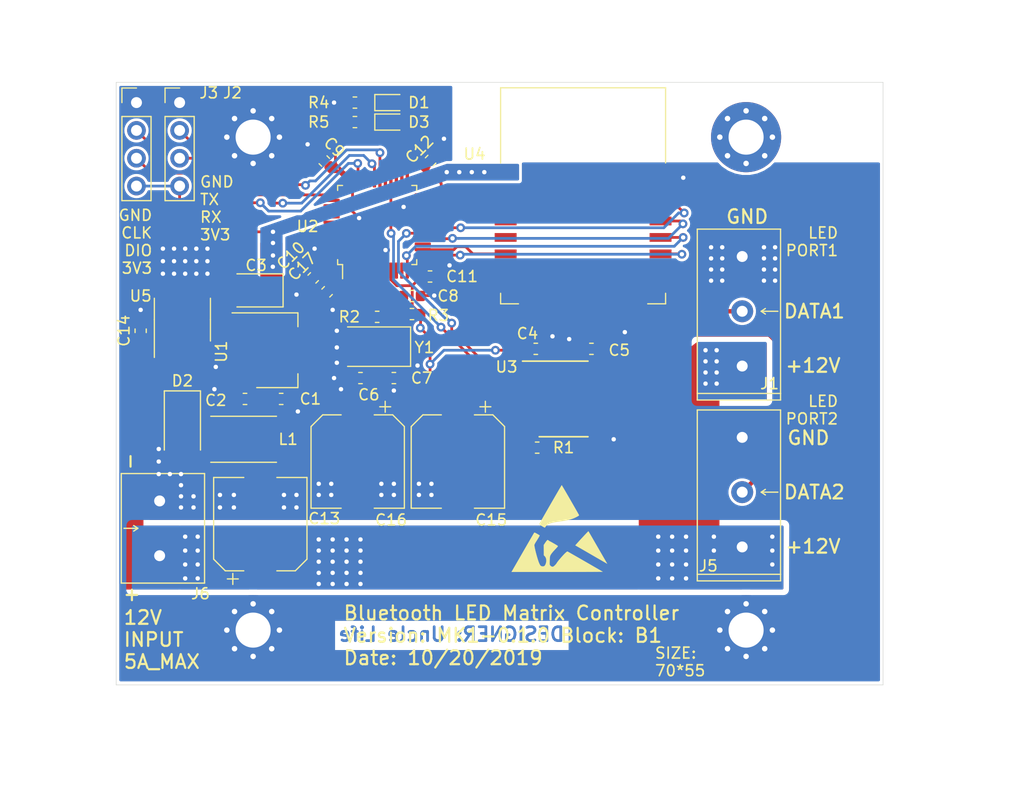
<source format=kicad_pcb>
(kicad_pcb (version 20171130) (host pcbnew "(5.1.4)-1")

  (general
    (thickness 1.6)
    (drawings 24)
    (tracks 445)
    (zones 0)
    (modules 42)
    (nets 27)
  )

  (page A4)
  (title_block
    (title "LED Matrix BLE Controller Mother Board")
    (date 2019-10-20)
    (rev MK1-V0.1-B1)
    (comment 1 "Author: Li Wei")
  )

  (layers
    (0 F.Cu signal)
    (31 B.Cu signal)
    (32 B.Adhes user)
    (33 F.Adhes user)
    (34 B.Paste user)
    (35 F.Paste user)
    (36 B.SilkS user)
    (37 F.SilkS user)
    (38 B.Mask user)
    (39 F.Mask user)
    (40 Dwgs.User user)
    (41 Cmts.User user)
    (42 Eco1.User user)
    (43 Eco2.User user)
    (44 Edge.Cuts user)
    (45 Margin user)
    (46 B.CrtYd user)
    (47 F.CrtYd user)
    (48 B.Fab user hide)
    (49 F.Fab user hide)
  )

  (setup
    (last_trace_width 0.25)
    (trace_clearance 0.2)
    (zone_clearance 0.254)
    (zone_45_only no)
    (trace_min 0.2)
    (via_size 0.8)
    (via_drill 0.4)
    (via_min_size 0.4)
    (via_min_drill 0.3)
    (uvia_size 0.3)
    (uvia_drill 0.1)
    (uvias_allowed no)
    (uvia_min_size 0.2)
    (uvia_min_drill 0.1)
    (edge_width 0.05)
    (segment_width 0.2)
    (pcb_text_width 0.3)
    (pcb_text_size 1.5 1.5)
    (mod_edge_width 0.12)
    (mod_text_size 1 1)
    (mod_text_width 0.15)
    (pad_size 1.524 1.524)
    (pad_drill 0.762)
    (pad_to_mask_clearance 0)
    (aux_axis_origin -35 27.5)
    (visible_elements 7FFFFFFF)
    (pcbplotparams
      (layerselection 0x010fc_ffffffff)
      (usegerberextensions false)
      (usegerberattributes false)
      (usegerberadvancedattributes false)
      (creategerberjobfile false)
      (excludeedgelayer true)
      (linewidth 0.100000)
      (plotframeref false)
      (viasonmask false)
      (mode 1)
      (useauxorigin false)
      (hpglpennumber 1)
      (hpglpenspeed 20)
      (hpglpendiameter 15.000000)
      (psnegative false)
      (psa4output false)
      (plotreference true)
      (plotvalue true)
      (plotinvisibletext false)
      (padsonsilk false)
      (subtractmaskfromsilk false)
      (outputformat 1)
      (mirror false)
      (drillshape 1)
      (scaleselection 1)
      (outputdirectory ""))
  )

  (net 0 "")
  (net 1 GND)
  (net 2 +5V)
  (net 3 +3V3)
  (net 4 LED_GROUP2)
  (net 5 "Net-(R5-Pad1)")
  (net 6 LED_GROUP1)
  (net 7 "Net-(C8-Pad1)")
  (net 8 "Net-(C7-Pad2)")
  (net 9 "Net-(C6-Pad2)")
  (net 10 "Net-(R1-Pad2)")
  (net 11 +12V)
  (net 12 "Net-(D2-Pad1)")
  (net 13 "Net-(D1-Pad1)")
  (net 14 SWCLK)
  (net 15 SWDIO)
  (net 16 USART1_RX)
  (net 17 USART1_TX)
  (net 18 "Net-(D3-Pad1)")
  (net 19 BLE_STAT)
  (net 20 USART2_RX)
  (net 21 USART2_TX)
  (net 22 BLE_PWRC)
  (net 23 BLE_ATCMD)
  (net 24 /LED_DATA1)
  (net 25 /LED_DATA2)
  (net 26 "Net-(H2-Pad1)")

  (net_class Default "This is the default net class."
    (clearance 0.2)
    (trace_width 0.25)
    (via_dia 0.8)
    (via_drill 0.4)
    (uvia_dia 0.3)
    (uvia_drill 0.1)
    (add_net +3V3)
    (add_net BLE_ATCMD)
    (add_net BLE_PWRC)
    (add_net BLE_STAT)
    (add_net GND)
    (add_net LED_GROUP1)
    (add_net LED_GROUP2)
    (add_net "Net-(C6-Pad2)")
    (add_net "Net-(C7-Pad2)")
    (add_net "Net-(C8-Pad1)")
    (add_net "Net-(D1-Pad1)")
    (add_net "Net-(D2-Pad1)")
    (add_net "Net-(D3-Pad1)")
    (add_net "Net-(H2-Pad1)")
    (add_net "Net-(R1-Pad2)")
    (add_net "Net-(R5-Pad1)")
    (add_net SWCLK)
    (add_net SWDIO)
    (add_net USART1_RX)
    (add_net USART1_TX)
    (add_net USART2_RX)
    (add_net USART2_TX)
  )

  (net_class Power12V ""
    (clearance 0.508)
    (trace_width 6)
    (via_dia 0.8)
    (via_drill 0.4)
    (uvia_dia 0.3)
    (uvia_drill 0.1)
    (add_net +12V)
  )

  (net_class Power5V ""
    (clearance 0.2)
    (trace_width 0.4)
    (via_dia 0.8)
    (via_drill 0.4)
    (uvia_dia 0.3)
    (uvia_drill 0.1)
    (add_net +5V)
    (add_net /LED_DATA1)
    (add_net /LED_DATA2)
  )

  (module MountingHole:MountingHole_3.2mm_M3_Pad_Via locked (layer F.Cu) (tedit 56DDBCCA) (tstamp 5DACF1D6)
    (at 22.5 22.5)
    (descr "Mounting Hole 3.2mm, M3")
    (tags "mounting hole 3.2mm m3")
    (path /5DACE55B)
    (attr virtual)
    (fp_text reference H4 (at 0 -4.2) (layer F.SilkS) hide
      (effects (font (size 1 1) (thickness 0.15)))
    )
    (fp_text value MountingHole_Pad (at 0 4.2) (layer F.Fab)
      (effects (font (size 1 1) (thickness 0.15)))
    )
    (fp_circle (center 0 0) (end 3.45 0) (layer F.CrtYd) (width 0.05))
    (fp_circle (center 0 0) (end 3.2 0) (layer Cmts.User) (width 0.15))
    (fp_text user %R (at 0.3 0) (layer F.Fab)
      (effects (font (size 1 1) (thickness 0.15)))
    )
    (pad 1 thru_hole circle (at 1.697056 -1.697056) (size 0.8 0.8) (drill 0.5) (layers *.Cu *.Mask)
      (net 1 GND))
    (pad 1 thru_hole circle (at 0 -2.4) (size 0.8 0.8) (drill 0.5) (layers *.Cu *.Mask)
      (net 1 GND))
    (pad 1 thru_hole circle (at -1.697056 -1.697056) (size 0.8 0.8) (drill 0.5) (layers *.Cu *.Mask)
      (net 1 GND))
    (pad 1 thru_hole circle (at -2.4 0) (size 0.8 0.8) (drill 0.5) (layers *.Cu *.Mask)
      (net 1 GND))
    (pad 1 thru_hole circle (at -1.697056 1.697056) (size 0.8 0.8) (drill 0.5) (layers *.Cu *.Mask)
      (net 1 GND))
    (pad 1 thru_hole circle (at 0 2.4) (size 0.8 0.8) (drill 0.5) (layers *.Cu *.Mask)
      (net 1 GND))
    (pad 1 thru_hole circle (at 1.697056 1.697056) (size 0.8 0.8) (drill 0.5) (layers *.Cu *.Mask)
      (net 1 GND))
    (pad 1 thru_hole circle (at 2.4 0) (size 0.8 0.8) (drill 0.5) (layers *.Cu *.Mask)
      (net 1 GND))
    (pad 1 thru_hole circle (at 0 0) (size 6.4 6.4) (drill 3.2) (layers *.Cu *.Mask)
      (net 1 GND))
  )

  (module MountingHole:MountingHole_3.2mm_M3_Pad_Via locked (layer F.Cu) (tedit 56DDBCCA) (tstamp 5DACF1C6)
    (at -22.5 22.5)
    (descr "Mounting Hole 3.2mm, M3")
    (tags "mounting hole 3.2mm m3")
    (path /5DACE2ED)
    (attr virtual)
    (fp_text reference H3 (at 0 -4.2) (layer F.SilkS) hide
      (effects (font (size 1 1) (thickness 0.15)))
    )
    (fp_text value MountingHole_Pad (at 0 4.2) (layer F.Fab)
      (effects (font (size 1 1) (thickness 0.15)))
    )
    (fp_circle (center 0 0) (end 3.45 0) (layer F.CrtYd) (width 0.05))
    (fp_circle (center 0 0) (end 3.2 0) (layer Cmts.User) (width 0.15))
    (fp_text user %R (at 0.3 0) (layer F.Fab)
      (effects (font (size 1 1) (thickness 0.15)))
    )
    (pad 1 thru_hole circle (at 1.697056 -1.697056) (size 0.8 0.8) (drill 0.5) (layers *.Cu *.Mask)
      (net 1 GND))
    (pad 1 thru_hole circle (at 0 -2.4) (size 0.8 0.8) (drill 0.5) (layers *.Cu *.Mask)
      (net 1 GND))
    (pad 1 thru_hole circle (at -1.697056 -1.697056) (size 0.8 0.8) (drill 0.5) (layers *.Cu *.Mask)
      (net 1 GND))
    (pad 1 thru_hole circle (at -2.4 0) (size 0.8 0.8) (drill 0.5) (layers *.Cu *.Mask)
      (net 1 GND))
    (pad 1 thru_hole circle (at -1.697056 1.697056) (size 0.8 0.8) (drill 0.5) (layers *.Cu *.Mask)
      (net 1 GND))
    (pad 1 thru_hole circle (at 0 2.4) (size 0.8 0.8) (drill 0.5) (layers *.Cu *.Mask)
      (net 1 GND))
    (pad 1 thru_hole circle (at 1.697056 1.697056) (size 0.8 0.8) (drill 0.5) (layers *.Cu *.Mask)
      (net 1 GND))
    (pad 1 thru_hole circle (at 2.4 0) (size 0.8 0.8) (drill 0.5) (layers *.Cu *.Mask)
      (net 1 GND))
    (pad 1 thru_hole circle (at 0 0) (size 6.4 6.4) (drill 3.2) (layers *.Cu *.Mask)
      (net 1 GND))
  )

  (module MountingHole:MountingHole_3.2mm_M3_Pad_Via locked (layer F.Cu) (tedit 56DDBCCA) (tstamp 5DACF1B6)
    (at 22.5 -22.5)
    (descr "Mounting Hole 3.2mm, M3")
    (tags "mounting hole 3.2mm m3")
    (path /5DACE0AC)
    (attr virtual)
    (fp_text reference H2 (at 0 -4.2) (layer F.SilkS) hide
      (effects (font (size 1 1) (thickness 0.15)))
    )
    (fp_text value MountingHole_Pad (at 0 4.2) (layer F.Fab)
      (effects (font (size 1 1) (thickness 0.15)))
    )
    (fp_circle (center 0 0) (end 3.45 0) (layer F.CrtYd) (width 0.05))
    (fp_circle (center 0 0) (end 3.2 0) (layer Cmts.User) (width 0.15))
    (fp_text user %R (at 0.3 0) (layer F.Fab)
      (effects (font (size 1 1) (thickness 0.15)))
    )
    (pad 1 thru_hole circle (at 1.697056 -1.697056) (size 0.8 0.8) (drill 0.5) (layers *.Cu *.Mask)
      (net 26 "Net-(H2-Pad1)"))
    (pad 1 thru_hole circle (at 0 -2.4) (size 0.8 0.8) (drill 0.5) (layers *.Cu *.Mask)
      (net 26 "Net-(H2-Pad1)"))
    (pad 1 thru_hole circle (at -1.697056 -1.697056) (size 0.8 0.8) (drill 0.5) (layers *.Cu *.Mask)
      (net 26 "Net-(H2-Pad1)"))
    (pad 1 thru_hole circle (at -2.4 0) (size 0.8 0.8) (drill 0.5) (layers *.Cu *.Mask)
      (net 26 "Net-(H2-Pad1)"))
    (pad 1 thru_hole circle (at -1.697056 1.697056) (size 0.8 0.8) (drill 0.5) (layers *.Cu *.Mask)
      (net 26 "Net-(H2-Pad1)"))
    (pad 1 thru_hole circle (at 0 2.4) (size 0.8 0.8) (drill 0.5) (layers *.Cu *.Mask)
      (net 26 "Net-(H2-Pad1)"))
    (pad 1 thru_hole circle (at 1.697056 1.697056) (size 0.8 0.8) (drill 0.5) (layers *.Cu *.Mask)
      (net 26 "Net-(H2-Pad1)"))
    (pad 1 thru_hole circle (at 2.4 0) (size 0.8 0.8) (drill 0.5) (layers *.Cu *.Mask)
      (net 26 "Net-(H2-Pad1)"))
    (pad 1 thru_hole circle (at 0 0) (size 6.4 6.4) (drill 3.2) (layers *.Cu *.Mask)
      (net 26 "Net-(H2-Pad1)"))
  )

  (module MountingHole:MountingHole_3.2mm_M3_Pad_Via locked (layer F.Cu) (tedit 56DDBCCA) (tstamp 5DACF1A6)
    (at -22.5 -22.5)
    (descr "Mounting Hole 3.2mm, M3")
    (tags "mounting hole 3.2mm m3")
    (path /5DACD529)
    (attr virtual)
    (fp_text reference H1 (at 0 -4.2) (layer F.SilkS) hide
      (effects (font (size 1 1) (thickness 0.15)))
    )
    (fp_text value MountingHole_Pad (at 0 4.2) (layer F.Fab)
      (effects (font (size 1 1) (thickness 0.15)))
    )
    (fp_circle (center 0 0) (end 3.45 0) (layer F.CrtYd) (width 0.05))
    (fp_circle (center 0 0) (end 3.2 0) (layer Cmts.User) (width 0.15))
    (fp_text user %R (at 0.3 0) (layer F.Fab)
      (effects (font (size 1 1) (thickness 0.15)))
    )
    (pad 1 thru_hole circle (at 1.697056 -1.697056) (size 0.8 0.8) (drill 0.5) (layers *.Cu *.Mask)
      (net 1 GND))
    (pad 1 thru_hole circle (at 0 -2.4) (size 0.8 0.8) (drill 0.5) (layers *.Cu *.Mask)
      (net 1 GND))
    (pad 1 thru_hole circle (at -1.697056 -1.697056) (size 0.8 0.8) (drill 0.5) (layers *.Cu *.Mask)
      (net 1 GND))
    (pad 1 thru_hole circle (at -2.4 0) (size 0.8 0.8) (drill 0.5) (layers *.Cu *.Mask)
      (net 1 GND))
    (pad 1 thru_hole circle (at -1.697056 1.697056) (size 0.8 0.8) (drill 0.5) (layers *.Cu *.Mask)
      (net 1 GND))
    (pad 1 thru_hole circle (at 0 2.4) (size 0.8 0.8) (drill 0.5) (layers *.Cu *.Mask)
      (net 1 GND))
    (pad 1 thru_hole circle (at 1.697056 1.697056) (size 0.8 0.8) (drill 0.5) (layers *.Cu *.Mask)
      (net 1 GND))
    (pad 1 thru_hole circle (at 2.4 0) (size 0.8 0.8) (drill 0.5) (layers *.Cu *.Mask)
      (net 1 GND))
    (pad 1 thru_hole circle (at 0 0) (size 6.4 6.4) (drill 3.2) (layers *.Cu *.Mask)
      (net 1 GND))
  )

  (module Symbol:ESD-Logo_8.9x8mm_SilkScreen locked (layer F.Cu) (tedit 0) (tstamp 5DACE2AB)
    (at 5.461 13.208)
    (descr "Electrostatic discharge Logo")
    (tags "Logo ESD")
    (attr virtual)
    (fp_text reference REF** (at 0 0) (layer F.SilkS) hide
      (effects (font (size 1 1) (thickness 0.15)))
    )
    (fp_text value ESD-Logo_8.9x8mm_SilkScreen (at 0.75 0) (layer F.Fab) hide
      (effects (font (size 1 1) (thickness 0.15)))
    )
    (fp_poly (pts (xy 0.220878 -3.923834) (xy 0.251876 -3.873462) (xy 0.299634 -3.793659) (xy 0.362194 -3.68782)
      (xy 0.437597 -3.559341) (xy 0.523885 -3.411616) (xy 0.619101 -3.248042) (xy 0.721285 -3.072013)
      (xy 0.828481 -2.886925) (xy 0.938729 -2.696173) (xy 1.050071 -2.503153) (xy 1.16055 -2.311259)
      (xy 1.268207 -2.123889) (xy 1.371084 -1.944435) (xy 1.467223 -1.776295) (xy 1.554665 -1.622863)
      (xy 1.631453 -1.487535) (xy 1.695628 -1.373706) (xy 1.745233 -1.284771) (xy 1.778309 -1.224126)
      (xy 1.792897 -1.195167) (xy 1.793431 -1.193356) (xy 1.775321 -1.168783) (xy 1.72498 -1.131193)
      (xy 1.648395 -1.084278) (xy 1.551552 -1.031726) (xy 1.450167 -0.981787) (xy 1.312215 -0.921231)
      (xy 1.167142 -0.866821) (xy 1.00995 -0.817349) (xy 0.835643 -0.771605) (xy 0.639222 -0.72838)
      (xy 0.415689 -0.686466) (xy 0.160048 -0.644653) (xy -0.104394 -0.605716) (xy -0.334148 -0.571172)
      (xy -0.527083 -0.536974) (xy -0.688036 -0.501423) (xy -0.821845 -0.462818) (xy -0.93335 -0.419461)
      (xy -1.027386 -0.369652) (xy -1.108794 -0.311691) (xy -1.18241 -0.24388) (xy -1.206149 -0.218688)
      (xy -1.257603 -0.160042) (xy -1.295666 -0.112185) (xy -1.313323 -0.084042) (xy -1.313794 -0.081735)
      (xy -1.319972 -0.067584) (xy -1.34141 -0.067425) (xy -1.382467 -0.083139) (xy -1.447499 -0.116609)
      (xy -1.540863 -0.169719) (xy -1.605748 -0.207912) (xy -1.702499 -0.267615) (xy -1.777688 -0.318737)
      (xy -1.826261 -0.357601) (xy -1.843165 -0.380528) (xy -1.843155 -0.380695) (xy -1.832672 -0.402544)
      (xy -1.803069 -0.457261) (xy -1.756062 -0.541864) (xy -1.693371 -0.653371) (xy -1.616714 -0.788799)
      (xy -1.527809 -0.945167) (xy -1.428374 -1.119493) (xy -1.320128 -1.308794) (xy -1.204789 -1.510089)
      (xy -1.084076 -1.720395) (xy -0.959706 -1.936729) (xy -0.833399 -2.156111) (xy -0.706873 -2.375558)
      (xy -0.581845 -2.592088) (xy -0.460035 -2.802719) (xy -0.343161 -3.004468) (xy -0.23294 -3.194353)
      (xy -0.131092 -3.369394) (xy -0.039335 -3.526606) (xy 0.040613 -3.663009) (xy 0.107034 -3.77562)
      (xy 0.158209 -3.861457) (xy 0.19242 -3.917538) (xy 0.207948 -3.940881) (xy 0.208598 -3.941379)
      (xy 0.220878 -3.923834)) (layer F.SilkS) (width 0.01))
    (fp_poly (pts (xy 2.676146 0.315908) (xy 2.691469 0.34159) (xy 2.725911 0.400469) (xy 2.777769 0.489602)
      (xy 2.84534 0.606049) (xy 2.926921 0.746867) (xy 3.020809 0.909114) (xy 3.125299 1.089849)
      (xy 3.23869 1.28613) (xy 3.359278 1.495016) (xy 3.483313 1.710017) (xy 3.609987 1.929649)
      (xy 3.731608 2.140495) (xy 3.846412 2.339499) (xy 3.952638 2.523607) (xy 4.048523 2.689765)
      (xy 4.132302 2.834917) (xy 4.202214 2.956009) (xy 4.256496 3.049988) (xy 4.293385 3.113797)
      (xy 4.310731 3.143719) (xy 4.339007 3.194271) (xy 4.354382 3.225914) (xy 4.355224 3.23142)
      (xy 4.336488 3.221082) (xy 4.284386 3.191407) (xy 4.20164 3.143968) (xy 4.090975 3.080333)
      (xy 3.955114 3.002074) (xy 3.796781 2.910759) (xy 3.618698 2.80796) (xy 3.42359 2.695247)
      (xy 3.21418 2.574189) (xy 2.993191 2.446357) (xy 2.909113 2.397702) (xy 2.68417 2.267567)
      (xy 2.469524 2.143497) (xy 2.267932 2.027077) (xy 2.082148 1.919893) (xy 1.914928 1.823531)
      (xy 1.769027 1.739578) (xy 1.647201 1.66962) (xy 1.552204 1.615243) (xy 1.486792 1.578034)
      (xy 1.45372 1.559578) (xy 1.450262 1.55783) (xy 1.460339 1.542005) (xy 1.495407 1.499692)
      (xy 1.551885 1.43479) (xy 1.626193 1.351196) (xy 1.714752 1.252809) (xy 1.81398 1.143525)
      (xy 1.920298 1.027244) (xy 2.030125 0.907862) (xy 2.139882 0.789277) (xy 2.245988 0.675388)
      (xy 2.344862 0.570092) (xy 2.432926 0.477287) (xy 2.506599 0.40087) (xy 2.5623 0.34474)
      (xy 2.581403 0.326335) (xy 2.644708 0.266872) (xy 2.676146 0.315908)) (layer F.SilkS) (width 0.01))
    (fp_poly (pts (xy -2.259251 0.392036) (xy -2.215456 0.408972) (xy -2.148707 0.442601) (xy -2.052863 0.495334)
      (xy -2.045401 0.499525) (xy -1.957129 0.550001) (xy -1.882637 0.594223) (xy -1.82924 0.627731)
      (xy -1.804254 0.646064) (xy -1.803555 0.646962) (xy -1.809591 0.672414) (xy -1.837277 0.729255)
      (xy -1.884812 0.814389) (xy -1.950389 0.924717) (xy -2.032203 1.057144) (xy -2.128452 1.208571)
      (xy -2.152406 1.245707) (xy -2.214817 1.348757) (xy -2.260263 1.437432) (xy -2.284754 1.503714)
      (xy -2.287267 1.516807) (xy -2.286152 1.574443) (xy -2.273657 1.665865) (xy -2.25134 1.785208)
      (xy -2.22076 1.926609) (xy -2.183472 2.084203) (xy -2.141035 2.252126) (xy -2.095006 2.424514)
      (xy -2.046943 2.595501) (xy -1.998403 2.759224) (xy -1.950943 2.909818) (xy -1.906122 3.04142)
      (xy -1.865497 3.148163) (xy -1.837177 3.211494) (xy -1.803817 3.278957) (xy -1.772318 3.343511)
      (xy -1.770613 3.347045) (xy -1.718502 3.41225) (xy -1.642446 3.456156) (xy -1.553908 3.477197)
      (xy -1.464352 3.473807) (xy -1.385242 3.444423) (xy -1.340736 3.405736) (xy -1.276644 3.299636)
      (xy -1.229678 3.167405) (xy -1.20391 3.022527) (xy -1.200259 2.940394) (xy -1.214961 2.787105)
      (xy -1.25811 2.660166) (xy -1.332028 2.553418) (xy -1.355079 2.529657) (xy -1.423675 2.463009)
      (xy -1.428386 1.991916) (xy -1.433097 1.520822) (xy -1.313054 1.339106) (xy -1.256723 1.256856)
      (xy -1.202472 1.182865) (xy -1.158041 1.127448) (xy -1.138944 1.107056) (xy -1.084876 1.056723)
      (xy -1.01165 1.096158) (xy -0.965367 1.124415) (xy -0.940043 1.146354) (xy -0.938424 1.150299)
      (xy -0.921116 1.167023) (xy -0.891503 1.179476) (xy -0.862886 1.1907) (xy -0.819066 1.212024)
      (xy -0.756282 1.245529) (xy -0.670772 1.293296) (xy -0.558774 1.357407) (xy -0.416527 1.439944)
      (xy -0.339227 1.485065) (xy -0.248298 1.539111) (xy -0.188661 1.577604) (xy -0.155039 1.605044)
      (xy -0.142156 1.625934) (xy -0.144735 1.644775) (xy -0.146885 1.649152) (xy -0.167803 1.676714)
      (xy -0.21256 1.728416) (xy -0.275943 1.798475) (xy -0.352738 1.881107) (xy -0.419156 1.951156)
      (xy -0.57221 2.117414) (xy -0.691944 2.261519) (xy -0.779427 2.384921) (xy -0.835726 2.489068)
      (xy -0.854716 2.541954) (xy -0.86256 2.58825) (xy -0.870662 2.667221) (xy -0.878309 2.769846)
      (xy -0.884788 2.887103) (xy -0.887837 2.961248) (xy -0.892092 3.089427) (xy -0.893964 3.183138)
      (xy -0.892901 3.249583) (xy -0.888354 3.295961) (xy -0.879773 3.329474) (xy -0.866606 3.357321)
      (xy -0.856265 3.374324) (xy -0.796544 3.439862) (xy -0.719589 3.485532) (xy -0.63862 3.50545)
      (xy -0.577942 3.498244) (xy -0.523001 3.467066) (xy -0.454133 3.41123) (xy -0.380995 3.340474)
      (xy -0.313248 3.264537) (xy -0.26055 3.193159) (xy -0.241147 3.158668) (xy -0.212081 3.111441)
      (xy -0.159217 3.039506) (xy -0.087384 2.948485) (xy -0.001412 2.844) (xy 0.093868 2.731675)
      (xy 0.193627 2.61713) (xy 0.293034 2.50599) (xy 0.387259 2.403875) (xy 0.471473 2.316408)
      (xy 0.537591 2.252198) (xy 0.610999 2.188057) (xy 0.672753 2.140763) (xy 0.716066 2.115235)
      (xy 0.730445 2.112429) (xy 0.752479 2.123752) (xy 0.807438 2.154144) (xy 0.892152 2.20178)
      (xy 1.003448 2.264835) (xy 1.138156 2.341485) (xy 1.293103 2.429905) (xy 1.465119 2.52827)
      (xy 1.651032 2.634756) (xy 1.84767 2.747537) (xy 2.051863 2.864789) (xy 2.260439 2.984687)
      (xy 2.470225 3.105407) (xy 2.678052 3.225123) (xy 2.880747 3.342011) (xy 3.07514 3.454246)
      (xy 3.258058 3.560004) (xy 3.42633 3.65746) (xy 3.576785 3.744788) (xy 3.706251 3.820165)
      (xy 3.811557 3.881765) (xy 3.889532 3.927764) (xy 3.937004 3.956337) (xy 3.950763 3.965304)
      (xy 3.932231 3.967076) (xy 3.873933 3.968799) (xy 3.777809 3.970464) (xy 3.645799 3.972063)
      (xy 3.479846 3.973587) (xy 3.281889 3.975029) (xy 3.05387 3.97638) (xy 2.797729 3.977632)
      (xy 2.515408 3.978776) (xy 2.208847 3.979804) (xy 1.879987 3.980708) (xy 1.530769 3.981479)
      (xy 1.163135 3.982109) (xy 0.779024 3.98259) (xy 0.380377 3.982914) (xy -0.030863 3.983072)
      (xy -0.20342 3.983087) (xy -4.377414 3.983087) (xy -4.079732 3.466954) (xy -4.016714 3.357665)
      (xy -3.935594 3.21694) (xy -3.839084 3.049486) (xy -3.729897 2.860012) (xy -3.610745 2.653223)
      (xy -3.48434 2.433828) (xy -3.353395 2.206533) (xy -3.220621 1.976046) (xy -3.088731 1.747073)
      (xy -3.055376 1.689163) (xy -2.933753 1.478232) (xy -2.817772 1.277535) (xy -2.709175 1.090059)
      (xy -2.609706 0.918792) (xy -2.521108 0.766723) (xy -2.445122 0.636838) (xy -2.383493 0.532125)
      (xy -2.337963 0.455573) (xy -2.310275 0.410169) (xy -2.302528 0.398609) (xy -2.286228 0.389385)
      (xy -2.259251 0.392036)) (layer F.SilkS) (width 0.01))
  )

  (module LEDMatrix:JDY-08_HandSoldering (layer F.Cu) (tedit 592340EF) (tstamp 5DAB388E)
    (at 7.62 -17.145)
    (tags "JDY-08 BLE")
    (path /5DAC26C9)
    (solder_mask_margin 0.2)
    (fp_text reference U4 (at -9.906 -3.81) (layer F.SilkS)
      (effects (font (size 1 1) (thickness 0.15)))
    )
    (fp_text value JDY-08 (at 0 -11.4) (layer F.Fab)
      (effects (font (size 1 1) (thickness 0.15)))
    )
    (fp_line (start -8.5 -10.3) (end -8.5 11) (layer F.CrtYd) (width 0.1))
    (fp_line (start 8.5 -10.3) (end -8.5 -10.3) (layer F.CrtYd) (width 0.1))
    (fp_line (start 8.5 11) (end 8.5 -10.3) (layer F.CrtYd) (width 0.1))
    (fp_line (start -8.5 11) (end 8.5 11) (layer F.CrtYd) (width 0.1))
    (fp_line (start -4 -8.5) (end -4 -3.5) (layer F.Fab) (width 0.15))
    (fp_line (start -6 -8.5) (end -6 -3.5) (layer F.Fab) (width 0.15))
    (fp_line (start -2 -8.5) (end -6 -8.5) (layer F.Fab) (width 0.15))
    (fp_line (start -2 -3.5) (end -2 -8.5) (layer F.Fab) (width 0.15))
    (fp_line (start 0 -3.5) (end -2 -3.5) (layer F.Fab) (width 0.15))
    (fp_line (start 0 -8.5) (end 0 -3.5) (layer F.Fab) (width 0.15))
    (fp_line (start 2 -8.5) (end 0 -8.5) (layer F.Fab) (width 0.15))
    (fp_line (start 2 -3.5) (end 2 -8.5) (layer F.Fab) (width 0.15))
    (fp_line (start 4 -3.5) (end 2 -3.5) (layer F.Fab) (width 0.15))
    (fp_line (start 4 -8.5) (end 4 -3.5) (layer F.Fab) (width 0.15))
    (fp_line (start 6 -8.5) (end 4 -8.5) (layer F.Fab) (width 0.15))
    (fp_line (start 6 -3.5) (end 6 -8.5) (layer F.Fab) (width 0.15))
    (fp_line (start 7.53 9.86) (end 7.53 8.9) (layer F.SilkS) (width 0.12))
    (fp_line (start 5.9 9.86) (end 7.53 9.86) (layer F.SilkS) (width 0.12))
    (fp_line (start -7.53 9.86) (end -5.9 9.86) (layer F.SilkS) (width 0.12))
    (fp_line (start -7.53 8.9) (end -7.53 9.86) (layer F.SilkS) (width 0.12))
    (fp_line (start 7.53 -9.86) (end 7.53 -3) (layer F.SilkS) (width 0.12))
    (fp_line (start -7.53 -9.86) (end 7.53 -9.86) (layer F.SilkS) (width 0.12))
    (fp_line (start -7.53 -3) (end -7.53 -9.86) (layer F.SilkS) (width 0.12))
    (fp_line (start 7.47 -9.8) (end 7.47 9.8) (layer F.Fab) (width 0.1))
    (fp_line (start -7.47 -9.8) (end -7.47 9.8) (layer F.Fab) (width 0.1))
    (fp_line (start -7.47 9.8) (end 7.47 9.8) (layer F.Fab) (width 0.1))
    (fp_line (start -7.47 -9.8) (end 7.47 -9.8) (layer F.Fab) (width 0.1))
    (pad 1 smd rect (at -7.07 -2.2 180) (size 2 0.8) (layers F.Cu F.Paste F.Mask)
      (net 3 +3V3))
    (pad 9 smd rect (at -5.25 9.4 180) (size 0.8 2) (layers F.Cu F.Paste F.Mask))
    (pad 24 smd rect (at 7.07 -2.2 180) (size 2 0.8) (layers F.Cu F.Paste F.Mask)
      (net 1 GND))
    (pad 23 smd rect (at 7.07 -0.7 180) (size 2 0.8) (layers F.Cu F.Paste F.Mask))
    (pad 2 smd rect (at -7.07 -0.7 180) (size 2 0.8) (layers F.Cu F.Paste F.Mask))
    (pad 3 smd rect (at -7.07 0.8 180) (size 2 0.8) (layers F.Cu F.Paste F.Mask))
    (pad 22 smd rect (at 7.07 0.8 180) (size 2 0.8) (layers F.Cu F.Paste F.Mask)
      (net 22 BLE_PWRC))
    (pad 21 smd rect (at 7.07 2.3 180) (size 2 0.8) (layers F.Cu F.Paste F.Mask)
      (net 23 BLE_ATCMD))
    (pad 4 smd rect (at -7.07 2.3 180) (size 2 0.8) (layers F.Cu F.Paste F.Mask))
    (pad 5 smd rect (at -7.07 3.8 180) (size 2 0.8) (layers F.Cu F.Paste F.Mask))
    (pad 20 smd rect (at 7.07 3.8 180) (size 2 0.8) (layers F.Cu F.Paste F.Mask)
      (net 21 USART2_TX))
    (pad 19 smd rect (at 7.07 5.3 180) (size 2 0.8) (layers F.Cu F.Paste F.Mask)
      (net 20 USART2_RX))
    (pad 6 smd rect (at -7.07 5.3 180) (size 2 0.8) (layers F.Cu F.Paste F.Mask)
      (net 19 BLE_STAT))
    (pad 7 smd rect (at -7.07 6.8 180) (size 2 0.8) (layers F.Cu F.Paste F.Mask))
    (pad 18 smd rect (at 7.07 6.8 180) (size 2 0.8) (layers F.Cu F.Paste F.Mask))
    (pad 17 smd rect (at 7.07 8.3 180) (size 2 0.8) (layers F.Cu F.Paste F.Mask))
    (pad 8 smd rect (at -7.07 8.3 180) (size 2 0.8) (layers F.Cu F.Paste F.Mask))
    (pad 10 smd rect (at -3.75 9.4 180) (size 0.8 2) (layers F.Cu F.Paste F.Mask))
    (pad 11 smd rect (at -2.25 9.4 180) (size 0.8 2) (layers F.Cu F.Paste F.Mask))
    (pad 12 smd rect (at -0.75 9.4 180) (size 0.8 2) (layers F.Cu F.Paste F.Mask))
    (pad 13 smd rect (at 0.75 9.4 180) (size 0.8 2) (layers F.Cu F.Paste F.Mask))
    (pad 14 smd rect (at 2.25 9.4 180) (size 0.8 2) (layers F.Cu F.Paste F.Mask))
    (pad 15 smd rect (at 3.75 9.4 180) (size 0.8 2) (layers F.Cu F.Paste F.Mask))
    (pad 16 smd rect (at 5.25 9.4 180) (size 0.8 2) (layers F.Cu F.Paste F.Mask))
    (model ${KIPRJMOD}/3D-Package/JDY-08.stp
      (offset (xyz 0 -9.75 0))
      (scale (xyz 1 1 1))
      (rotate (xyz 0 0 0))
    )
  )

  (module Package_SO:TSSOP-20_4.4x6.5mm_P0.65mm (layer F.Cu) (tedit 5A02F25C) (tstamp 5DA9C0DB)
    (at 5.842 1.397)
    (descr "20-Lead Plastic Thin Shrink Small Outline (ST)-4.4 mm Body [TSSOP] (see Microchip Packaging Specification 00000049BS.pdf)")
    (tags "SSOP 0.65")
    (path /5DAA3014)
    (attr smd)
    (fp_text reference U3 (at -5.207 -2.921) (layer F.SilkS)
      (effects (font (size 1 1) (thickness 0.15)))
    )
    (fp_text value TXS0108EPW (at 0 4.3) (layer F.Fab)
      (effects (font (size 1 1) (thickness 0.15)))
    )
    (fp_text user %R (at 0 0) (layer F.Fab)
      (effects (font (size 0.8 0.8) (thickness 0.15)))
    )
    (fp_line (start -3.75 -3.45) (end 2.225 -3.45) (layer F.SilkS) (width 0.15))
    (fp_line (start -2.225 3.45) (end 2.225 3.45) (layer F.SilkS) (width 0.15))
    (fp_line (start -3.95 3.55) (end 3.95 3.55) (layer F.CrtYd) (width 0.05))
    (fp_line (start -3.95 -3.55) (end 3.95 -3.55) (layer F.CrtYd) (width 0.05))
    (fp_line (start 3.95 -3.55) (end 3.95 3.55) (layer F.CrtYd) (width 0.05))
    (fp_line (start -3.95 -3.55) (end -3.95 3.55) (layer F.CrtYd) (width 0.05))
    (fp_line (start -2.2 -2.25) (end -1.2 -3.25) (layer F.Fab) (width 0.15))
    (fp_line (start -2.2 3.25) (end -2.2 -2.25) (layer F.Fab) (width 0.15))
    (fp_line (start 2.2 3.25) (end -2.2 3.25) (layer F.Fab) (width 0.15))
    (fp_line (start 2.2 -3.25) (end 2.2 3.25) (layer F.Fab) (width 0.15))
    (fp_line (start -1.2 -3.25) (end 2.2 -3.25) (layer F.Fab) (width 0.15))
    (pad 20 smd rect (at 2.95 -2.925) (size 1.45 0.45) (layers F.Cu F.Paste F.Mask))
    (pad 19 smd rect (at 2.95 -2.275) (size 1.45 0.45) (layers F.Cu F.Paste F.Mask)
      (net 2 +5V))
    (pad 18 smd rect (at 2.95 -1.625) (size 1.45 0.45) (layers F.Cu F.Paste F.Mask)
      (net 24 /LED_DATA1))
    (pad 17 smd rect (at 2.95 -0.975) (size 1.45 0.45) (layers F.Cu F.Paste F.Mask)
      (net 25 /LED_DATA2))
    (pad 16 smd rect (at 2.95 -0.325) (size 1.45 0.45) (layers F.Cu F.Paste F.Mask))
    (pad 15 smd rect (at 2.95 0.325) (size 1.45 0.45) (layers F.Cu F.Paste F.Mask))
    (pad 14 smd rect (at 2.95 0.975) (size 1.45 0.45) (layers F.Cu F.Paste F.Mask))
    (pad 13 smd rect (at 2.95 1.625) (size 1.45 0.45) (layers F.Cu F.Paste F.Mask))
    (pad 12 smd rect (at 2.95 2.275) (size 1.45 0.45) (layers F.Cu F.Paste F.Mask))
    (pad 11 smd rect (at 2.95 2.925) (size 1.45 0.45) (layers F.Cu F.Paste F.Mask)
      (net 1 GND))
    (pad 10 smd rect (at -2.95 2.925) (size 1.45 0.45) (layers F.Cu F.Paste F.Mask)
      (net 10 "Net-(R1-Pad2)"))
    (pad 9 smd rect (at -2.95 2.275) (size 1.45 0.45) (layers F.Cu F.Paste F.Mask))
    (pad 8 smd rect (at -2.95 1.625) (size 1.45 0.45) (layers F.Cu F.Paste F.Mask))
    (pad 7 smd rect (at -2.95 0.975) (size 1.45 0.45) (layers F.Cu F.Paste F.Mask))
    (pad 6 smd rect (at -2.95 0.325) (size 1.45 0.45) (layers F.Cu F.Paste F.Mask))
    (pad 5 smd rect (at -2.95 -0.325) (size 1.45 0.45) (layers F.Cu F.Paste F.Mask))
    (pad 4 smd rect (at -2.95 -0.975) (size 1.45 0.45) (layers F.Cu F.Paste F.Mask)
      (net 4 LED_GROUP2))
    (pad 3 smd rect (at -2.95 -1.625) (size 1.45 0.45) (layers F.Cu F.Paste F.Mask)
      (net 6 LED_GROUP1))
    (pad 2 smd rect (at -2.95 -2.275) (size 1.45 0.45) (layers F.Cu F.Paste F.Mask)
      (net 3 +3V3))
    (pad 1 smd rect (at -2.95 -2.925) (size 1.45 0.45) (layers F.Cu F.Paste F.Mask))
    (model ${KISYS3DMOD}/Package_SO.3dshapes/TSSOP-20_4.4x6.5mm_P0.65mm.wrl
      (at (xyz 0 0 0))
      (scale (xyz 1 1 1))
      (rotate (xyz 0 0 0))
    )
  )

  (module LEDMatrix:TerminalBlock_JL301-5.00-3P (layer F.Cu) (tedit 5DAB23E5) (tstamp 5DABA58F)
    (at 21.844 9.906 90)
    (path /5DCDBF9E)
    (fp_text reference J5 (at -6.731 -2.794 180) (layer F.SilkS)
      (effects (font (size 1 1) (thickness 0.15)))
    )
    (fp_text value LED_PORT2 (at 0 -6.731 90) (layer F.Fab)
      (effects (font (size 1 1) (thickness 0.15)))
    )
    (fp_line (start 0 2.032) (end 0.254 2.413) (layer F.SilkS) (width 0.12))
    (fp_line (start -0.254 2.413) (end 0 2.032) (layer F.SilkS) (width 0.12))
    (fp_line (start 0 3.556) (end 0 2.032) (layer F.SilkS) (width 0.12))
    (fp_line (start -8.1 3.8) (end -7.5 3.8) (layer F.SilkS) (width 0.12))
    (fp_line (start -8.1 -3.8) (end -8.1 3.8) (layer F.SilkS) (width 0.12))
    (fp_line (start -7.5 -3.8) (end -8.1 -3.8) (layer F.SilkS) (width 0.12))
    (fp_line (start -7.5 -3.8) (end 7.5 -3.8) (layer F.SilkS) (width 0.12))
    (fp_line (start 7.5 -3.8) (end 7.5 3.8) (layer F.SilkS) (width 0.12))
    (fp_line (start -7.5 3.8) (end 7.5 3.8) (layer F.SilkS) (width 0.12))
    (fp_line (start -7.5 3.8) (end -7.5 -3.8) (layer F.SilkS) (width 0.12))
    (fp_line (start -8.255 -4.064) (end 7.747 -4.064) (layer F.CrtYd) (width 0.12))
    (fp_line (start 7.747 -4.064) (end 7.747 4) (layer F.CrtYd) (width 0.12))
    (fp_line (start 7.747 4) (end -8.255 4) (layer F.CrtYd) (width 0.12))
    (fp_line (start -8.255 4) (end -8.255 -4.064) (layer F.CrtYd) (width 0.12))
    (pad 3 thru_hole circle (at 5 0.3 90) (size 2 2) (drill 1) (layers *.Cu *.Mask)
      (net 1 GND))
    (pad 1 thru_hole roundrect (at -5 0.3 90) (size 2 2) (drill 1) (layers *.Cu *.Mask) (roundrect_rratio 0.25)
      (net 11 +12V))
    (pad 2 thru_hole circle (at 0 0.3 90) (size 2 2) (drill 1) (layers *.Cu *.Mask)
      (net 25 /LED_DATA2))
  )

  (module LEDMatrix:TerminalBlock_JL301-5.00-3P (layer F.Cu) (tedit 5DAB23E5) (tstamp 5DABA4B0)
    (at 21.844 -6.604 90)
    (path /5DCDA574)
    (fp_text reference J1 (at -6.604 2.794 180) (layer F.SilkS)
      (effects (font (size 1 1) (thickness 0.15)))
    )
    (fp_text value LED_PORT1 (at 0 -6.731 90) (layer F.Fab)
      (effects (font (size 1 1) (thickness 0.15)))
    )
    (fp_line (start 0 2.032) (end 0.254 2.413) (layer F.SilkS) (width 0.12))
    (fp_line (start -0.254 2.413) (end 0 2.032) (layer F.SilkS) (width 0.12))
    (fp_line (start 0 3.556) (end 0 2.032) (layer F.SilkS) (width 0.12))
    (fp_line (start -8.1 3.8) (end -7.5 3.8) (layer F.SilkS) (width 0.12))
    (fp_line (start -8.1 -3.8) (end -8.1 3.8) (layer F.SilkS) (width 0.12))
    (fp_line (start -7.5 -3.8) (end -8.1 -3.8) (layer F.SilkS) (width 0.12))
    (fp_line (start -7.5 -3.8) (end 7.5 -3.8) (layer F.SilkS) (width 0.12))
    (fp_line (start 7.5 -3.8) (end 7.5 3.8) (layer F.SilkS) (width 0.12))
    (fp_line (start -7.5 3.8) (end 7.5 3.8) (layer F.SilkS) (width 0.12))
    (fp_line (start -7.5 3.8) (end -7.5 -3.8) (layer F.SilkS) (width 0.12))
    (fp_line (start -8.255 -4.064) (end 7.747 -4.064) (layer F.CrtYd) (width 0.12))
    (fp_line (start 7.747 -4.064) (end 7.747 4) (layer F.CrtYd) (width 0.12))
    (fp_line (start 7.747 4) (end -8.255 4) (layer F.CrtYd) (width 0.12))
    (fp_line (start -8.255 4) (end -8.255 -4.064) (layer F.CrtYd) (width 0.12))
    (pad 3 thru_hole circle (at 5 0.3 90) (size 2 2) (drill 1) (layers *.Cu *.Mask)
      (net 1 GND))
    (pad 1 thru_hole roundrect (at -5 0.3 90) (size 2 2) (drill 1) (layers *.Cu *.Mask) (roundrect_rratio 0.25)
      (net 11 +12V))
    (pad 2 thru_hole circle (at 0 0.3 90) (size 2 2) (drill 1) (layers *.Cu *.Mask)
      (net 24 /LED_DATA1))
  )

  (module LEDMatrix:TerminalBlock_JL301-5.00-2P (layer F.Cu) (tedit 5DAB23D2) (tstamp 5DABA5F6)
    (at -30.734 13.208 270)
    (path /5DB5D4B1)
    (fp_text reference J6 (at 5.969 -3.429 180) (layer F.SilkS)
      (effects (font (size 1 1) (thickness 0.15)))
    )
    (fp_text value PWR_IN (at 1.27 -5.08 90) (layer F.Fab)
      (effects (font (size 1 1) (thickness 0.15)))
    )
    (fp_line (start 0 2.286) (end 0.254 2.667) (layer F.SilkS) (width 0.12))
    (fp_line (start 0 2.286) (end -0.254 2.667) (layer F.SilkS) (width 0.12))
    (fp_line (start 0 3.556) (end 0 2.286) (layer F.SilkS) (width 0.12))
    (fp_line (start -5 -3.8) (end 5 -3.8) (layer F.SilkS) (width 0.12))
    (fp_line (start 5 -3.8) (end 5 3.8) (layer F.SilkS) (width 0.12))
    (fp_line (start 5 3.8) (end -5 3.8) (layer F.SilkS) (width 0.12))
    (fp_line (start -5 3.8) (end -5 -3.8) (layer F.SilkS) (width 0.12))
    (fp_line (start -5.207 -4.064) (end 5.207 -4.064) (layer F.CrtYd) (width 0.12))
    (fp_line (start 5.207 -4.064) (end 5.207 4.064) (layer F.CrtYd) (width 0.12))
    (fp_line (start 5.207 4.064) (end -5.207 4.064) (layer F.CrtYd) (width 0.12))
    (fp_line (start -5.207 4.064) (end -5.207 -4.064) (layer F.CrtYd) (width 0.12))
    (pad 1 thru_hole roundrect (at -2.5 0.3 270) (size 2 2) (drill 1) (layers *.Cu *.Mask) (roundrect_rratio 0.25)
      (net 1 GND))
    (pad 2 thru_hole circle (at 2.5 0.3 270) (size 2 2) (drill 1) (layers *.Cu *.Mask)
      (net 11 +12V))
  )

  (module Capacitor_SMD:C_0603_1608Metric (layer F.Cu) (tedit 5B301BBE) (tstamp 5DAB3591)
    (at -15.748 -8.382 225)
    (descr "Capacitor SMD 0603 (1608 Metric), square (rectangular) end terminal, IPC_7351 nominal, (Body size source: http://www.tortai-tech.com/upload/download/2011102023233369053.pdf), generated with kicad-footprint-generator")
    (tags capacitor)
    (path /5DD7115A)
    (attr smd)
    (fp_text reference C17 (at 0 3.232892 45) (layer F.SilkS)
      (effects (font (size 1 1) (thickness 0.15)))
    )
    (fp_text value 104 (at 0 1.43 45) (layer F.Fab)
      (effects (font (size 1 1) (thickness 0.15)))
    )
    (fp_text user %R (at 0 0 45) (layer F.Fab)
      (effects (font (size 0.4 0.4) (thickness 0.06)))
    )
    (fp_line (start 1.48 0.73) (end -1.48 0.73) (layer F.CrtYd) (width 0.05))
    (fp_line (start 1.48 -0.73) (end 1.48 0.73) (layer F.CrtYd) (width 0.05))
    (fp_line (start -1.48 -0.73) (end 1.48 -0.73) (layer F.CrtYd) (width 0.05))
    (fp_line (start -1.48 0.73) (end -1.48 -0.73) (layer F.CrtYd) (width 0.05))
    (fp_line (start -0.162779 0.51) (end 0.162779 0.51) (layer F.SilkS) (width 0.12))
    (fp_line (start -0.162779 -0.51) (end 0.162779 -0.51) (layer F.SilkS) (width 0.12))
    (fp_line (start 0.8 0.4) (end -0.8 0.4) (layer F.Fab) (width 0.1))
    (fp_line (start 0.8 -0.4) (end 0.8 0.4) (layer F.Fab) (width 0.1))
    (fp_line (start -0.8 -0.4) (end 0.8 -0.4) (layer F.Fab) (width 0.1))
    (fp_line (start -0.8 0.4) (end -0.8 -0.4) (layer F.Fab) (width 0.1))
    (pad 2 smd roundrect (at 0.7875 0 225) (size 0.875 0.95) (layers F.Cu F.Paste F.Mask) (roundrect_rratio 0.25)
      (net 1 GND))
    (pad 1 smd roundrect (at -0.7875 0 225) (size 0.875 0.95) (layers F.Cu F.Paste F.Mask) (roundrect_rratio 0.25)
      (net 3 +3V3))
    (model ${KISYS3DMOD}/Capacitor_SMD.3dshapes/C_0603_1608Metric.wrl
      (at (xyz 0 0 0))
      (scale (xyz 1 1 1))
      (rotate (xyz 0 0 0))
    )
  )

  (module Diode_SMD:D_0603_1608Metric (layer F.Cu) (tedit 5B301BBE) (tstamp 5DAB6C1B)
    (at -9.906 -23.876)
    (descr "Diode SMD 0603 (1608 Metric), square (rectangular) end terminal, IPC_7351 nominal, (Body size source: http://www.tortai-tech.com/upload/download/2011102023233369053.pdf), generated with kicad-footprint-generator")
    (tags diode)
    (path /5DCCFE52)
    (attr smd)
    (fp_text reference D3 (at 2.54 0) (layer F.SilkS)
      (effects (font (size 1 1) (thickness 0.15)))
    )
    (fp_text value RED (at 0 1.43) (layer F.Fab)
      (effects (font (size 1 1) (thickness 0.15)))
    )
    (fp_text user %R (at 0 0) (layer F.Fab)
      (effects (font (size 0.4 0.4) (thickness 0.06)))
    )
    (fp_line (start 1.48 0.73) (end -1.48 0.73) (layer F.CrtYd) (width 0.05))
    (fp_line (start 1.48 -0.73) (end 1.48 0.73) (layer F.CrtYd) (width 0.05))
    (fp_line (start -1.48 -0.73) (end 1.48 -0.73) (layer F.CrtYd) (width 0.05))
    (fp_line (start -1.48 0.73) (end -1.48 -0.73) (layer F.CrtYd) (width 0.05))
    (fp_line (start -1.485 0.735) (end 0.8 0.735) (layer F.SilkS) (width 0.12))
    (fp_line (start -1.485 -0.735) (end -1.485 0.735) (layer F.SilkS) (width 0.12))
    (fp_line (start 0.8 -0.735) (end -1.485 -0.735) (layer F.SilkS) (width 0.12))
    (fp_line (start 0.8 0.4) (end 0.8 -0.4) (layer F.Fab) (width 0.1))
    (fp_line (start -0.8 0.4) (end 0.8 0.4) (layer F.Fab) (width 0.1))
    (fp_line (start -0.8 -0.1) (end -0.8 0.4) (layer F.Fab) (width 0.1))
    (fp_line (start -0.5 -0.4) (end -0.8 -0.1) (layer F.Fab) (width 0.1))
    (fp_line (start 0.8 -0.4) (end -0.5 -0.4) (layer F.Fab) (width 0.1))
    (pad 2 smd roundrect (at 0.7875 0) (size 0.875 0.95) (layers F.Cu F.Paste F.Mask) (roundrect_rratio 0.25)
      (net 3 +3V3))
    (pad 1 smd roundrect (at -0.7875 0) (size 0.875 0.95) (layers F.Cu F.Paste F.Mask) (roundrect_rratio 0.25)
      (net 18 "Net-(D3-Pad1)"))
    (model ${KISYS3DMOD}/Diode_SMD.3dshapes/D_0603_1608Metric.wrl
      (at (xyz 0 0 0))
      (scale (xyz 1 1 1))
      (rotate (xyz 0 0 0))
    )
  )

  (module Capacitor_SMD:C_0603_1608Metric (layer F.Cu) (tedit 5B301BBE) (tstamp 5DAC7A63)
    (at -23.241 1.397 180)
    (descr "Capacitor SMD 0603 (1608 Metric), square (rectangular) end terminal, IPC_7351 nominal, (Body size source: http://www.tortai-tech.com/upload/download/2011102023233369053.pdf), generated with kicad-footprint-generator")
    (tags capacitor)
    (path /5DD10559)
    (attr smd)
    (fp_text reference C2 (at 2.667 -0.127) (layer F.SilkS)
      (effects (font (size 1 1) (thickness 0.15)))
    )
    (fp_text value 106 (at 0 1.43) (layer F.Fab)
      (effects (font (size 1 1) (thickness 0.15)))
    )
    (fp_text user %R (at 0 0) (layer F.Fab)
      (effects (font (size 0.4 0.4) (thickness 0.06)))
    )
    (fp_line (start 1.48 0.73) (end -1.48 0.73) (layer F.CrtYd) (width 0.05))
    (fp_line (start 1.48 -0.73) (end 1.48 0.73) (layer F.CrtYd) (width 0.05))
    (fp_line (start -1.48 -0.73) (end 1.48 -0.73) (layer F.CrtYd) (width 0.05))
    (fp_line (start -1.48 0.73) (end -1.48 -0.73) (layer F.CrtYd) (width 0.05))
    (fp_line (start -0.162779 0.51) (end 0.162779 0.51) (layer F.SilkS) (width 0.12))
    (fp_line (start -0.162779 -0.51) (end 0.162779 -0.51) (layer F.SilkS) (width 0.12))
    (fp_line (start 0.8 0.4) (end -0.8 0.4) (layer F.Fab) (width 0.1))
    (fp_line (start 0.8 -0.4) (end 0.8 0.4) (layer F.Fab) (width 0.1))
    (fp_line (start -0.8 -0.4) (end 0.8 -0.4) (layer F.Fab) (width 0.1))
    (fp_line (start -0.8 0.4) (end -0.8 -0.4) (layer F.Fab) (width 0.1))
    (pad 2 smd roundrect (at 0.7875 0 180) (size 0.875 0.95) (layers F.Cu F.Paste F.Mask) (roundrect_rratio 0.25)
      (net 1 GND))
    (pad 1 smd roundrect (at -0.7875 0 180) (size 0.875 0.95) (layers F.Cu F.Paste F.Mask) (roundrect_rratio 0.25)
      (net 2 +5V))
    (model ${KISYS3DMOD}/Capacitor_SMD.3dshapes/C_0603_1608Metric.wrl
      (at (xyz 0 0 0))
      (scale (xyz 1 1 1))
      (rotate (xyz 0 0 0))
    )
  )

  (module Connector_PinHeader_2.54mm:PinHeader_1x04_P2.54mm_Vertical (layer F.Cu) (tedit 59FED5CC) (tstamp 5DAB4AF9)
    (at -33.147 -25.654)
    (descr "Through hole straight pin header, 1x04, 2.54mm pitch, single row")
    (tags "Through hole pin header THT 1x04 2.54mm single row")
    (path /5DAF420C)
    (fp_text reference J3 (at 6.604 -0.889) (layer F.SilkS)
      (effects (font (size 1 1) (thickness 0.15)))
    )
    (fp_text value CONN_SWD (at 0 9.95) (layer F.Fab)
      (effects (font (size 1 1) (thickness 0.15)))
    )
    (fp_text user %R (at 0 3.81 90) (layer F.Fab)
      (effects (font (size 1 1) (thickness 0.15)))
    )
    (fp_line (start 1.8 -1.8) (end -1.8 -1.8) (layer F.CrtYd) (width 0.05))
    (fp_line (start 1.8 9.4) (end 1.8 -1.8) (layer F.CrtYd) (width 0.05))
    (fp_line (start -1.8 9.4) (end 1.8 9.4) (layer F.CrtYd) (width 0.05))
    (fp_line (start -1.8 -1.8) (end -1.8 9.4) (layer F.CrtYd) (width 0.05))
    (fp_line (start -1.33 -1.33) (end 0 -1.33) (layer F.SilkS) (width 0.12))
    (fp_line (start -1.33 0) (end -1.33 -1.33) (layer F.SilkS) (width 0.12))
    (fp_line (start -1.33 1.27) (end 1.33 1.27) (layer F.SilkS) (width 0.12))
    (fp_line (start 1.33 1.27) (end 1.33 8.95) (layer F.SilkS) (width 0.12))
    (fp_line (start -1.33 1.27) (end -1.33 8.95) (layer F.SilkS) (width 0.12))
    (fp_line (start -1.33 8.95) (end 1.33 8.95) (layer F.SilkS) (width 0.12))
    (fp_line (start -1.27 -0.635) (end -0.635 -1.27) (layer F.Fab) (width 0.1))
    (fp_line (start -1.27 8.89) (end -1.27 -0.635) (layer F.Fab) (width 0.1))
    (fp_line (start 1.27 8.89) (end -1.27 8.89) (layer F.Fab) (width 0.1))
    (fp_line (start 1.27 -1.27) (end 1.27 8.89) (layer F.Fab) (width 0.1))
    (fp_line (start -0.635 -1.27) (end 1.27 -1.27) (layer F.Fab) (width 0.1))
    (pad 4 thru_hole oval (at 0 7.62) (size 1.7 1.7) (drill 1) (layers *.Cu *.Mask)
      (net 3 +3V3))
    (pad 3 thru_hole oval (at 0 5.08) (size 1.7 1.7) (drill 1) (layers *.Cu *.Mask)
      (net 15 SWDIO))
    (pad 2 thru_hole oval (at 0 2.54) (size 1.7 1.7) (drill 1) (layers *.Cu *.Mask)
      (net 14 SWCLK))
    (pad 1 thru_hole rect (at 0 0) (size 1.7 1.7) (drill 1) (layers *.Cu *.Mask)
      (net 1 GND))
    (model ${KISYS3DMOD}/Connector_PinHeader_2.54mm.3dshapes/PinHeader_1x04_P2.54mm_Vertical.wrl
      (at (xyz 0 0 0))
      (scale (xyz 1 1 1))
      (rotate (xyz 0 0 0))
    )
  )

  (module Connector_PinHeader_2.54mm:PinHeader_1x04_P2.54mm_Vertical (layer F.Cu) (tedit 59FED5CC) (tstamp 5DAB4AE1)
    (at -29.21 -25.654)
    (descr "Through hole straight pin header, 1x04, 2.54mm pitch, single row")
    (tags "Through hole pin header THT 1x04 2.54mm single row")
    (path /5DBFB77B)
    (fp_text reference J2 (at 4.826 -0.889) (layer F.SilkS)
      (effects (font (size 1 1) (thickness 0.15)))
    )
    (fp_text value CONN_USART1 (at 0 9.95) (layer F.Fab)
      (effects (font (size 1 1) (thickness 0.15)))
    )
    (fp_text user %R (at 0 3.81 90) (layer F.Fab)
      (effects (font (size 1 1) (thickness 0.15)))
    )
    (fp_line (start 1.8 -1.8) (end -1.8 -1.8) (layer F.CrtYd) (width 0.05))
    (fp_line (start 1.8 9.4) (end 1.8 -1.8) (layer F.CrtYd) (width 0.05))
    (fp_line (start -1.8 9.4) (end 1.8 9.4) (layer F.CrtYd) (width 0.05))
    (fp_line (start -1.8 -1.8) (end -1.8 9.4) (layer F.CrtYd) (width 0.05))
    (fp_line (start -1.33 -1.33) (end 0 -1.33) (layer F.SilkS) (width 0.12))
    (fp_line (start -1.33 0) (end -1.33 -1.33) (layer F.SilkS) (width 0.12))
    (fp_line (start -1.33 1.27) (end 1.33 1.27) (layer F.SilkS) (width 0.12))
    (fp_line (start 1.33 1.27) (end 1.33 8.95) (layer F.SilkS) (width 0.12))
    (fp_line (start -1.33 1.27) (end -1.33 8.95) (layer F.SilkS) (width 0.12))
    (fp_line (start -1.33 8.95) (end 1.33 8.95) (layer F.SilkS) (width 0.12))
    (fp_line (start -1.27 -0.635) (end -0.635 -1.27) (layer F.Fab) (width 0.1))
    (fp_line (start -1.27 8.89) (end -1.27 -0.635) (layer F.Fab) (width 0.1))
    (fp_line (start 1.27 8.89) (end -1.27 8.89) (layer F.Fab) (width 0.1))
    (fp_line (start 1.27 -1.27) (end 1.27 8.89) (layer F.Fab) (width 0.1))
    (fp_line (start -0.635 -1.27) (end 1.27 -1.27) (layer F.Fab) (width 0.1))
    (pad 4 thru_hole oval (at 0 7.62) (size 1.7 1.7) (drill 1) (layers *.Cu *.Mask)
      (net 3 +3V3))
    (pad 3 thru_hole oval (at 0 5.08) (size 1.7 1.7) (drill 1) (layers *.Cu *.Mask)
      (net 16 USART1_RX))
    (pad 2 thru_hole oval (at 0 2.54) (size 1.7 1.7) (drill 1) (layers *.Cu *.Mask)
      (net 17 USART1_TX))
    (pad 1 thru_hole rect (at 0 0) (size 1.7 1.7) (drill 1) (layers *.Cu *.Mask)
      (net 1 GND))
    (model ${KISYS3DMOD}/Connector_PinHeader_2.54mm.3dshapes/PinHeader_1x04_P2.54mm_Vertical.wrl
      (at (xyz 0 0 0))
      (scale (xyz 1 1 1))
      (rotate (xyz 0 0 0))
    )
  )

  (module Capacitor_Tantalum_SMD:CP_EIA-3528-21_Kemet-B (layer F.Cu) (tedit 5B342532) (tstamp 5DAC7A95)
    (at -22.225 -8.509 180)
    (descr "Tantalum Capacitor SMD Kemet-B (3528-21 Metric), IPC_7351 nominal, (Body size from: http://www.kemet.com/Lists/ProductCatalog/Attachments/253/KEM_TC101_STD.pdf), generated with kicad-footprint-generator")
    (tags "capacitor tantalum")
    (path /5DBD939B)
    (attr smd)
    (fp_text reference C3 (at 0 2.286) (layer F.SilkS)
      (effects (font (size 1 1) (thickness 0.15)))
    )
    (fp_text value 100uF (at 0 2.35) (layer F.Fab)
      (effects (font (size 1 1) (thickness 0.15)))
    )
    (fp_text user %R (at 0 0) (layer F.Fab)
      (effects (font (size 0.88 0.88) (thickness 0.13)))
    )
    (fp_line (start 2.45 1.65) (end -2.45 1.65) (layer F.CrtYd) (width 0.05))
    (fp_line (start 2.45 -1.65) (end 2.45 1.65) (layer F.CrtYd) (width 0.05))
    (fp_line (start -2.45 -1.65) (end 2.45 -1.65) (layer F.CrtYd) (width 0.05))
    (fp_line (start -2.45 1.65) (end -2.45 -1.65) (layer F.CrtYd) (width 0.05))
    (fp_line (start -2.46 1.51) (end 1.75 1.51) (layer F.SilkS) (width 0.12))
    (fp_line (start -2.46 -1.51) (end -2.46 1.51) (layer F.SilkS) (width 0.12))
    (fp_line (start 1.75 -1.51) (end -2.46 -1.51) (layer F.SilkS) (width 0.12))
    (fp_line (start 1.75 1.4) (end 1.75 -1.4) (layer F.Fab) (width 0.1))
    (fp_line (start -1.75 1.4) (end 1.75 1.4) (layer F.Fab) (width 0.1))
    (fp_line (start -1.75 -0.7) (end -1.75 1.4) (layer F.Fab) (width 0.1))
    (fp_line (start -1.05 -1.4) (end -1.75 -0.7) (layer F.Fab) (width 0.1))
    (fp_line (start 1.75 -1.4) (end -1.05 -1.4) (layer F.Fab) (width 0.1))
    (pad 2 smd roundrect (at 1.5375 0 180) (size 1.325 2.35) (layers F.Cu F.Paste F.Mask) (roundrect_rratio 0.188679)
      (net 1 GND))
    (pad 1 smd roundrect (at -1.5375 0 180) (size 1.325 2.35) (layers F.Cu F.Paste F.Mask) (roundrect_rratio 0.188679)
      (net 3 +3V3))
    (model ${KISYS3DMOD}/Capacitor_Tantalum_SMD.3dshapes/CP_EIA-3528-21_Kemet-B.wrl
      (at (xyz 0 0 0))
      (scale (xyz 1 1 1))
      (rotate (xyz 0 0 0))
    )
  )

  (module Capacitor_SMD:CP_Elec_8x10 (layer F.Cu) (tedit 5BCA39D0) (tstamp 5DAB24C7)
    (at -12.954 7.112 270)
    (descr "SMD capacitor, aluminum electrolytic, Nichicon, 8.0x10mm")
    (tags "capacitor electrolytic")
    (path /5DBD850E)
    (attr smd)
    (fp_text reference C16 (at 5.334 -3.048 180) (layer F.SilkS)
      (effects (font (size 1 1) (thickness 0.15)))
    )
    (fp_text value 100uF (at 0 5.2 90) (layer F.Fab)
      (effects (font (size 1 1) (thickness 0.15)))
    )
    (fp_text user %R (at 0 0 90) (layer F.Fab)
      (effects (font (size 1 1) (thickness 0.15)))
    )
    (fp_line (start -5.25 1.5) (end -4.4 1.5) (layer F.CrtYd) (width 0.05))
    (fp_line (start -5.25 -1.5) (end -5.25 1.5) (layer F.CrtYd) (width 0.05))
    (fp_line (start -4.4 -1.5) (end -5.25 -1.5) (layer F.CrtYd) (width 0.05))
    (fp_line (start -4.4 1.5) (end -4.4 3.25) (layer F.CrtYd) (width 0.05))
    (fp_line (start -4.4 -3.25) (end -4.4 -1.5) (layer F.CrtYd) (width 0.05))
    (fp_line (start -4.4 -3.25) (end -3.25 -4.4) (layer F.CrtYd) (width 0.05))
    (fp_line (start -4.4 3.25) (end -3.25 4.4) (layer F.CrtYd) (width 0.05))
    (fp_line (start -3.25 -4.4) (end 4.4 -4.4) (layer F.CrtYd) (width 0.05))
    (fp_line (start -3.25 4.4) (end 4.4 4.4) (layer F.CrtYd) (width 0.05))
    (fp_line (start 4.4 1.5) (end 4.4 4.4) (layer F.CrtYd) (width 0.05))
    (fp_line (start 5.25 1.5) (end 4.4 1.5) (layer F.CrtYd) (width 0.05))
    (fp_line (start 5.25 -1.5) (end 5.25 1.5) (layer F.CrtYd) (width 0.05))
    (fp_line (start 4.4 -1.5) (end 5.25 -1.5) (layer F.CrtYd) (width 0.05))
    (fp_line (start 4.4 -4.4) (end 4.4 -1.5) (layer F.CrtYd) (width 0.05))
    (fp_line (start -5 -3.01) (end -5 -2.01) (layer F.SilkS) (width 0.12))
    (fp_line (start -5.5 -2.51) (end -4.5 -2.51) (layer F.SilkS) (width 0.12))
    (fp_line (start -4.26 3.195563) (end -3.195563 4.26) (layer F.SilkS) (width 0.12))
    (fp_line (start -4.26 -3.195563) (end -3.195563 -4.26) (layer F.SilkS) (width 0.12))
    (fp_line (start -4.26 -3.195563) (end -4.26 -1.51) (layer F.SilkS) (width 0.12))
    (fp_line (start -4.26 3.195563) (end -4.26 1.51) (layer F.SilkS) (width 0.12))
    (fp_line (start -3.195563 4.26) (end 4.26 4.26) (layer F.SilkS) (width 0.12))
    (fp_line (start -3.195563 -4.26) (end 4.26 -4.26) (layer F.SilkS) (width 0.12))
    (fp_line (start 4.26 -4.26) (end 4.26 -1.51) (layer F.SilkS) (width 0.12))
    (fp_line (start 4.26 4.26) (end 4.26 1.51) (layer F.SilkS) (width 0.12))
    (fp_line (start -3.162278 -1.9) (end -3.162278 -1.1) (layer F.Fab) (width 0.1))
    (fp_line (start -3.562278 -1.5) (end -2.762278 -1.5) (layer F.Fab) (width 0.1))
    (fp_line (start -4.15 3.15) (end -3.15 4.15) (layer F.Fab) (width 0.1))
    (fp_line (start -4.15 -3.15) (end -3.15 -4.15) (layer F.Fab) (width 0.1))
    (fp_line (start -4.15 -3.15) (end -4.15 3.15) (layer F.Fab) (width 0.1))
    (fp_line (start -3.15 4.15) (end 4.15 4.15) (layer F.Fab) (width 0.1))
    (fp_line (start -3.15 -4.15) (end 4.15 -4.15) (layer F.Fab) (width 0.1))
    (fp_line (start 4.15 -4.15) (end 4.15 4.15) (layer F.Fab) (width 0.1))
    (fp_circle (center 0 0) (end 4 0) (layer F.Fab) (width 0.1))
    (pad 2 smd roundrect (at 3.25 0 270) (size 3.5 2.5) (layers F.Cu F.Paste F.Mask) (roundrect_rratio 0.1)
      (net 1 GND))
    (pad 1 smd roundrect (at -3.25 0 270) (size 3.5 2.5) (layers F.Cu F.Paste F.Mask) (roundrect_rratio 0.1)
      (net 2 +5V))
    (model ${KISYS3DMOD}/Capacitor_SMD.3dshapes/CP_Elec_8x10.wrl
      (at (xyz 0 0 0))
      (scale (xyz 1 1 1))
      (rotate (xyz 0 0 0))
    )
  )

  (module Capacitor_SMD:CP_Elec_8x10 (layer F.Cu) (tedit 5BCA39D0) (tstamp 5DAB249F)
    (at -3.81 7.112 270)
    (descr "SMD capacitor, aluminum electrolytic, Nichicon, 8.0x10mm")
    (tags "capacitor electrolytic")
    (path /5DBD79FD)
    (attr smd)
    (fp_text reference C15 (at 5.334 -3.048 180) (layer F.SilkS)
      (effects (font (size 1 1) (thickness 0.15)))
    )
    (fp_text value 100uF (at 0 5.2 90) (layer F.Fab)
      (effects (font (size 1 1) (thickness 0.15)))
    )
    (fp_text user %R (at 0 0 90) (layer F.Fab)
      (effects (font (size 1 1) (thickness 0.15)))
    )
    (fp_line (start -5.25 1.5) (end -4.4 1.5) (layer F.CrtYd) (width 0.05))
    (fp_line (start -5.25 -1.5) (end -5.25 1.5) (layer F.CrtYd) (width 0.05))
    (fp_line (start -4.4 -1.5) (end -5.25 -1.5) (layer F.CrtYd) (width 0.05))
    (fp_line (start -4.4 1.5) (end -4.4 3.25) (layer F.CrtYd) (width 0.05))
    (fp_line (start -4.4 -3.25) (end -4.4 -1.5) (layer F.CrtYd) (width 0.05))
    (fp_line (start -4.4 -3.25) (end -3.25 -4.4) (layer F.CrtYd) (width 0.05))
    (fp_line (start -4.4 3.25) (end -3.25 4.4) (layer F.CrtYd) (width 0.05))
    (fp_line (start -3.25 -4.4) (end 4.4 -4.4) (layer F.CrtYd) (width 0.05))
    (fp_line (start -3.25 4.4) (end 4.4 4.4) (layer F.CrtYd) (width 0.05))
    (fp_line (start 4.4 1.5) (end 4.4 4.4) (layer F.CrtYd) (width 0.05))
    (fp_line (start 5.25 1.5) (end 4.4 1.5) (layer F.CrtYd) (width 0.05))
    (fp_line (start 5.25 -1.5) (end 5.25 1.5) (layer F.CrtYd) (width 0.05))
    (fp_line (start 4.4 -1.5) (end 5.25 -1.5) (layer F.CrtYd) (width 0.05))
    (fp_line (start 4.4 -4.4) (end 4.4 -1.5) (layer F.CrtYd) (width 0.05))
    (fp_line (start -5 -3.01) (end -5 -2.01) (layer F.SilkS) (width 0.12))
    (fp_line (start -5.5 -2.51) (end -4.5 -2.51) (layer F.SilkS) (width 0.12))
    (fp_line (start -4.26 3.195563) (end -3.195563 4.26) (layer F.SilkS) (width 0.12))
    (fp_line (start -4.26 -3.195563) (end -3.195563 -4.26) (layer F.SilkS) (width 0.12))
    (fp_line (start -4.26 -3.195563) (end -4.26 -1.51) (layer F.SilkS) (width 0.12))
    (fp_line (start -4.26 3.195563) (end -4.26 1.51) (layer F.SilkS) (width 0.12))
    (fp_line (start -3.195563 4.26) (end 4.26 4.26) (layer F.SilkS) (width 0.12))
    (fp_line (start -3.195563 -4.26) (end 4.26 -4.26) (layer F.SilkS) (width 0.12))
    (fp_line (start 4.26 -4.26) (end 4.26 -1.51) (layer F.SilkS) (width 0.12))
    (fp_line (start 4.26 4.26) (end 4.26 1.51) (layer F.SilkS) (width 0.12))
    (fp_line (start -3.162278 -1.9) (end -3.162278 -1.1) (layer F.Fab) (width 0.1))
    (fp_line (start -3.562278 -1.5) (end -2.762278 -1.5) (layer F.Fab) (width 0.1))
    (fp_line (start -4.15 3.15) (end -3.15 4.15) (layer F.Fab) (width 0.1))
    (fp_line (start -4.15 -3.15) (end -3.15 -4.15) (layer F.Fab) (width 0.1))
    (fp_line (start -4.15 -3.15) (end -4.15 3.15) (layer F.Fab) (width 0.1))
    (fp_line (start -3.15 4.15) (end 4.15 4.15) (layer F.Fab) (width 0.1))
    (fp_line (start -3.15 -4.15) (end 4.15 -4.15) (layer F.Fab) (width 0.1))
    (fp_line (start 4.15 -4.15) (end 4.15 4.15) (layer F.Fab) (width 0.1))
    (fp_circle (center 0 0) (end 4 0) (layer F.Fab) (width 0.1))
    (pad 2 smd roundrect (at 3.25 0 270) (size 3.5 2.5) (layers F.Cu F.Paste F.Mask) (roundrect_rratio 0.1)
      (net 1 GND))
    (pad 1 smd roundrect (at -3.25 0 270) (size 3.5 2.5) (layers F.Cu F.Paste F.Mask) (roundrect_rratio 0.1)
      (net 2 +5V))
    (model ${KISYS3DMOD}/Capacitor_SMD.3dshapes/CP_Elec_8x10.wrl
      (at (xyz 0 0 0))
      (scale (xyz 1 1 1))
      (rotate (xyz 0 0 0))
    )
  )

  (module Capacitor_SMD:CP_Elec_8x10 (layer F.Cu) (tedit 5BCA39D0) (tstamp 5DAB161F)
    (at -21.844 12.827 90)
    (descr "SMD capacitor, aluminum electrolytic, Nichicon, 8.0x10mm")
    (tags "capacitor electrolytic")
    (path /5DBD1739)
    (attr smd)
    (fp_text reference C13 (at 0.508 5.842 180) (layer F.SilkS)
      (effects (font (size 1 1) (thickness 0.15)))
    )
    (fp_text value 100uF (at 0 5.2 90) (layer F.Fab)
      (effects (font (size 1 1) (thickness 0.15)))
    )
    (fp_text user %R (at 0 0 90) (layer F.Fab)
      (effects (font (size 1 1) (thickness 0.15)))
    )
    (fp_line (start -5.25 1.5) (end -4.4 1.5) (layer F.CrtYd) (width 0.05))
    (fp_line (start -5.25 -1.5) (end -5.25 1.5) (layer F.CrtYd) (width 0.05))
    (fp_line (start -4.4 -1.5) (end -5.25 -1.5) (layer F.CrtYd) (width 0.05))
    (fp_line (start -4.4 1.5) (end -4.4 3.25) (layer F.CrtYd) (width 0.05))
    (fp_line (start -4.4 -3.25) (end -4.4 -1.5) (layer F.CrtYd) (width 0.05))
    (fp_line (start -4.4 -3.25) (end -3.25 -4.4) (layer F.CrtYd) (width 0.05))
    (fp_line (start -4.4 3.25) (end -3.25 4.4) (layer F.CrtYd) (width 0.05))
    (fp_line (start -3.25 -4.4) (end 4.4 -4.4) (layer F.CrtYd) (width 0.05))
    (fp_line (start -3.25 4.4) (end 4.4 4.4) (layer F.CrtYd) (width 0.05))
    (fp_line (start 4.4 1.5) (end 4.4 4.4) (layer F.CrtYd) (width 0.05))
    (fp_line (start 5.25 1.5) (end 4.4 1.5) (layer F.CrtYd) (width 0.05))
    (fp_line (start 5.25 -1.5) (end 5.25 1.5) (layer F.CrtYd) (width 0.05))
    (fp_line (start 4.4 -1.5) (end 5.25 -1.5) (layer F.CrtYd) (width 0.05))
    (fp_line (start 4.4 -4.4) (end 4.4 -1.5) (layer F.CrtYd) (width 0.05))
    (fp_line (start -5 -3.01) (end -5 -2.01) (layer F.SilkS) (width 0.12))
    (fp_line (start -5.5 -2.51) (end -4.5 -2.51) (layer F.SilkS) (width 0.12))
    (fp_line (start -4.26 3.195563) (end -3.195563 4.26) (layer F.SilkS) (width 0.12))
    (fp_line (start -4.26 -3.195563) (end -3.195563 -4.26) (layer F.SilkS) (width 0.12))
    (fp_line (start -4.26 -3.195563) (end -4.26 -1.51) (layer F.SilkS) (width 0.12))
    (fp_line (start -4.26 3.195563) (end -4.26 1.51) (layer F.SilkS) (width 0.12))
    (fp_line (start -3.195563 4.26) (end 4.26 4.26) (layer F.SilkS) (width 0.12))
    (fp_line (start -3.195563 -4.26) (end 4.26 -4.26) (layer F.SilkS) (width 0.12))
    (fp_line (start 4.26 -4.26) (end 4.26 -1.51) (layer F.SilkS) (width 0.12))
    (fp_line (start 4.26 4.26) (end 4.26 1.51) (layer F.SilkS) (width 0.12))
    (fp_line (start -3.162278 -1.9) (end -3.162278 -1.1) (layer F.Fab) (width 0.1))
    (fp_line (start -3.562278 -1.5) (end -2.762278 -1.5) (layer F.Fab) (width 0.1))
    (fp_line (start -4.15 3.15) (end -3.15 4.15) (layer F.Fab) (width 0.1))
    (fp_line (start -4.15 -3.15) (end -3.15 -4.15) (layer F.Fab) (width 0.1))
    (fp_line (start -4.15 -3.15) (end -4.15 3.15) (layer F.Fab) (width 0.1))
    (fp_line (start -3.15 4.15) (end 4.15 4.15) (layer F.Fab) (width 0.1))
    (fp_line (start -3.15 -4.15) (end 4.15 -4.15) (layer F.Fab) (width 0.1))
    (fp_line (start 4.15 -4.15) (end 4.15 4.15) (layer F.Fab) (width 0.1))
    (fp_circle (center 0 0) (end 4 0) (layer F.Fab) (width 0.1))
    (pad 2 smd roundrect (at 3.25 0 90) (size 3.5 2.5) (layers F.Cu F.Paste F.Mask) (roundrect_rratio 0.1)
      (net 1 GND))
    (pad 1 smd roundrect (at -3.25 0 90) (size 3.5 2.5) (layers F.Cu F.Paste F.Mask) (roundrect_rratio 0.1)
      (net 11 +12V))
    (model ${KISYS3DMOD}/Capacitor_SMD.3dshapes/CP_Elec_8x10.wrl
      (at (xyz 0 0 0))
      (scale (xyz 1 1 1))
      (rotate (xyz 0 0 0))
    )
  )

  (module Inductor_SMD:L_Taiyo-Yuden_NR-40xx_HandSoldering (layer F.Cu) (tedit 5990349D) (tstamp 5DAAB8C0)
    (at -23.368 5.08)
    (descr "Inductor, Taiyo Yuden, NR series, Taiyo-Yuden_NR-40xx, 4.0mmx4.0mm")
    (tags "inductor taiyo-yuden nr smd")
    (path /5DB28BAF)
    (attr smd)
    (fp_text reference L1 (at 4.064 0) (layer F.SilkS)
      (effects (font (size 1 1) (thickness 0.15)))
    )
    (fp_text value "68uH 500mA" (at 0 3.5) (layer F.Fab)
      (effects (font (size 1 1) (thickness 0.15)))
    )
    (fp_line (start 3.25 -2.25) (end -3.25 -2.25) (layer F.CrtYd) (width 0.05))
    (fp_line (start 3.25 2.25) (end 3.25 -2.25) (layer F.CrtYd) (width 0.05))
    (fp_line (start -3.25 2.25) (end 3.25 2.25) (layer F.CrtYd) (width 0.05))
    (fp_line (start -3.25 -2.25) (end -3.25 2.25) (layer F.CrtYd) (width 0.05))
    (fp_line (start -3 2.1) (end 3 2.1) (layer F.SilkS) (width 0.12))
    (fp_line (start -3 -2.1) (end 3 -2.1) (layer F.SilkS) (width 0.12))
    (fp_line (start -1.25 2) (end 0 2) (layer F.Fab) (width 0.1))
    (fp_line (start -2 1.25) (end -1.25 2) (layer F.Fab) (width 0.1))
    (fp_line (start -2 0) (end -2 1.25) (layer F.Fab) (width 0.1))
    (fp_line (start 1.25 2) (end 0 2) (layer F.Fab) (width 0.1))
    (fp_line (start 2 1.25) (end 1.25 2) (layer F.Fab) (width 0.1))
    (fp_line (start 2 0) (end 2 1.25) (layer F.Fab) (width 0.1))
    (fp_line (start 1.25 -2) (end 0 -2) (layer F.Fab) (width 0.1))
    (fp_line (start 2 -1.25) (end 1.25 -2) (layer F.Fab) (width 0.1))
    (fp_line (start 2 0) (end 2 -1.25) (layer F.Fab) (width 0.1))
    (fp_line (start -1.25 -2) (end 0 -2) (layer F.Fab) (width 0.1))
    (fp_line (start -2 -1.25) (end -1.25 -2) (layer F.Fab) (width 0.1))
    (fp_line (start -2 0) (end -2 -1.25) (layer F.Fab) (width 0.1))
    (fp_text user %R (at 0 0) (layer F.Fab)
      (effects (font (size 1 1) (thickness 0.15)))
    )
    (pad 2 smd rect (at 1.9 0) (size 2.2 3.9) (layers F.Cu F.Paste F.Mask)
      (net 2 +5V))
    (pad 1 smd rect (at -1.9 0) (size 2.2 3.9) (layers F.Cu F.Paste F.Mask)
      (net 12 "Net-(D2-Pad1)"))
    (model ${KISYS3DMOD}/Inductor_SMD.3dshapes/L_Taiyo-Yuden_NR-40xx.wrl
      (at (xyz 0 0 0))
      (scale (xyz 1 1 1))
      (rotate (xyz 0 0 0))
    )
  )

  (module Crystal:Crystal_SMD_5032-2Pin_5.0x3.2mm (layer F.Cu) (tedit 5A0FD1B2) (tstamp 5DAAA7C9)
    (at -11.176 -3.374 180)
    (descr "SMD Crystal SERIES SMD2520/2 http://www.icbase.com/File/PDF/HKC/HKC00061008.pdf, 5.0x3.2mm^2 package")
    (tags "SMD SMT crystal")
    (path /5DAD9304)
    (attr smd)
    (fp_text reference Y1 (at -4.318 -0.072) (layer F.SilkS)
      (effects (font (size 1 1) (thickness 0.15)))
    )
    (fp_text value 8M (at 0 2.8) (layer F.Fab)
      (effects (font (size 1 1) (thickness 0.15)))
    )
    (fp_circle (center 0 0) (end 0.093333 0) (layer F.Adhes) (width 0.186667))
    (fp_circle (center 0 0) (end 0.213333 0) (layer F.Adhes) (width 0.133333))
    (fp_circle (center 0 0) (end 0.333333 0) (layer F.Adhes) (width 0.133333))
    (fp_circle (center 0 0) (end 0.4 0) (layer F.Adhes) (width 0.1))
    (fp_line (start 3.1 -1.9) (end -3.1 -1.9) (layer F.CrtYd) (width 0.05))
    (fp_line (start 3.1 1.9) (end 3.1 -1.9) (layer F.CrtYd) (width 0.05))
    (fp_line (start -3.1 1.9) (end 3.1 1.9) (layer F.CrtYd) (width 0.05))
    (fp_line (start -3.1 -1.9) (end -3.1 1.9) (layer F.CrtYd) (width 0.05))
    (fp_line (start -3.05 1.8) (end 2.7 1.8) (layer F.SilkS) (width 0.12))
    (fp_line (start -3.05 -1.8) (end -3.05 1.8) (layer F.SilkS) (width 0.12))
    (fp_line (start 2.7 -1.8) (end -3.05 -1.8) (layer F.SilkS) (width 0.12))
    (fp_line (start -2.5 0.6) (end -1.5 1.6) (layer F.Fab) (width 0.1))
    (fp_line (start -2.5 -1.4) (end -2.3 -1.6) (layer F.Fab) (width 0.1))
    (fp_line (start -2.5 1.4) (end -2.5 -1.4) (layer F.Fab) (width 0.1))
    (fp_line (start -2.3 1.6) (end -2.5 1.4) (layer F.Fab) (width 0.1))
    (fp_line (start 2.3 1.6) (end -2.3 1.6) (layer F.Fab) (width 0.1))
    (fp_line (start 2.5 1.4) (end 2.3 1.6) (layer F.Fab) (width 0.1))
    (fp_line (start 2.5 -1.4) (end 2.5 1.4) (layer F.Fab) (width 0.1))
    (fp_line (start 2.3 -1.6) (end 2.5 -1.4) (layer F.Fab) (width 0.1))
    (fp_line (start -2.3 -1.6) (end 2.3 -1.6) (layer F.Fab) (width 0.1))
    (fp_text user %R (at 0 0) (layer F.Fab)
      (effects (font (size 1 1) (thickness 0.15)))
    )
    (pad 2 smd rect (at 1.85 0 180) (size 2 2.4) (layers F.Cu F.Paste F.Mask)
      (net 9 "Net-(C6-Pad2)"))
    (pad 1 smd rect (at -1.85 0 180) (size 2 2.4) (layers F.Cu F.Paste F.Mask)
      (net 8 "Net-(C7-Pad2)"))
    (model ${KISYS3DMOD}/Crystal.3dshapes/Crystal_SMD_5032-2Pin_5.0x3.2mm.wrl
      (at (xyz 0 0 0))
      (scale (xyz 1 1 1))
      (rotate (xyz 0 0 0))
    )
    (model ${KIPRJMOD}/3D-Package/Crystal-5032-2P.stp
      (at (xyz 0 0 0))
      (scale (xyz 1 1 1))
      (rotate (xyz -90 0 0))
    )
  )

  (module Diode_SMD:D_0603_1608Metric (layer F.Cu) (tedit 5B301BBE) (tstamp 5DAAA58A)
    (at -9.906 -25.654)
    (descr "Diode SMD 0603 (1608 Metric), square (rectangular) end terminal, IPC_7351 nominal, (Body size source: http://www.tortai-tech.com/upload/download/2011102023233369053.pdf), generated with kicad-footprint-generator")
    (tags diode)
    (path /5DB1176E)
    (attr smd)
    (fp_text reference D1 (at 2.54 0) (layer F.SilkS)
      (effects (font (size 1 1) (thickness 0.15)))
    )
    (fp_text value LED (at 0 1.43) (layer F.Fab)
      (effects (font (size 1 1) (thickness 0.15)))
    )
    (fp_text user %R (at 0 0) (layer F.Fab)
      (effects (font (size 0.4 0.4) (thickness 0.06)))
    )
    (fp_line (start 1.48 0.73) (end -1.48 0.73) (layer F.CrtYd) (width 0.05))
    (fp_line (start 1.48 -0.73) (end 1.48 0.73) (layer F.CrtYd) (width 0.05))
    (fp_line (start -1.48 -0.73) (end 1.48 -0.73) (layer F.CrtYd) (width 0.05))
    (fp_line (start -1.48 0.73) (end -1.48 -0.73) (layer F.CrtYd) (width 0.05))
    (fp_line (start -1.485 0.735) (end 0.8 0.735) (layer F.SilkS) (width 0.12))
    (fp_line (start -1.485 -0.735) (end -1.485 0.735) (layer F.SilkS) (width 0.12))
    (fp_line (start 0.8 -0.735) (end -1.485 -0.735) (layer F.SilkS) (width 0.12))
    (fp_line (start 0.8 0.4) (end 0.8 -0.4) (layer F.Fab) (width 0.1))
    (fp_line (start -0.8 0.4) (end 0.8 0.4) (layer F.Fab) (width 0.1))
    (fp_line (start -0.8 -0.1) (end -0.8 0.4) (layer F.Fab) (width 0.1))
    (fp_line (start -0.5 -0.4) (end -0.8 -0.1) (layer F.Fab) (width 0.1))
    (fp_line (start 0.8 -0.4) (end -0.5 -0.4) (layer F.Fab) (width 0.1))
    (pad 2 smd roundrect (at 0.7875 0) (size 0.875 0.95) (layers F.Cu F.Paste F.Mask) (roundrect_rratio 0.25)
      (net 3 +3V3))
    (pad 1 smd roundrect (at -0.7875 0) (size 0.875 0.95) (layers F.Cu F.Paste F.Mask) (roundrect_rratio 0.25)
      (net 13 "Net-(D1-Pad1)"))
    (model ${KISYS3DMOD}/Diode_SMD.3dshapes/D_0603_1608Metric.wrl
      (at (xyz 0 0 0))
      (scale (xyz 1 1 1))
      (rotate (xyz 0 0 0))
    )
  )

  (module Package_SO:SOIC-8_3.9x4.9mm_P1.27mm (layer F.Cu) (tedit 5C97300E) (tstamp 5DAA9B0B)
    (at -28.956 -5.842 90)
    (descr "SOIC, 8 Pin (JEDEC MS-012AA, https://www.analog.com/media/en/package-pcb-resources/package/pkg_pdf/soic_narrow-r/r_8.pdf), generated with kicad-footprint-generator ipc_gullwing_generator.py")
    (tags "SOIC SO")
    (path /5DAC1589)
    (attr smd)
    (fp_text reference U5 (at 2.159 -3.81 180) (layer F.SilkS)
      (effects (font (size 1 1) (thickness 0.15)))
    )
    (fp_text value XL1509-5.0E1 (at 0 3.4 90) (layer F.Fab)
      (effects (font (size 1 1) (thickness 0.15)))
    )
    (fp_text user %R (at 0 0 90) (layer F.Fab)
      (effects (font (size 0.98 0.98) (thickness 0.15)))
    )
    (fp_line (start 3.7 -2.7) (end -3.7 -2.7) (layer F.CrtYd) (width 0.05))
    (fp_line (start 3.7 2.7) (end 3.7 -2.7) (layer F.CrtYd) (width 0.05))
    (fp_line (start -3.7 2.7) (end 3.7 2.7) (layer F.CrtYd) (width 0.05))
    (fp_line (start -3.7 -2.7) (end -3.7 2.7) (layer F.CrtYd) (width 0.05))
    (fp_line (start -1.95 -1.475) (end -0.975 -2.45) (layer F.Fab) (width 0.1))
    (fp_line (start -1.95 2.45) (end -1.95 -1.475) (layer F.Fab) (width 0.1))
    (fp_line (start 1.95 2.45) (end -1.95 2.45) (layer F.Fab) (width 0.1))
    (fp_line (start 1.95 -2.45) (end 1.95 2.45) (layer F.Fab) (width 0.1))
    (fp_line (start -0.975 -2.45) (end 1.95 -2.45) (layer F.Fab) (width 0.1))
    (fp_line (start 0 -2.56) (end -3.45 -2.56) (layer F.SilkS) (width 0.12))
    (fp_line (start 0 -2.56) (end 1.95 -2.56) (layer F.SilkS) (width 0.12))
    (fp_line (start 0 2.56) (end -1.95 2.56) (layer F.SilkS) (width 0.12))
    (fp_line (start 0 2.56) (end 1.95 2.56) (layer F.SilkS) (width 0.12))
    (pad 8 smd roundrect (at 2.475 -1.905 90) (size 1.95 0.6) (layers F.Cu F.Paste F.Mask) (roundrect_rratio 0.25)
      (net 1 GND))
    (pad 7 smd roundrect (at 2.475 -0.635 90) (size 1.95 0.6) (layers F.Cu F.Paste F.Mask) (roundrect_rratio 0.25)
      (net 1 GND))
    (pad 6 smd roundrect (at 2.475 0.635 90) (size 1.95 0.6) (layers F.Cu F.Paste F.Mask) (roundrect_rratio 0.25)
      (net 1 GND))
    (pad 5 smd roundrect (at 2.475 1.905 90) (size 1.95 0.6) (layers F.Cu F.Paste F.Mask) (roundrect_rratio 0.25)
      (net 1 GND))
    (pad 4 smd roundrect (at -2.475 1.905 90) (size 1.95 0.6) (layers F.Cu F.Paste F.Mask) (roundrect_rratio 0.25)
      (net 1 GND))
    (pad 3 smd roundrect (at -2.475 0.635 90) (size 1.95 0.6) (layers F.Cu F.Paste F.Mask) (roundrect_rratio 0.25)
      (net 2 +5V))
    (pad 2 smd roundrect (at -2.475 -0.635 90) (size 1.95 0.6) (layers F.Cu F.Paste F.Mask) (roundrect_rratio 0.25)
      (net 12 "Net-(D2-Pad1)"))
    (pad 1 smd roundrect (at -2.475 -1.905 90) (size 1.95 0.6) (layers F.Cu F.Paste F.Mask) (roundrect_rratio 0.25)
      (net 11 +12V))
    (model ${KISYS3DMOD}/Package_SO.3dshapes/SOIC-8_3.9x4.9mm_P1.27mm.wrl
      (at (xyz 0 0 0))
      (scale (xyz 1 1 1))
      (rotate (xyz 0 0 0))
    )
  )

  (module Diode_SMD:D_SMA (layer F.Cu) (tedit 586432E5) (tstamp 5DAA992D)
    (at -28.956 4.064 270)
    (descr "Diode SMA (DO-214AC)")
    (tags "Diode SMA (DO-214AC)")
    (path /5DB1D587)
    (attr smd)
    (fp_text reference D2 (at -4.318 0 180) (layer F.SilkS)
      (effects (font (size 1 1) (thickness 0.15)))
    )
    (fp_text value SS14 (at 0 2.6 90) (layer F.Fab)
      (effects (font (size 1 1) (thickness 0.15)))
    )
    (fp_line (start -3.4 -1.65) (end 2 -1.65) (layer F.SilkS) (width 0.12))
    (fp_line (start -3.4 1.65) (end 2 1.65) (layer F.SilkS) (width 0.12))
    (fp_line (start -0.64944 0.00102) (end 0.50118 -0.79908) (layer F.Fab) (width 0.1))
    (fp_line (start -0.64944 0.00102) (end 0.50118 0.75032) (layer F.Fab) (width 0.1))
    (fp_line (start 0.50118 0.75032) (end 0.50118 -0.79908) (layer F.Fab) (width 0.1))
    (fp_line (start -0.64944 -0.79908) (end -0.64944 0.80112) (layer F.Fab) (width 0.1))
    (fp_line (start 0.50118 0.00102) (end 1.4994 0.00102) (layer F.Fab) (width 0.1))
    (fp_line (start -0.64944 0.00102) (end -1.55114 0.00102) (layer F.Fab) (width 0.1))
    (fp_line (start -3.5 1.75) (end -3.5 -1.75) (layer F.CrtYd) (width 0.05))
    (fp_line (start 3.5 1.75) (end -3.5 1.75) (layer F.CrtYd) (width 0.05))
    (fp_line (start 3.5 -1.75) (end 3.5 1.75) (layer F.CrtYd) (width 0.05))
    (fp_line (start -3.5 -1.75) (end 3.5 -1.75) (layer F.CrtYd) (width 0.05))
    (fp_line (start 2.3 -1.5) (end -2.3 -1.5) (layer F.Fab) (width 0.1))
    (fp_line (start 2.3 -1.5) (end 2.3 1.5) (layer F.Fab) (width 0.1))
    (fp_line (start -2.3 1.5) (end -2.3 -1.5) (layer F.Fab) (width 0.1))
    (fp_line (start 2.3 1.5) (end -2.3 1.5) (layer F.Fab) (width 0.1))
    (fp_line (start -3.4 -1.65) (end -3.4 1.65) (layer F.SilkS) (width 0.12))
    (fp_text user %R (at 0 -2.5 90) (layer F.Fab)
      (effects (font (size 1 1) (thickness 0.15)))
    )
    (pad 2 smd rect (at 2 0 270) (size 2.5 1.8) (layers F.Cu F.Paste F.Mask)
      (net 1 GND))
    (pad 1 smd rect (at -2 0 270) (size 2.5 1.8) (layers F.Cu F.Paste F.Mask)
      (net 12 "Net-(D2-Pad1)"))
    (model ${KISYS3DMOD}/Diode_SMD.3dshapes/D_SMA.wrl
      (at (xyz 0 0 0))
      (scale (xyz 1 1 1))
      (rotate (xyz 0 0 0))
    )
  )

  (module Capacitor_SMD:C_0603_1608Metric (layer F.Cu) (tedit 5B301BBE) (tstamp 5DAA9915)
    (at -32.766 -4.826 90)
    (descr "Capacitor SMD 0603 (1608 Metric), square (rectangular) end terminal, IPC_7351 nominal, (Body size source: http://www.tortai-tech.com/upload/download/2011102023233369053.pdf), generated with kicad-footprint-generator")
    (tags capacitor)
    (path /5DAEF101)
    (attr smd)
    (fp_text reference C14 (at 0 -1.524 90) (layer F.SilkS)
      (effects (font (size 1 1) (thickness 0.15)))
    )
    (fp_text value 104 (at 0 1.43 90) (layer F.Fab)
      (effects (font (size 1 1) (thickness 0.15)))
    )
    (fp_text user %R (at 0 0 90) (layer F.Fab)
      (effects (font (size 0.4 0.4) (thickness 0.06)))
    )
    (fp_line (start 1.48 0.73) (end -1.48 0.73) (layer F.CrtYd) (width 0.05))
    (fp_line (start 1.48 -0.73) (end 1.48 0.73) (layer F.CrtYd) (width 0.05))
    (fp_line (start -1.48 -0.73) (end 1.48 -0.73) (layer F.CrtYd) (width 0.05))
    (fp_line (start -1.48 0.73) (end -1.48 -0.73) (layer F.CrtYd) (width 0.05))
    (fp_line (start -0.162779 0.51) (end 0.162779 0.51) (layer F.SilkS) (width 0.12))
    (fp_line (start -0.162779 -0.51) (end 0.162779 -0.51) (layer F.SilkS) (width 0.12))
    (fp_line (start 0.8 0.4) (end -0.8 0.4) (layer F.Fab) (width 0.1))
    (fp_line (start 0.8 -0.4) (end 0.8 0.4) (layer F.Fab) (width 0.1))
    (fp_line (start -0.8 -0.4) (end 0.8 -0.4) (layer F.Fab) (width 0.1))
    (fp_line (start -0.8 0.4) (end -0.8 -0.4) (layer F.Fab) (width 0.1))
    (pad 2 smd roundrect (at 0.7875 0 90) (size 0.875 0.95) (layers F.Cu F.Paste F.Mask) (roundrect_rratio 0.25)
      (net 1 GND))
    (pad 1 smd roundrect (at -0.7875 0 90) (size 0.875 0.95) (layers F.Cu F.Paste F.Mask) (roundrect_rratio 0.25)
      (net 11 +12V))
    (model ${KISYS3DMOD}/Capacitor_SMD.3dshapes/C_0603_1608Metric.wrl
      (at (xyz 0 0 0))
      (scale (xyz 1 1 1))
      (rotate (xyz 0 0 0))
    )
  )

  (module Capacitor_SMD:C_0603_1608Metric (layer F.Cu) (tedit 5B301BBE) (tstamp 5DAA12DD)
    (at -13.208 -23.876)
    (descr "Capacitor SMD 0603 (1608 Metric), square (rectangular) end terminal, IPC_7351 nominal, (Body size source: http://www.tortai-tech.com/upload/download/2011102023233369053.pdf), generated with kicad-footprint-generator")
    (tags capacitor)
    (path /5DB6EC8F)
    (attr smd)
    (fp_text reference R5 (at -3.302 0) (layer F.SilkS)
      (effects (font (size 1 1) (thickness 0.15)))
    )
    (fp_text value 1k (at 0 1.43) (layer F.Fab)
      (effects (font (size 1 1) (thickness 0.15)))
    )
    (fp_text user %R (at 0 0) (layer F.Fab)
      (effects (font (size 0.4 0.4) (thickness 0.06)))
    )
    (fp_line (start 1.48 0.73) (end -1.48 0.73) (layer F.CrtYd) (width 0.05))
    (fp_line (start 1.48 -0.73) (end 1.48 0.73) (layer F.CrtYd) (width 0.05))
    (fp_line (start -1.48 -0.73) (end 1.48 -0.73) (layer F.CrtYd) (width 0.05))
    (fp_line (start -1.48 0.73) (end -1.48 -0.73) (layer F.CrtYd) (width 0.05))
    (fp_line (start -0.162779 0.51) (end 0.162779 0.51) (layer F.SilkS) (width 0.12))
    (fp_line (start -0.162779 -0.51) (end 0.162779 -0.51) (layer F.SilkS) (width 0.12))
    (fp_line (start 0.8 0.4) (end -0.8 0.4) (layer F.Fab) (width 0.1))
    (fp_line (start 0.8 -0.4) (end 0.8 0.4) (layer F.Fab) (width 0.1))
    (fp_line (start -0.8 -0.4) (end 0.8 -0.4) (layer F.Fab) (width 0.1))
    (fp_line (start -0.8 0.4) (end -0.8 -0.4) (layer F.Fab) (width 0.1))
    (pad 2 smd roundrect (at 0.7875 0) (size 0.875 0.95) (layers F.Cu F.Paste F.Mask) (roundrect_rratio 0.25)
      (net 18 "Net-(D3-Pad1)"))
    (pad 1 smd roundrect (at -0.7875 0) (size 0.875 0.95) (layers F.Cu F.Paste F.Mask) (roundrect_rratio 0.25)
      (net 5 "Net-(R5-Pad1)"))
    (model ${KISYS3DMOD}/Capacitor_SMD.3dshapes/C_0603_1608Metric.wrl
      (at (xyz 0 0 0))
      (scale (xyz 1 1 1))
      (rotate (xyz 0 0 0))
    )
  )

  (module Capacitor_SMD:C_0603_1608Metric (layer F.Cu) (tedit 5B301BBE) (tstamp 5DAA12CC)
    (at -13.208 -25.654 180)
    (descr "Capacitor SMD 0603 (1608 Metric), square (rectangular) end terminal, IPC_7351 nominal, (Body size source: http://www.tortai-tech.com/upload/download/2011102023233369053.pdf), generated with kicad-footprint-generator")
    (tags capacitor)
    (path /5DB17C2B)
    (attr smd)
    (fp_text reference R4 (at 3.302 0) (layer F.SilkS)
      (effects (font (size 1 1) (thickness 0.15)))
    )
    (fp_text value 1k (at 0 1.43) (layer F.Fab)
      (effects (font (size 1 1) (thickness 0.15)))
    )
    (fp_text user %R (at 0 0) (layer F.Fab)
      (effects (font (size 0.4 0.4) (thickness 0.06)))
    )
    (fp_line (start 1.48 0.73) (end -1.48 0.73) (layer F.CrtYd) (width 0.05))
    (fp_line (start 1.48 -0.73) (end 1.48 0.73) (layer F.CrtYd) (width 0.05))
    (fp_line (start -1.48 -0.73) (end 1.48 -0.73) (layer F.CrtYd) (width 0.05))
    (fp_line (start -1.48 0.73) (end -1.48 -0.73) (layer F.CrtYd) (width 0.05))
    (fp_line (start -0.162779 0.51) (end 0.162779 0.51) (layer F.SilkS) (width 0.12))
    (fp_line (start -0.162779 -0.51) (end 0.162779 -0.51) (layer F.SilkS) (width 0.12))
    (fp_line (start 0.8 0.4) (end -0.8 0.4) (layer F.Fab) (width 0.1))
    (fp_line (start 0.8 -0.4) (end 0.8 0.4) (layer F.Fab) (width 0.1))
    (fp_line (start -0.8 -0.4) (end 0.8 -0.4) (layer F.Fab) (width 0.1))
    (fp_line (start -0.8 0.4) (end -0.8 -0.4) (layer F.Fab) (width 0.1))
    (pad 2 smd roundrect (at 0.7875 0 180) (size 0.875 0.95) (layers F.Cu F.Paste F.Mask) (roundrect_rratio 0.25)
      (net 1 GND))
    (pad 1 smd roundrect (at -0.7875 0 180) (size 0.875 0.95) (layers F.Cu F.Paste F.Mask) (roundrect_rratio 0.25)
      (net 13 "Net-(D1-Pad1)"))
    (model ${KISYS3DMOD}/Capacitor_SMD.3dshapes/C_0603_1608Metric.wrl
      (at (xyz 0 0 0))
      (scale (xyz 1 1 1))
      (rotate (xyz 0 0 0))
    )
  )

  (module Capacitor_SMD:C_0603_1608Metric (layer F.Cu) (tedit 5B301BBE) (tstamp 5DAA12BB)
    (at -8.001 -6.35 180)
    (descr "Capacitor SMD 0603 (1608 Metric), square (rectangular) end terminal, IPC_7351 nominal, (Body size source: http://www.tortai-tech.com/upload/download/2011102023233369053.pdf), generated with kicad-footprint-generator")
    (tags capacitor)
    (path /5DACA288)
    (attr smd)
    (fp_text reference R3 (at -2.413 -0.127) (layer F.SilkS)
      (effects (font (size 1 1) (thickness 0.15)))
    )
    (fp_text value 10k (at 0 1.43) (layer F.Fab)
      (effects (font (size 1 1) (thickness 0.15)))
    )
    (fp_text user %R (at 0 0) (layer F.Fab)
      (effects (font (size 0.4 0.4) (thickness 0.06)))
    )
    (fp_line (start 1.48 0.73) (end -1.48 0.73) (layer F.CrtYd) (width 0.05))
    (fp_line (start 1.48 -0.73) (end 1.48 0.73) (layer F.CrtYd) (width 0.05))
    (fp_line (start -1.48 -0.73) (end 1.48 -0.73) (layer F.CrtYd) (width 0.05))
    (fp_line (start -1.48 0.73) (end -1.48 -0.73) (layer F.CrtYd) (width 0.05))
    (fp_line (start -0.162779 0.51) (end 0.162779 0.51) (layer F.SilkS) (width 0.12))
    (fp_line (start -0.162779 -0.51) (end 0.162779 -0.51) (layer F.SilkS) (width 0.12))
    (fp_line (start 0.8 0.4) (end -0.8 0.4) (layer F.Fab) (width 0.1))
    (fp_line (start 0.8 -0.4) (end 0.8 0.4) (layer F.Fab) (width 0.1))
    (fp_line (start -0.8 -0.4) (end 0.8 -0.4) (layer F.Fab) (width 0.1))
    (fp_line (start -0.8 0.4) (end -0.8 -0.4) (layer F.Fab) (width 0.1))
    (pad 2 smd roundrect (at 0.7875 0 180) (size 0.875 0.95) (layers F.Cu F.Paste F.Mask) (roundrect_rratio 0.25)
      (net 7 "Net-(C8-Pad1)"))
    (pad 1 smd roundrect (at -0.7875 0 180) (size 0.875 0.95) (layers F.Cu F.Paste F.Mask) (roundrect_rratio 0.25)
      (net 3 +3V3))
    (model ${KISYS3DMOD}/Capacitor_SMD.3dshapes/C_0603_1608Metric.wrl
      (at (xyz 0 0 0))
      (scale (xyz 1 1 1))
      (rotate (xyz 0 0 0))
    )
  )

  (module Capacitor_SMD:C_0603_1608Metric (layer F.Cu) (tedit 5B301BBE) (tstamp 5DAA12AA)
    (at -11.176 -6.096 180)
    (descr "Capacitor SMD 0603 (1608 Metric), square (rectangular) end terminal, IPC_7351 nominal, (Body size source: http://www.tortai-tech.com/upload/download/2011102023233369053.pdf), generated with kicad-footprint-generator")
    (tags capacitor)
    (path /5DADA80A)
    (attr smd)
    (fp_text reference R2 (at 2.54 0) (layer F.SilkS)
      (effects (font (size 1 1) (thickness 0.15)))
    )
    (fp_text value 10M (at 0 1.43) (layer F.Fab)
      (effects (font (size 1 1) (thickness 0.15)))
    )
    (fp_text user %R (at 0 0) (layer F.Fab)
      (effects (font (size 0.4 0.4) (thickness 0.06)))
    )
    (fp_line (start 1.48 0.73) (end -1.48 0.73) (layer F.CrtYd) (width 0.05))
    (fp_line (start 1.48 -0.73) (end 1.48 0.73) (layer F.CrtYd) (width 0.05))
    (fp_line (start -1.48 -0.73) (end 1.48 -0.73) (layer F.CrtYd) (width 0.05))
    (fp_line (start -1.48 0.73) (end -1.48 -0.73) (layer F.CrtYd) (width 0.05))
    (fp_line (start -0.162779 0.51) (end 0.162779 0.51) (layer F.SilkS) (width 0.12))
    (fp_line (start -0.162779 -0.51) (end 0.162779 -0.51) (layer F.SilkS) (width 0.12))
    (fp_line (start 0.8 0.4) (end -0.8 0.4) (layer F.Fab) (width 0.1))
    (fp_line (start 0.8 -0.4) (end 0.8 0.4) (layer F.Fab) (width 0.1))
    (fp_line (start -0.8 -0.4) (end 0.8 -0.4) (layer F.Fab) (width 0.1))
    (fp_line (start -0.8 0.4) (end -0.8 -0.4) (layer F.Fab) (width 0.1))
    (pad 2 smd roundrect (at 0.7875 0 180) (size 0.875 0.95) (layers F.Cu F.Paste F.Mask) (roundrect_rratio 0.25)
      (net 9 "Net-(C6-Pad2)"))
    (pad 1 smd roundrect (at -0.7875 0 180) (size 0.875 0.95) (layers F.Cu F.Paste F.Mask) (roundrect_rratio 0.25)
      (net 8 "Net-(C7-Pad2)"))
    (model ${KISYS3DMOD}/Capacitor_SMD.3dshapes/C_0603_1608Metric.wrl
      (at (xyz 0 0 0))
      (scale (xyz 1 1 1))
      (rotate (xyz 0 0 0))
    )
  )

  (module Capacitor_SMD:C_0603_1608Metric (layer F.Cu) (tedit 5B301BBE) (tstamp 5DAA1299)
    (at 3.429 5.842 180)
    (descr "Capacitor SMD 0603 (1608 Metric), square (rectangular) end terminal, IPC_7351 nominal, (Body size source: http://www.tortai-tech.com/upload/download/2011102023233369053.pdf), generated with kicad-footprint-generator")
    (tags capacitor)
    (path /5DAA011B)
    (attr smd)
    (fp_text reference R1 (at -2.413 0) (layer F.SilkS)
      (effects (font (size 1 1) (thickness 0.15)))
    )
    (fp_text value 10k (at 0 1.43) (layer F.Fab)
      (effects (font (size 1 1) (thickness 0.15)))
    )
    (fp_text user %R (at 0 0) (layer F.Fab)
      (effects (font (size 0.4 0.4) (thickness 0.06)))
    )
    (fp_line (start 1.48 0.73) (end -1.48 0.73) (layer F.CrtYd) (width 0.05))
    (fp_line (start 1.48 -0.73) (end 1.48 0.73) (layer F.CrtYd) (width 0.05))
    (fp_line (start -1.48 -0.73) (end 1.48 -0.73) (layer F.CrtYd) (width 0.05))
    (fp_line (start -1.48 0.73) (end -1.48 -0.73) (layer F.CrtYd) (width 0.05))
    (fp_line (start -0.162779 0.51) (end 0.162779 0.51) (layer F.SilkS) (width 0.12))
    (fp_line (start -0.162779 -0.51) (end 0.162779 -0.51) (layer F.SilkS) (width 0.12))
    (fp_line (start 0.8 0.4) (end -0.8 0.4) (layer F.Fab) (width 0.1))
    (fp_line (start 0.8 -0.4) (end 0.8 0.4) (layer F.Fab) (width 0.1))
    (fp_line (start -0.8 -0.4) (end 0.8 -0.4) (layer F.Fab) (width 0.1))
    (fp_line (start -0.8 0.4) (end -0.8 -0.4) (layer F.Fab) (width 0.1))
    (pad 2 smd roundrect (at 0.7875 0 180) (size 0.875 0.95) (layers F.Cu F.Paste F.Mask) (roundrect_rratio 0.25)
      (net 10 "Net-(R1-Pad2)"))
    (pad 1 smd roundrect (at -0.7875 0 180) (size 0.875 0.95) (layers F.Cu F.Paste F.Mask) (roundrect_rratio 0.25)
      (net 3 +3V3))
    (model ${KISYS3DMOD}/Capacitor_SMD.3dshapes/C_0603_1608Metric.wrl
      (at (xyz 0 0 0))
      (scale (xyz 1 1 1))
      (rotate (xyz 0 0 0))
    )
  )

  (module Capacitor_SMD:C_0603_1608Metric (layer F.Cu) (tedit 5B301BBE) (tstamp 5DAA1288)
    (at -6.301153 -20.368847 45)
    (descr "Capacitor SMD 0603 (1608 Metric), square (rectangular) end terminal, IPC_7351 nominal, (Body size source: http://www.tortai-tech.com/upload/download/2011102023233369053.pdf), generated with kicad-footprint-generator")
    (tags capacitor)
    (path /5DB85313)
    (attr smd)
    (fp_text reference C12 (at 0 -1.43 45) (layer F.SilkS)
      (effects (font (size 1 1) (thickness 0.15)))
    )
    (fp_text value 104 (at 0 1.43 45) (layer F.Fab)
      (effects (font (size 1 1) (thickness 0.15)))
    )
    (fp_text user %R (at 0 0 45) (layer F.Fab)
      (effects (font (size 0.4 0.4) (thickness 0.06)))
    )
    (fp_line (start 1.48 0.73) (end -1.48 0.73) (layer F.CrtYd) (width 0.05))
    (fp_line (start 1.48 -0.73) (end 1.48 0.73) (layer F.CrtYd) (width 0.05))
    (fp_line (start -1.48 -0.73) (end 1.48 -0.73) (layer F.CrtYd) (width 0.05))
    (fp_line (start -1.48 0.73) (end -1.48 -0.73) (layer F.CrtYd) (width 0.05))
    (fp_line (start -0.162779 0.51) (end 0.162779 0.51) (layer F.SilkS) (width 0.12))
    (fp_line (start -0.162779 -0.51) (end 0.162779 -0.51) (layer F.SilkS) (width 0.12))
    (fp_line (start 0.8 0.4) (end -0.8 0.4) (layer F.Fab) (width 0.1))
    (fp_line (start 0.8 -0.4) (end 0.8 0.4) (layer F.Fab) (width 0.1))
    (fp_line (start -0.8 -0.4) (end 0.8 -0.4) (layer F.Fab) (width 0.1))
    (fp_line (start -0.8 0.4) (end -0.8 -0.4) (layer F.Fab) (width 0.1))
    (pad 2 smd roundrect (at 0.7875 0 45) (size 0.875 0.95) (layers F.Cu F.Paste F.Mask) (roundrect_rratio 0.25)
      (net 1 GND))
    (pad 1 smd roundrect (at -0.7875 0 45) (size 0.875 0.95) (layers F.Cu F.Paste F.Mask) (roundrect_rratio 0.25)
      (net 3 +3V3))
    (model ${KISYS3DMOD}/Capacitor_SMD.3dshapes/C_0603_1608Metric.wrl
      (at (xyz 0 0 0))
      (scale (xyz 1 1 1))
      (rotate (xyz 0 0 0))
    )
  )

  (module Capacitor_SMD:C_0603_1608Metric (layer F.Cu) (tedit 5B301BBE) (tstamp 5DAA1277)
    (at -6.35 -9.779)
    (descr "Capacitor SMD 0603 (1608 Metric), square (rectangular) end terminal, IPC_7351 nominal, (Body size source: http://www.tortai-tech.com/upload/download/2011102023233369053.pdf), generated with kicad-footprint-generator")
    (tags capacitor)
    (path /5DB84D73)
    (attr smd)
    (fp_text reference C11 (at 2.921 0) (layer F.SilkS)
      (effects (font (size 1 1) (thickness 0.15)))
    )
    (fp_text value 104 (at 0 1.43) (layer F.Fab)
      (effects (font (size 1 1) (thickness 0.15)))
    )
    (fp_text user %R (at 0 0) (layer F.Fab)
      (effects (font (size 0.4 0.4) (thickness 0.06)))
    )
    (fp_line (start 1.48 0.73) (end -1.48 0.73) (layer F.CrtYd) (width 0.05))
    (fp_line (start 1.48 -0.73) (end 1.48 0.73) (layer F.CrtYd) (width 0.05))
    (fp_line (start -1.48 -0.73) (end 1.48 -0.73) (layer F.CrtYd) (width 0.05))
    (fp_line (start -1.48 0.73) (end -1.48 -0.73) (layer F.CrtYd) (width 0.05))
    (fp_line (start -0.162779 0.51) (end 0.162779 0.51) (layer F.SilkS) (width 0.12))
    (fp_line (start -0.162779 -0.51) (end 0.162779 -0.51) (layer F.SilkS) (width 0.12))
    (fp_line (start 0.8 0.4) (end -0.8 0.4) (layer F.Fab) (width 0.1))
    (fp_line (start 0.8 -0.4) (end 0.8 0.4) (layer F.Fab) (width 0.1))
    (fp_line (start -0.8 -0.4) (end 0.8 -0.4) (layer F.Fab) (width 0.1))
    (fp_line (start -0.8 0.4) (end -0.8 -0.4) (layer F.Fab) (width 0.1))
    (pad 2 smd roundrect (at 0.7875 0) (size 0.875 0.95) (layers F.Cu F.Paste F.Mask) (roundrect_rratio 0.25)
      (net 1 GND))
    (pad 1 smd roundrect (at -0.7875 0) (size 0.875 0.95) (layers F.Cu F.Paste F.Mask) (roundrect_rratio 0.25)
      (net 3 +3V3))
    (model ${KISYS3DMOD}/Capacitor_SMD.3dshapes/C_0603_1608Metric.wrl
      (at (xyz 0 0 0))
      (scale (xyz 1 1 1))
      (rotate (xyz 0 0 0))
    )
  )

  (module Capacitor_SMD:C_0603_1608Metric (layer F.Cu) (tedit 5B301BBE) (tstamp 5DAA1266)
    (at -17.018 -9.652 225)
    (descr "Capacitor SMD 0603 (1608 Metric), square (rectangular) end terminal, IPC_7351 nominal, (Body size source: http://www.tortai-tech.com/upload/download/2011102023233369053.pdf), generated with kicad-footprint-generator")
    (tags capacitor)
    (path /5DB844DC)
    (attr smd)
    (fp_text reference C10 (at 0 2.873682 45) (layer F.SilkS)
      (effects (font (size 1 1) (thickness 0.15)))
    )
    (fp_text value 104 (at 0 1.43 45) (layer F.Fab)
      (effects (font (size 1 1) (thickness 0.15)))
    )
    (fp_text user %R (at 0 0 45) (layer F.Fab)
      (effects (font (size 0.4 0.4) (thickness 0.06)))
    )
    (fp_line (start 1.48 0.73) (end -1.48 0.73) (layer F.CrtYd) (width 0.05))
    (fp_line (start 1.48 -0.73) (end 1.48 0.73) (layer F.CrtYd) (width 0.05))
    (fp_line (start -1.48 -0.73) (end 1.48 -0.73) (layer F.CrtYd) (width 0.05))
    (fp_line (start -1.48 0.73) (end -1.48 -0.73) (layer F.CrtYd) (width 0.05))
    (fp_line (start -0.162779 0.51) (end 0.162779 0.51) (layer F.SilkS) (width 0.12))
    (fp_line (start -0.162779 -0.51) (end 0.162779 -0.51) (layer F.SilkS) (width 0.12))
    (fp_line (start 0.8 0.4) (end -0.8 0.4) (layer F.Fab) (width 0.1))
    (fp_line (start 0.8 -0.4) (end 0.8 0.4) (layer F.Fab) (width 0.1))
    (fp_line (start -0.8 -0.4) (end 0.8 -0.4) (layer F.Fab) (width 0.1))
    (fp_line (start -0.8 0.4) (end -0.8 -0.4) (layer F.Fab) (width 0.1))
    (pad 2 smd roundrect (at 0.7875 0 225) (size 0.875 0.95) (layers F.Cu F.Paste F.Mask) (roundrect_rratio 0.25)
      (net 1 GND))
    (pad 1 smd roundrect (at -0.7875 0 225) (size 0.875 0.95) (layers F.Cu F.Paste F.Mask) (roundrect_rratio 0.25)
      (net 3 +3V3))
    (model ${KISYS3DMOD}/Capacitor_SMD.3dshapes/C_0603_1608Metric.wrl
      (at (xyz 0 0 0))
      (scale (xyz 1 1 1))
      (rotate (xyz 0 0 0))
    )
  )

  (module Capacitor_SMD:C_0603_1608Metric (layer F.Cu) (tedit 5B301BBE) (tstamp 5DAA1255)
    (at -16.002 -20.32 135)
    (descr "Capacitor SMD 0603 (1608 Metric), square (rectangular) end terminal, IPC_7351 nominal, (Body size source: http://www.tortai-tech.com/upload/download/2011102023233369053.pdf), generated with kicad-footprint-generator")
    (tags capacitor)
    (path /5DB84255)
    (attr smd)
    (fp_text reference C9 (at 0.254 1.524 135) (layer F.SilkS)
      (effects (font (size 1 1) (thickness 0.15)))
    )
    (fp_text value 104 (at 0 1.43 135) (layer F.Fab)
      (effects (font (size 1 1) (thickness 0.15)))
    )
    (fp_text user %R (at 0 0 135) (layer F.Fab)
      (effects (font (size 0.4 0.4) (thickness 0.06)))
    )
    (fp_line (start 1.48 0.73) (end -1.48 0.73) (layer F.CrtYd) (width 0.05))
    (fp_line (start 1.48 -0.73) (end 1.48 0.73) (layer F.CrtYd) (width 0.05))
    (fp_line (start -1.48 -0.73) (end 1.48 -0.73) (layer F.CrtYd) (width 0.05))
    (fp_line (start -1.48 0.73) (end -1.48 -0.73) (layer F.CrtYd) (width 0.05))
    (fp_line (start -0.162779 0.51) (end 0.162779 0.51) (layer F.SilkS) (width 0.12))
    (fp_line (start -0.162779 -0.51) (end 0.162779 -0.51) (layer F.SilkS) (width 0.12))
    (fp_line (start 0.8 0.4) (end -0.8 0.4) (layer F.Fab) (width 0.1))
    (fp_line (start 0.8 -0.4) (end 0.8 0.4) (layer F.Fab) (width 0.1))
    (fp_line (start -0.8 -0.4) (end 0.8 -0.4) (layer F.Fab) (width 0.1))
    (fp_line (start -0.8 0.4) (end -0.8 -0.4) (layer F.Fab) (width 0.1))
    (pad 2 smd roundrect (at 0.7875 0 135) (size 0.875 0.95) (layers F.Cu F.Paste F.Mask) (roundrect_rratio 0.25)
      (net 1 GND))
    (pad 1 smd roundrect (at -0.7875 0 135) (size 0.875 0.95) (layers F.Cu F.Paste F.Mask) (roundrect_rratio 0.25)
      (net 3 +3V3))
    (model ${KISYS3DMOD}/Capacitor_SMD.3dshapes/C_0603_1608Metric.wrl
      (at (xyz 0 0 0))
      (scale (xyz 1 1 1))
      (rotate (xyz 0 0 0))
    )
  )

  (module Capacitor_SMD:C_0603_1608Metric (layer F.Cu) (tedit 5B301BBE) (tstamp 5DAA1244)
    (at -8.001 -8.001)
    (descr "Capacitor SMD 0603 (1608 Metric), square (rectangular) end terminal, IPC_7351 nominal, (Body size source: http://www.tortai-tech.com/upload/download/2011102023233369053.pdf), generated with kicad-footprint-generator")
    (tags capacitor)
    (path /5DAC81BC)
    (attr smd)
    (fp_text reference C8 (at 3.302 0) (layer F.SilkS)
      (effects (font (size 1 1) (thickness 0.15)))
    )
    (fp_text value 104 (at 0 1.43) (layer F.Fab)
      (effects (font (size 1 1) (thickness 0.15)))
    )
    (fp_text user %R (at 0 0) (layer F.Fab)
      (effects (font (size 0.4 0.4) (thickness 0.06)))
    )
    (fp_line (start 1.48 0.73) (end -1.48 0.73) (layer F.CrtYd) (width 0.05))
    (fp_line (start 1.48 -0.73) (end 1.48 0.73) (layer F.CrtYd) (width 0.05))
    (fp_line (start -1.48 -0.73) (end 1.48 -0.73) (layer F.CrtYd) (width 0.05))
    (fp_line (start -1.48 0.73) (end -1.48 -0.73) (layer F.CrtYd) (width 0.05))
    (fp_line (start -0.162779 0.51) (end 0.162779 0.51) (layer F.SilkS) (width 0.12))
    (fp_line (start -0.162779 -0.51) (end 0.162779 -0.51) (layer F.SilkS) (width 0.12))
    (fp_line (start 0.8 0.4) (end -0.8 0.4) (layer F.Fab) (width 0.1))
    (fp_line (start 0.8 -0.4) (end 0.8 0.4) (layer F.Fab) (width 0.1))
    (fp_line (start -0.8 -0.4) (end 0.8 -0.4) (layer F.Fab) (width 0.1))
    (fp_line (start -0.8 0.4) (end -0.8 -0.4) (layer F.Fab) (width 0.1))
    (pad 2 smd roundrect (at 0.7875 0) (size 0.875 0.95) (layers F.Cu F.Paste F.Mask) (roundrect_rratio 0.25)
      (net 1 GND))
    (pad 1 smd roundrect (at -0.7875 0) (size 0.875 0.95) (layers F.Cu F.Paste F.Mask) (roundrect_rratio 0.25)
      (net 7 "Net-(C8-Pad1)"))
    (model ${KISYS3DMOD}/Capacitor_SMD.3dshapes/C_0603_1608Metric.wrl
      (at (xyz 0 0 0))
      (scale (xyz 1 1 1))
      (rotate (xyz 0 0 0))
    )
  )

  (module Capacitor_SMD:C_0603_1608Metric (layer F.Cu) (tedit 5B301BBE) (tstamp 5DAA1233)
    (at -9.652 -0.508 180)
    (descr "Capacitor SMD 0603 (1608 Metric), square (rectangular) end terminal, IPC_7351 nominal, (Body size source: http://www.tortai-tech.com/upload/download/2011102023233369053.pdf), generated with kicad-footprint-generator")
    (tags capacitor)
    (path /5DADADA1)
    (attr smd)
    (fp_text reference C7 (at -2.54 0) (layer F.SilkS)
      (effects (font (size 1 1) (thickness 0.15)))
    )
    (fp_text value 22pF (at 0 1.43) (layer F.Fab)
      (effects (font (size 1 1) (thickness 0.15)))
    )
    (fp_text user %R (at 0 0) (layer F.Fab)
      (effects (font (size 0.4 0.4) (thickness 0.06)))
    )
    (fp_line (start 1.48 0.73) (end -1.48 0.73) (layer F.CrtYd) (width 0.05))
    (fp_line (start 1.48 -0.73) (end 1.48 0.73) (layer F.CrtYd) (width 0.05))
    (fp_line (start -1.48 -0.73) (end 1.48 -0.73) (layer F.CrtYd) (width 0.05))
    (fp_line (start -1.48 0.73) (end -1.48 -0.73) (layer F.CrtYd) (width 0.05))
    (fp_line (start -0.162779 0.51) (end 0.162779 0.51) (layer F.SilkS) (width 0.12))
    (fp_line (start -0.162779 -0.51) (end 0.162779 -0.51) (layer F.SilkS) (width 0.12))
    (fp_line (start 0.8 0.4) (end -0.8 0.4) (layer F.Fab) (width 0.1))
    (fp_line (start 0.8 -0.4) (end 0.8 0.4) (layer F.Fab) (width 0.1))
    (fp_line (start -0.8 -0.4) (end 0.8 -0.4) (layer F.Fab) (width 0.1))
    (fp_line (start -0.8 0.4) (end -0.8 -0.4) (layer F.Fab) (width 0.1))
    (pad 2 smd roundrect (at 0.7875 0 180) (size 0.875 0.95) (layers F.Cu F.Paste F.Mask) (roundrect_rratio 0.25)
      (net 8 "Net-(C7-Pad2)"))
    (pad 1 smd roundrect (at -0.7875 0 180) (size 0.875 0.95) (layers F.Cu F.Paste F.Mask) (roundrect_rratio 0.25)
      (net 1 GND))
    (model ${KISYS3DMOD}/Capacitor_SMD.3dshapes/C_0603_1608Metric.wrl
      (at (xyz 0 0 0))
      (scale (xyz 1 1 1))
      (rotate (xyz 0 0 0))
    )
  )

  (module Capacitor_SMD:C_0603_1608Metric (layer F.Cu) (tedit 5B301BBE) (tstamp 5DAA1222)
    (at -12.7 -0.508)
    (descr "Capacitor SMD 0603 (1608 Metric), square (rectangular) end terminal, IPC_7351 nominal, (Body size source: http://www.tortai-tech.com/upload/download/2011102023233369053.pdf), generated with kicad-footprint-generator")
    (tags capacitor)
    (path /5DAE12F1)
    (attr smd)
    (fp_text reference C6 (at 0.762 1.524) (layer F.SilkS)
      (effects (font (size 1 1) (thickness 0.15)))
    )
    (fp_text value 22pF (at 0 1.43) (layer F.Fab)
      (effects (font (size 1 1) (thickness 0.15)))
    )
    (fp_text user %R (at 0 0) (layer F.Fab)
      (effects (font (size 0.4 0.4) (thickness 0.06)))
    )
    (fp_line (start 1.48 0.73) (end -1.48 0.73) (layer F.CrtYd) (width 0.05))
    (fp_line (start 1.48 -0.73) (end 1.48 0.73) (layer F.CrtYd) (width 0.05))
    (fp_line (start -1.48 -0.73) (end 1.48 -0.73) (layer F.CrtYd) (width 0.05))
    (fp_line (start -1.48 0.73) (end -1.48 -0.73) (layer F.CrtYd) (width 0.05))
    (fp_line (start -0.162779 0.51) (end 0.162779 0.51) (layer F.SilkS) (width 0.12))
    (fp_line (start -0.162779 -0.51) (end 0.162779 -0.51) (layer F.SilkS) (width 0.12))
    (fp_line (start 0.8 0.4) (end -0.8 0.4) (layer F.Fab) (width 0.1))
    (fp_line (start 0.8 -0.4) (end 0.8 0.4) (layer F.Fab) (width 0.1))
    (fp_line (start -0.8 -0.4) (end 0.8 -0.4) (layer F.Fab) (width 0.1))
    (fp_line (start -0.8 0.4) (end -0.8 -0.4) (layer F.Fab) (width 0.1))
    (pad 2 smd roundrect (at 0.7875 0) (size 0.875 0.95) (layers F.Cu F.Paste F.Mask) (roundrect_rratio 0.25)
      (net 9 "Net-(C6-Pad2)"))
    (pad 1 smd roundrect (at -0.7875 0) (size 0.875 0.95) (layers F.Cu F.Paste F.Mask) (roundrect_rratio 0.25)
      (net 1 GND))
    (model ${KISYS3DMOD}/Capacitor_SMD.3dshapes/C_0603_1608Metric.wrl
      (at (xyz 0 0 0))
      (scale (xyz 1 1 1))
      (rotate (xyz 0 0 0))
    )
  )

  (module Capacitor_SMD:C_0603_1608Metric (layer F.Cu) (tedit 5B301BBE) (tstamp 5DAA1211)
    (at 8.382 -3.175)
    (descr "Capacitor SMD 0603 (1608 Metric), square (rectangular) end terminal, IPC_7351 nominal, (Body size source: http://www.tortai-tech.com/upload/download/2011102023233369053.pdf), generated with kicad-footprint-generator")
    (tags capacitor)
    (path /5DAA189E)
    (attr smd)
    (fp_text reference C5 (at 2.54 0.127) (layer F.SilkS)
      (effects (font (size 1 1) (thickness 0.15)))
    )
    (fp_text value 104 (at 0 1.43) (layer F.Fab)
      (effects (font (size 1 1) (thickness 0.15)))
    )
    (fp_text user %R (at 0 0) (layer F.Fab)
      (effects (font (size 0.4 0.4) (thickness 0.06)))
    )
    (fp_line (start 1.48 0.73) (end -1.48 0.73) (layer F.CrtYd) (width 0.05))
    (fp_line (start 1.48 -0.73) (end 1.48 0.73) (layer F.CrtYd) (width 0.05))
    (fp_line (start -1.48 -0.73) (end 1.48 -0.73) (layer F.CrtYd) (width 0.05))
    (fp_line (start -1.48 0.73) (end -1.48 -0.73) (layer F.CrtYd) (width 0.05))
    (fp_line (start -0.162779 0.51) (end 0.162779 0.51) (layer F.SilkS) (width 0.12))
    (fp_line (start -0.162779 -0.51) (end 0.162779 -0.51) (layer F.SilkS) (width 0.12))
    (fp_line (start 0.8 0.4) (end -0.8 0.4) (layer F.Fab) (width 0.1))
    (fp_line (start 0.8 -0.4) (end 0.8 0.4) (layer F.Fab) (width 0.1))
    (fp_line (start -0.8 -0.4) (end 0.8 -0.4) (layer F.Fab) (width 0.1))
    (fp_line (start -0.8 0.4) (end -0.8 -0.4) (layer F.Fab) (width 0.1))
    (pad 2 smd roundrect (at 0.7875 0) (size 0.875 0.95) (layers F.Cu F.Paste F.Mask) (roundrect_rratio 0.25)
      (net 2 +5V))
    (pad 1 smd roundrect (at -0.7875 0) (size 0.875 0.95) (layers F.Cu F.Paste F.Mask) (roundrect_rratio 0.25)
      (net 1 GND))
    (model ${KISYS3DMOD}/Capacitor_SMD.3dshapes/C_0603_1608Metric.wrl
      (at (xyz 0 0 0))
      (scale (xyz 1 1 1))
      (rotate (xyz 0 0 0))
    )
  )

  (module Capacitor_SMD:C_0603_1608Metric (layer F.Cu) (tedit 5B301BBE) (tstamp 5DAA1200)
    (at 3.302 -3.175 180)
    (descr "Capacitor SMD 0603 (1608 Metric), square (rectangular) end terminal, IPC_7351 nominal, (Body size source: http://www.tortai-tech.com/upload/download/2011102023233369053.pdf), generated with kicad-footprint-generator")
    (tags capacitor)
    (path /5DAA3B6F)
    (attr smd)
    (fp_text reference C4 (at 0.762 1.397) (layer F.SilkS)
      (effects (font (size 1 1) (thickness 0.15)))
    )
    (fp_text value 104 (at 0 1.43) (layer F.Fab)
      (effects (font (size 1 1) (thickness 0.15)))
    )
    (fp_text user %R (at 0 0) (layer F.Fab)
      (effects (font (size 0.4 0.4) (thickness 0.06)))
    )
    (fp_line (start 1.48 0.73) (end -1.48 0.73) (layer F.CrtYd) (width 0.05))
    (fp_line (start 1.48 -0.73) (end 1.48 0.73) (layer F.CrtYd) (width 0.05))
    (fp_line (start -1.48 -0.73) (end 1.48 -0.73) (layer F.CrtYd) (width 0.05))
    (fp_line (start -1.48 0.73) (end -1.48 -0.73) (layer F.CrtYd) (width 0.05))
    (fp_line (start -0.162779 0.51) (end 0.162779 0.51) (layer F.SilkS) (width 0.12))
    (fp_line (start -0.162779 -0.51) (end 0.162779 -0.51) (layer F.SilkS) (width 0.12))
    (fp_line (start 0.8 0.4) (end -0.8 0.4) (layer F.Fab) (width 0.1))
    (fp_line (start 0.8 -0.4) (end 0.8 0.4) (layer F.Fab) (width 0.1))
    (fp_line (start -0.8 -0.4) (end 0.8 -0.4) (layer F.Fab) (width 0.1))
    (fp_line (start -0.8 0.4) (end -0.8 -0.4) (layer F.Fab) (width 0.1))
    (pad 2 smd roundrect (at 0.7875 0 180) (size 0.875 0.95) (layers F.Cu F.Paste F.Mask) (roundrect_rratio 0.25)
      (net 3 +3V3))
    (pad 1 smd roundrect (at -0.7875 0 180) (size 0.875 0.95) (layers F.Cu F.Paste F.Mask) (roundrect_rratio 0.25)
      (net 1 GND))
    (model ${KISYS3DMOD}/Capacitor_SMD.3dshapes/C_0603_1608Metric.wrl
      (at (xyz 0 0 0))
      (scale (xyz 1 1 1))
      (rotate (xyz 0 0 0))
    )
  )

  (module Capacitor_SMD:C_0603_1608Metric (layer F.Cu) (tedit 5B301BBE) (tstamp 5DAC7AC9)
    (at -19.939 1.397)
    (descr "Capacitor SMD 0603 (1608 Metric), square (rectangular) end terminal, IPC_7351 nominal, (Body size source: http://www.tortai-tech.com/upload/download/2011102023233369053.pdf), generated with kicad-footprint-generator")
    (tags capacitor)
    (path /5DA97B77)
    (attr smd)
    (fp_text reference C1 (at 2.667 0) (layer F.SilkS)
      (effects (font (size 1 1) (thickness 0.15)))
    )
    (fp_text value 104 (at 0 1.43) (layer F.Fab)
      (effects (font (size 1 1) (thickness 0.15)))
    )
    (fp_text user %R (at 0 0) (layer F.Fab)
      (effects (font (size 0.4 0.4) (thickness 0.06)))
    )
    (fp_line (start 1.48 0.73) (end -1.48 0.73) (layer F.CrtYd) (width 0.05))
    (fp_line (start 1.48 -0.73) (end 1.48 0.73) (layer F.CrtYd) (width 0.05))
    (fp_line (start -1.48 -0.73) (end 1.48 -0.73) (layer F.CrtYd) (width 0.05))
    (fp_line (start -1.48 0.73) (end -1.48 -0.73) (layer F.CrtYd) (width 0.05))
    (fp_line (start -0.162779 0.51) (end 0.162779 0.51) (layer F.SilkS) (width 0.12))
    (fp_line (start -0.162779 -0.51) (end 0.162779 -0.51) (layer F.SilkS) (width 0.12))
    (fp_line (start 0.8 0.4) (end -0.8 0.4) (layer F.Fab) (width 0.1))
    (fp_line (start 0.8 -0.4) (end 0.8 0.4) (layer F.Fab) (width 0.1))
    (fp_line (start -0.8 -0.4) (end 0.8 -0.4) (layer F.Fab) (width 0.1))
    (fp_line (start -0.8 0.4) (end -0.8 -0.4) (layer F.Fab) (width 0.1))
    (pad 2 smd roundrect (at 0.7875 0) (size 0.875 0.95) (layers F.Cu F.Paste F.Mask) (roundrect_rratio 0.25)
      (net 1 GND))
    (pad 1 smd roundrect (at -0.7875 0) (size 0.875 0.95) (layers F.Cu F.Paste F.Mask) (roundrect_rratio 0.25)
      (net 2 +5V))
    (model ${KISYS3DMOD}/Capacitor_SMD.3dshapes/C_0603_1608Metric.wrl
      (at (xyz 0 0 0))
      (scale (xyz 1 1 1))
      (rotate (xyz 0 0 0))
    )
  )

  (module Package_QFP:LQFP-48_7x7mm_P0.5mm (layer F.Cu) (tedit 5C18330E) (tstamp 5DA9C0B7)
    (at -11.176 -14.478 90)
    (descr "LQFP, 48 Pin (https://www.analog.com/media/en/technical-documentation/data-sheets/ltc2358-16.pdf), generated with kicad-footprint-generator ipc_gullwing_generator.py")
    (tags "LQFP QFP")
    (path /5DA943F2)
    (attr smd)
    (fp_text reference U2 (at -0.127 -6.35 180) (layer F.SilkS)
      (effects (font (size 1 1) (thickness 0.15)))
    )
    (fp_text value STM32F103C8Tx (at 0 5.85 90) (layer F.Fab)
      (effects (font (size 1 1) (thickness 0.15)))
    )
    (fp_text user %R (at 0 0 90) (layer F.Fab)
      (effects (font (size 1 1) (thickness 0.15)))
    )
    (fp_line (start 5.15 3.15) (end 5.15 0) (layer F.CrtYd) (width 0.05))
    (fp_line (start 3.75 3.15) (end 5.15 3.15) (layer F.CrtYd) (width 0.05))
    (fp_line (start 3.75 3.75) (end 3.75 3.15) (layer F.CrtYd) (width 0.05))
    (fp_line (start 3.15 3.75) (end 3.75 3.75) (layer F.CrtYd) (width 0.05))
    (fp_line (start 3.15 5.15) (end 3.15 3.75) (layer F.CrtYd) (width 0.05))
    (fp_line (start 0 5.15) (end 3.15 5.15) (layer F.CrtYd) (width 0.05))
    (fp_line (start -5.15 3.15) (end -5.15 0) (layer F.CrtYd) (width 0.05))
    (fp_line (start -3.75 3.15) (end -5.15 3.15) (layer F.CrtYd) (width 0.05))
    (fp_line (start -3.75 3.75) (end -3.75 3.15) (layer F.CrtYd) (width 0.05))
    (fp_line (start -3.15 3.75) (end -3.75 3.75) (layer F.CrtYd) (width 0.05))
    (fp_line (start -3.15 5.15) (end -3.15 3.75) (layer F.CrtYd) (width 0.05))
    (fp_line (start 0 5.15) (end -3.15 5.15) (layer F.CrtYd) (width 0.05))
    (fp_line (start 5.15 -3.15) (end 5.15 0) (layer F.CrtYd) (width 0.05))
    (fp_line (start 3.75 -3.15) (end 5.15 -3.15) (layer F.CrtYd) (width 0.05))
    (fp_line (start 3.75 -3.75) (end 3.75 -3.15) (layer F.CrtYd) (width 0.05))
    (fp_line (start 3.15 -3.75) (end 3.75 -3.75) (layer F.CrtYd) (width 0.05))
    (fp_line (start 3.15 -5.15) (end 3.15 -3.75) (layer F.CrtYd) (width 0.05))
    (fp_line (start 0 -5.15) (end 3.15 -5.15) (layer F.CrtYd) (width 0.05))
    (fp_line (start -5.15 -3.15) (end -5.15 0) (layer F.CrtYd) (width 0.05))
    (fp_line (start -3.75 -3.15) (end -5.15 -3.15) (layer F.CrtYd) (width 0.05))
    (fp_line (start -3.75 -3.75) (end -3.75 -3.15) (layer F.CrtYd) (width 0.05))
    (fp_line (start -3.15 -3.75) (end -3.75 -3.75) (layer F.CrtYd) (width 0.05))
    (fp_line (start -3.15 -5.15) (end -3.15 -3.75) (layer F.CrtYd) (width 0.05))
    (fp_line (start 0 -5.15) (end -3.15 -5.15) (layer F.CrtYd) (width 0.05))
    (fp_line (start -3.5 -2.5) (end -2.5 -3.5) (layer F.Fab) (width 0.1))
    (fp_line (start -3.5 3.5) (end -3.5 -2.5) (layer F.Fab) (width 0.1))
    (fp_line (start 3.5 3.5) (end -3.5 3.5) (layer F.Fab) (width 0.1))
    (fp_line (start 3.5 -3.5) (end 3.5 3.5) (layer F.Fab) (width 0.1))
    (fp_line (start -2.5 -3.5) (end 3.5 -3.5) (layer F.Fab) (width 0.1))
    (fp_line (start -3.61 -3.16) (end -4.9 -3.16) (layer F.SilkS) (width 0.12))
    (fp_line (start -3.61 -3.61) (end -3.61 -3.16) (layer F.SilkS) (width 0.12))
    (fp_line (start -3.16 -3.61) (end -3.61 -3.61) (layer F.SilkS) (width 0.12))
    (fp_line (start 3.61 -3.61) (end 3.61 -3.16) (layer F.SilkS) (width 0.12))
    (fp_line (start 3.16 -3.61) (end 3.61 -3.61) (layer F.SilkS) (width 0.12))
    (fp_line (start -3.61 3.61) (end -3.61 3.16) (layer F.SilkS) (width 0.12))
    (fp_line (start -3.16 3.61) (end -3.61 3.61) (layer F.SilkS) (width 0.12))
    (fp_line (start 3.61 3.61) (end 3.61 3.16) (layer F.SilkS) (width 0.12))
    (fp_line (start 3.16 3.61) (end 3.61 3.61) (layer F.SilkS) (width 0.12))
    (pad 48 smd roundrect (at -2.75 -4.1625 90) (size 0.3 1.475) (layers F.Cu F.Paste F.Mask) (roundrect_rratio 0.25)
      (net 3 +3V3))
    (pad 47 smd roundrect (at -2.25 -4.1625 90) (size 0.3 1.475) (layers F.Cu F.Paste F.Mask) (roundrect_rratio 0.25)
      (net 1 GND))
    (pad 46 smd roundrect (at -1.75 -4.1625 90) (size 0.3 1.475) (layers F.Cu F.Paste F.Mask) (roundrect_rratio 0.25))
    (pad 45 smd roundrect (at -1.25 -4.1625 90) (size 0.3 1.475) (layers F.Cu F.Paste F.Mask) (roundrect_rratio 0.25))
    (pad 44 smd roundrect (at -0.75 -4.1625 90) (size 0.3 1.475) (layers F.Cu F.Paste F.Mask) (roundrect_rratio 0.25))
    (pad 43 smd roundrect (at -0.25 -4.1625 90) (size 0.3 1.475) (layers F.Cu F.Paste F.Mask) (roundrect_rratio 0.25))
    (pad 42 smd roundrect (at 0.25 -4.1625 90) (size 0.3 1.475) (layers F.Cu F.Paste F.Mask) (roundrect_rratio 0.25))
    (pad 41 smd roundrect (at 0.75 -4.1625 90) (size 0.3 1.475) (layers F.Cu F.Paste F.Mask) (roundrect_rratio 0.25))
    (pad 40 smd roundrect (at 1.25 -4.1625 90) (size 0.3 1.475) (layers F.Cu F.Paste F.Mask) (roundrect_rratio 0.25))
    (pad 39 smd roundrect (at 1.75 -4.1625 90) (size 0.3 1.475) (layers F.Cu F.Paste F.Mask) (roundrect_rratio 0.25))
    (pad 38 smd roundrect (at 2.25 -4.1625 90) (size 0.3 1.475) (layers F.Cu F.Paste F.Mask) (roundrect_rratio 0.25))
    (pad 37 smd roundrect (at 2.75 -4.1625 90) (size 0.3 1.475) (layers F.Cu F.Paste F.Mask) (roundrect_rratio 0.25)
      (net 14 SWCLK))
    (pad 36 smd roundrect (at 4.1625 -2.75 90) (size 1.475 0.3) (layers F.Cu F.Paste F.Mask) (roundrect_rratio 0.25)
      (net 3 +3V3))
    (pad 35 smd roundrect (at 4.1625 -2.25 90) (size 1.475 0.3) (layers F.Cu F.Paste F.Mask) (roundrect_rratio 0.25)
      (net 1 GND))
    (pad 34 smd roundrect (at 4.1625 -1.75 90) (size 1.475 0.3) (layers F.Cu F.Paste F.Mask) (roundrect_rratio 0.25)
      (net 15 SWDIO))
    (pad 33 smd roundrect (at 4.1625 -1.25 90) (size 1.475 0.3) (layers F.Cu F.Paste F.Mask) (roundrect_rratio 0.25))
    (pad 32 smd roundrect (at 4.1625 -0.75 90) (size 1.475 0.3) (layers F.Cu F.Paste F.Mask) (roundrect_rratio 0.25))
    (pad 31 smd roundrect (at 4.1625 -0.25 90) (size 1.475 0.3) (layers F.Cu F.Paste F.Mask) (roundrect_rratio 0.25)
      (net 16 USART1_RX))
    (pad 30 smd roundrect (at 4.1625 0.25 90) (size 1.475 0.3) (layers F.Cu F.Paste F.Mask) (roundrect_rratio 0.25)
      (net 17 USART1_TX))
    (pad 29 smd roundrect (at 4.1625 0.75 90) (size 1.475 0.3) (layers F.Cu F.Paste F.Mask) (roundrect_rratio 0.25))
    (pad 28 smd roundrect (at 4.1625 1.25 90) (size 1.475 0.3) (layers F.Cu F.Paste F.Mask) (roundrect_rratio 0.25)
      (net 4 LED_GROUP2))
    (pad 27 smd roundrect (at 4.1625 1.75 90) (size 1.475 0.3) (layers F.Cu F.Paste F.Mask) (roundrect_rratio 0.25))
    (pad 26 smd roundrect (at 4.1625 2.25 90) (size 1.475 0.3) (layers F.Cu F.Paste F.Mask) (roundrect_rratio 0.25))
    (pad 25 smd roundrect (at 4.1625 2.75 90) (size 1.475 0.3) (layers F.Cu F.Paste F.Mask) (roundrect_rratio 0.25)
      (net 5 "Net-(R5-Pad1)"))
    (pad 24 smd roundrect (at 2.75 4.1625 90) (size 0.3 1.475) (layers F.Cu F.Paste F.Mask) (roundrect_rratio 0.25)
      (net 3 +3V3))
    (pad 23 smd roundrect (at 2.25 4.1625 90) (size 0.3 1.475) (layers F.Cu F.Paste F.Mask) (roundrect_rratio 0.25)
      (net 1 GND))
    (pad 22 smd roundrect (at 1.75 4.1625 90) (size 0.3 1.475) (layers F.Cu F.Paste F.Mask) (roundrect_rratio 0.25))
    (pad 21 smd roundrect (at 1.25 4.1625 90) (size 0.3 1.475) (layers F.Cu F.Paste F.Mask) (roundrect_rratio 0.25))
    (pad 20 smd roundrect (at 0.75 4.1625 90) (size 0.3 1.475) (layers F.Cu F.Paste F.Mask) (roundrect_rratio 0.25))
    (pad 19 smd roundrect (at 0.25 4.1625 90) (size 0.3 1.475) (layers F.Cu F.Paste F.Mask) (roundrect_rratio 0.25))
    (pad 18 smd roundrect (at -0.25 4.1625 90) (size 0.3 1.475) (layers F.Cu F.Paste F.Mask) (roundrect_rratio 0.25)
      (net 22 BLE_PWRC))
    (pad 17 smd roundrect (at -0.75 4.1625 90) (size 0.3 1.475) (layers F.Cu F.Paste F.Mask) (roundrect_rratio 0.25)
      (net 6 LED_GROUP1))
    (pad 16 smd roundrect (at -1.25 4.1625 90) (size 0.3 1.475) (layers F.Cu F.Paste F.Mask) (roundrect_rratio 0.25)
      (net 23 BLE_ATCMD))
    (pad 15 smd roundrect (at -1.75 4.1625 90) (size 0.3 1.475) (layers F.Cu F.Paste F.Mask) (roundrect_rratio 0.25))
    (pad 14 smd roundrect (at -2.25 4.1625 90) (size 0.3 1.475) (layers F.Cu F.Paste F.Mask) (roundrect_rratio 0.25)
      (net 19 BLE_STAT))
    (pad 13 smd roundrect (at -2.75 4.1625 90) (size 0.3 1.475) (layers F.Cu F.Paste F.Mask) (roundrect_rratio 0.25)
      (net 20 USART2_RX))
    (pad 12 smd roundrect (at -4.1625 2.75 90) (size 1.475 0.3) (layers F.Cu F.Paste F.Mask) (roundrect_rratio 0.25)
      (net 21 USART2_TX))
    (pad 11 smd roundrect (at -4.1625 2.25 90) (size 1.475 0.3) (layers F.Cu F.Paste F.Mask) (roundrect_rratio 0.25))
    (pad 10 smd roundrect (at -4.1625 1.75 90) (size 1.475 0.3) (layers F.Cu F.Paste F.Mask) (roundrect_rratio 0.25))
    (pad 9 smd roundrect (at -4.1625 1.25 90) (size 1.475 0.3) (layers F.Cu F.Paste F.Mask) (roundrect_rratio 0.25)
      (net 3 +3V3))
    (pad 8 smd roundrect (at -4.1625 0.75 90) (size 1.475 0.3) (layers F.Cu F.Paste F.Mask) (roundrect_rratio 0.25)
      (net 1 GND))
    (pad 7 smd roundrect (at -4.1625 0.25 90) (size 1.475 0.3) (layers F.Cu F.Paste F.Mask) (roundrect_rratio 0.25)
      (net 7 "Net-(C8-Pad1)"))
    (pad 6 smd roundrect (at -4.1625 -0.25 90) (size 1.475 0.3) (layers F.Cu F.Paste F.Mask) (roundrect_rratio 0.25)
      (net 8 "Net-(C7-Pad2)"))
    (pad 5 smd roundrect (at -4.1625 -0.75 90) (size 1.475 0.3) (layers F.Cu F.Paste F.Mask) (roundrect_rratio 0.25)
      (net 9 "Net-(C6-Pad2)"))
    (pad 4 smd roundrect (at -4.1625 -1.25 90) (size 1.475 0.3) (layers F.Cu F.Paste F.Mask) (roundrect_rratio 0.25))
    (pad 3 smd roundrect (at -4.1625 -1.75 90) (size 1.475 0.3) (layers F.Cu F.Paste F.Mask) (roundrect_rratio 0.25))
    (pad 2 smd roundrect (at -4.1625 -2.25 90) (size 1.475 0.3) (layers F.Cu F.Paste F.Mask) (roundrect_rratio 0.25))
    (pad 1 smd roundrect (at -4.1625 -2.75 90) (size 1.475 0.3) (layers F.Cu F.Paste F.Mask) (roundrect_rratio 0.25)
      (net 3 +3V3))
    (model ${KISYS3DMOD}/Package_QFP.3dshapes/LQFP-48_7x7mm_P0.5mm.wrl
      (at (xyz 0 0 0))
      (scale (xyz 1 1 1))
      (rotate (xyz 0 0 0))
    )
  )

  (module Package_TO_SOT_SMD:SOT-223-3_TabPin2 (layer F.Cu) (tedit 5A02FF57) (tstamp 5DAC7AFE)
    (at -20.32 -3.048)
    (descr "module CMS SOT223 4 pins")
    (tags "CMS SOT")
    (path /5DA94EC5)
    (attr smd)
    (fp_text reference U1 (at -5.08 0.127 90) (layer F.SilkS)
      (effects (font (size 1 1) (thickness 0.15)))
    )
    (fp_text value AMS1117-3.3 (at 0 4.5) (layer F.Fab)
      (effects (font (size 1 1) (thickness 0.15)))
    )
    (fp_line (start 1.85 -3.35) (end 1.85 3.35) (layer F.Fab) (width 0.1))
    (fp_line (start -1.85 3.35) (end 1.85 3.35) (layer F.Fab) (width 0.1))
    (fp_line (start -4.1 -3.41) (end 1.91 -3.41) (layer F.SilkS) (width 0.12))
    (fp_line (start -0.85 -3.35) (end 1.85 -3.35) (layer F.Fab) (width 0.1))
    (fp_line (start -1.85 3.41) (end 1.91 3.41) (layer F.SilkS) (width 0.12))
    (fp_line (start -1.85 -2.35) (end -1.85 3.35) (layer F.Fab) (width 0.1))
    (fp_line (start -1.85 -2.35) (end -0.85 -3.35) (layer F.Fab) (width 0.1))
    (fp_line (start -4.4 -3.6) (end -4.4 3.6) (layer F.CrtYd) (width 0.05))
    (fp_line (start -4.4 3.6) (end 4.4 3.6) (layer F.CrtYd) (width 0.05))
    (fp_line (start 4.4 3.6) (end 4.4 -3.6) (layer F.CrtYd) (width 0.05))
    (fp_line (start 4.4 -3.6) (end -4.4 -3.6) (layer F.CrtYd) (width 0.05))
    (fp_line (start 1.91 -3.41) (end 1.91 -2.15) (layer F.SilkS) (width 0.12))
    (fp_line (start 1.91 3.41) (end 1.91 2.15) (layer F.SilkS) (width 0.12))
    (fp_text user %R (at 0 0 90) (layer F.Fab)
      (effects (font (size 0.8 0.8) (thickness 0.12)))
    )
    (pad 1 smd rect (at -3.15 -2.3) (size 2 1.5) (layers F.Cu F.Paste F.Mask)
      (net 1 GND))
    (pad 3 smd rect (at -3.15 2.3) (size 2 1.5) (layers F.Cu F.Paste F.Mask)
      (net 2 +5V))
    (pad 2 smd rect (at -3.15 0) (size 2 1.5) (layers F.Cu F.Paste F.Mask)
      (net 3 +3V3))
    (pad 2 smd rect (at 3.15 0) (size 2 3.8) (layers F.Cu F.Paste F.Mask)
      (net 3 +3V3))
    (model ${KISYS3DMOD}/Package_TO_SOT_SMD.3dshapes/SOT-223.wrl
      (at (xyz 0 0 0))
      (scale (xyz 1 1 1))
      (rotate (xyz 0 0 0))
    )
  )

  (gr_text "DESIGNER: Uncle Life" (at 6.0452 22.8854) (layer B.Cu) (tstamp 5DABA1B4)
    (effects (font (size 1.27 1.27) (thickness 0.25)) (justify left mirror))
  )
  (dimension 45 (width 0.15) (layer Cmts.User)
    (gr_text "45.000 mm" (at -41.94 0 270) (layer Cmts.User)
      (effects (font (size 1 1) (thickness 0.15)))
    )
    (feature1 (pts (xy -22.5 22.5) (xy -41.226421 22.5)))
    (feature2 (pts (xy -22.5 -22.5) (xy -41.226421 -22.5)))
    (crossbar (pts (xy -40.64 -22.5) (xy -40.64 22.5)))
    (arrow1a (pts (xy -40.64 22.5) (xy -41.226421 21.373496)))
    (arrow1b (pts (xy -40.64 22.5) (xy -40.053579 21.373496)))
    (arrow2a (pts (xy -40.64 -22.5) (xy -41.226421 -21.373496)))
    (arrow2b (pts (xy -40.64 -22.5) (xy -40.053579 -21.373496)))
  )
  (dimension 45 (width 0.15) (layer Cmts.User)
    (gr_text "45.000 mm" (at 0 -34.32) (layer Cmts.User)
      (effects (font (size 1 1) (thickness 0.15)))
    )
    (feature1 (pts (xy 22.5 -22.5) (xy 22.5 -33.606421)))
    (feature2 (pts (xy -22.5 -22.5) (xy -22.5 -33.606421)))
    (crossbar (pts (xy -22.5 -33.02) (xy 22.5 -33.02)))
    (arrow1a (pts (xy 22.5 -33.02) (xy 21.373496 -32.433579)))
    (arrow1b (pts (xy 22.5 -33.02) (xy 21.373496 -33.606421)))
    (arrow2a (pts (xy -22.5 -33.02) (xy -21.373496 -32.433579)))
    (arrow2b (pts (xy -22.5 -33.02) (xy -21.373496 -33.606421)))
  )
  (gr_text "SIZE:\n70*55" (at 14.097 25.4) (layer F.SilkS) (tstamp 5DACCEED)
    (effects (font (size 1 1) (thickness 0.15)) (justify left))
  )
  (gr_text - (at -33.782 8.001 90) (layer F.SilkS) (tstamp 5DAE5318)
    (effects (font (size 1.25 1.25) (thickness 0.2)) (justify left))
  )
  (gr_text + (at -33.655 20.193 90) (layer F.SilkS) (tstamp 5DAE52E1)
    (effects (font (size 1.25 1.25) (thickness 0.2)) (justify left))
  )
  (gr_text "12V\nINPUT\n5A_MAX" (at -34.417 23.368) (layer F.SilkS) (tstamp 5DAE514F)
    (effects (font (size 1.25 1.25) (thickness 0.2)) (justify left))
  )
  (gr_text GND (at 30.226 4.953) (layer F.SilkS) (tstamp 5DAC479A)
    (effects (font (size 1.25 1.25) (thickness 0.2)) (justify right))
  )
  (gr_text DATA2 (at 31.623 9.906) (layer F.SilkS) (tstamp 5DAC478E)
    (effects (font (size 1.25 1.25) (thickness 0.2)) (justify right))
  )
  (gr_text +12V (at 31.242 14.859) (layer F.SilkS) (tstamp 5DAC4788)
    (effects (font (size 1.25 1.25) (thickness 0.2)) (justify right))
  )
  (gr_text +12V (at 31.242 -1.651) (layer F.SilkS) (tstamp 5DAC4794)
    (effects (font (size 1.25 1.25) (thickness 0.2)) (justify right))
  )
  (gr_text DATA1 (at 31.623 -6.604) (layer F.SilkS) (tstamp 5DACD467)
    (effects (font (size 1.25 1.25) (thickness 0.2)) (justify right))
  )
  (gr_text GND (at 24.638 -15.24) (layer F.SilkS) (tstamp 5DAC4791)
    (effects (font (size 1.25 1.25) (thickness 0.2)) (justify right))
  )
  (gr_text "LED\nPORT2" (at 30.988 2.413) (layer F.SilkS) (tstamp 5DAC4797)
    (effects (font (size 1 1) (thickness 0.15)) (justify right))
  )
  (gr_text "LED\nPORT1" (at 30.988 -12.954) (layer F.SilkS) (tstamp 5DAC4785)
    (effects (font (size 1 1) (thickness 0.15)) (justify right))
  )
  (gr_text "GND\nCLK\nDIO\n3V3" (at -31.623 -12.954) (layer F.SilkS) (tstamp 5DAC7C33)
    (effects (font (size 1 1) (thickness 0.15)) (justify right))
  )
  (gr_text "GND\nTX\nRX\n3V3" (at -27.432 -16.002) (layer F.SilkS)
    (effects (font (size 1 1) (thickness 0.15)) (justify left))
  )
  (gr_text "Bluetooth LED Matrix Controller\nVersion: MK1-0.1.0 Block: B1\nDate: 10/20/2019" (at -14.351 22.987) (layer F.SilkS)
    (effects (font (size 1.27 1.27) (thickness 0.2)) (justify left))
  )
  (dimension 70 (width 0.15) (layer Cmts.User)
    (gr_text "70.000 mm" (at 0 38.384) (layer Cmts.User)
      (effects (font (size 1 1) (thickness 0.15)))
    )
    (feature1 (pts (xy 35 27.5) (xy 35 37.670421)))
    (feature2 (pts (xy -35 27.5) (xy -35 37.670421)))
    (crossbar (pts (xy -35 37.084) (xy 35 37.084)))
    (arrow1a (pts (xy 35 37.084) (xy 33.873496 37.670421)))
    (arrow1b (pts (xy 35 37.084) (xy 33.873496 36.497579)))
    (arrow2a (pts (xy -35 37.084) (xy -33.873496 37.670421)))
    (arrow2b (pts (xy -35 37.084) (xy -33.873496 36.497579)))
  )
  (dimension 55 (width 0.15) (layer Cmts.User)
    (gr_text "55.000 mm" (at 46.512 0 270) (layer Cmts.User)
      (effects (font (size 1 1) (thickness 0.15)))
    )
    (feature1 (pts (xy 35 27.5) (xy 45.798421 27.5)))
    (feature2 (pts (xy 35 -27.5) (xy 45.798421 -27.5)))
    (crossbar (pts (xy 45.212 -27.5) (xy 45.212 27.5)))
    (arrow1a (pts (xy 45.212 27.5) (xy 44.625579 26.373496)))
    (arrow1b (pts (xy 45.212 27.5) (xy 45.798421 26.373496)))
    (arrow2a (pts (xy 45.212 -27.5) (xy 44.625579 -26.373496)))
    (arrow2b (pts (xy 45.212 -27.5) (xy 45.798421 -26.373496)))
  )
  (gr_line (start -35 -27.5) (end -35 27.5) (layer Edge.Cuts) (width 0.05))
  (gr_line (start -35 27.5) (end 35 27.5) (layer Edge.Cuts) (width 0.05))
  (gr_line (start 35 -27.5) (end 35 27.5) (layer Edge.Cuts) (width 0.05))
  (gr_line (start -35 -27.5) (end 35 -27.5) (layer Edge.Cuts) (width 0.05))

  (via (at -17.526 -21.844) (size 0.8) (drill 0.4) (layers F.Cu B.Cu) (net 1))
  (segment (start -16.558847 -20.876847) (end -17.526 -21.844) (width 0.25) (layer F.Cu) (net 1))
  (segment (start -16.304847 -7.825153) (end -17.574847 -9.095153) (width 0.25) (layer F.Cu) (net 1))
  (via (at -30.734 -10.033) (size 0.8) (drill 0.4) (layers F.Cu B.Cu) (net 1))
  (via (at -29.718 -10.033) (size 0.8) (drill 0.4) (layers F.Cu B.Cu) (net 1))
  (via (at -28.702 -10.033) (size 0.8) (drill 0.4) (layers F.Cu B.Cu) (net 1))
  (via (at -27.686 -10.033) (size 0.8) (drill 0.4) (layers F.Cu B.Cu) (net 1))
  (via (at -27.686 -11.176) (size 0.8) (drill 0.4) (layers F.Cu B.Cu) (net 1))
  (via (at -28.702 -11.176) (size 0.8) (drill 0.4) (layers F.Cu B.Cu) (net 1))
  (via (at -29.718 -11.176) (size 0.8) (drill 0.4) (layers F.Cu B.Cu) (net 1))
  (via (at -30.734 -11.176) (size 0.8) (drill 0.4) (layers F.Cu B.Cu) (net 1))
  (via (at -26.67 -10.033) (size 0.8) (drill 0.4) (layers F.Cu B.Cu) (net 1))
  (via (at -26.67 -11.176) (size 0.8) (drill 0.4) (layers F.Cu B.Cu) (net 1))
  (segment (start -27.051 -8.317) (end -27.051 -7.242) (width 0.25) (layer F.Cu) (net 1))
  (segment (start -17.574847 -9.095153) (end -18.542 -8.128) (width 0.25) (layer F.Cu) (net 1))
  (via (at -18.542 -8.128) (size 0.8) (drill 0.4) (layers F.Cu B.Cu) (net 1))
  (via (at -10.414 -12.192) (size 0.8) (drill 0.4) (layers F.Cu B.Cu) (net 1))
  (segment (start -10.426 -10.3155) (end -10.426 -12.18) (width 0.25) (layer F.Cu) (net 1))
  (segment (start -10.426 -12.18) (end -10.414 -12.192) (width 0.25) (layer F.Cu) (net 1))
  (via (at -4.572 -10.795) (size 0.8) (drill 0.4) (layers F.Cu B.Cu) (net 1))
  (segment (start -5.5625 -9.779) (end -5.5625 -9.8045) (width 0.25) (layer F.Cu) (net 1))
  (segment (start -5.5625 -9.8045) (end -4.572 -10.795) (width 0.25) (layer F.Cu) (net 1))
  (via (at -18.415 2.54) (size 0.8) (drill 0.4) (layers F.Cu B.Cu) (net 1))
  (segment (start -19.1515 1.397) (end -19.1515 1.8035) (width 0.25) (layer F.Cu) (net 1))
  (segment (start -19.1515 1.8035) (end -18.415 2.54) (width 0.25) (layer F.Cu) (net 1))
  (via (at -25.908 -1.524) (size 0.8) (drill 0.4) (layers F.Cu B.Cu) (net 1))
  (segment (start -27.051 -3.367) (end -25.908 -2.224) (width 0.25) (layer F.Cu) (net 1))
  (segment (start -25.908 -2.089685) (end -25.908 -1.524) (width 0.25) (layer F.Cu) (net 1))
  (segment (start -25.908 -2.224) (end -25.908 -2.089685) (width 0.25) (layer F.Cu) (net 1))
  (via (at -26.035 0.508) (size 0.8) (drill 0.4) (layers F.Cu B.Cu) (net 1))
  (segment (start -25.146 1.397) (end -25.635001 0.907999) (width 0.25) (layer F.Cu) (net 1))
  (segment (start -25.635001 0.907999) (end -26.035 0.508) (width 0.25) (layer F.Cu) (net 1))
  (segment (start -24.0285 1.397) (end -25.146 1.397) (width 0.25) (layer F.Cu) (net 1))
  (via (at -9.652 9.144) (size 0.8) (drill 0.4) (layers F.Cu B.Cu) (net 1))
  (via (at -9.652 10.16) (size 0.8) (drill 0.4) (layers F.Cu B.Cu) (net 1))
  (via (at -7.366 10.16) (size 0.8) (drill 0.4) (layers F.Cu B.Cu) (net 1))
  (via (at -7.366 9.144) (size 0.8) (drill 0.4) (layers F.Cu B.Cu) (net 1))
  (via (at -10.795 9.144) (size 0.8) (drill 0.4) (layers F.Cu B.Cu) (net 1))
  (via (at -10.795 10.16) (size 0.8) (drill 0.4) (layers F.Cu B.Cu) (net 1))
  (via (at -6.223 10.16) (size 0.8) (drill 0.4) (layers F.Cu B.Cu) (net 1))
  (via (at -6.223 9.144) (size 0.8) (drill 0.4) (layers F.Cu B.Cu) (net 1))
  (via (at -15.367 9.144) (size 0.8) (drill 0.4) (layers F.Cu B.Cu) (net 1))
  (via (at -16.51 9.144) (size 0.8) (drill 0.4) (layers F.Cu B.Cu) (net 1))
  (via (at -16.51 10.16) (size 0.8) (drill 0.4) (layers F.Cu B.Cu) (net 1))
  (via (at -15.367 10.16) (size 0.8) (drill 0.4) (layers F.Cu B.Cu) (net 1))
  (via (at -18.542 10.16) (size 0.8) (drill 0.4) (layers F.Cu B.Cu) (net 1))
  (via (at -19.685 10.16) (size 0.8) (drill 0.4) (layers F.Cu B.Cu) (net 1))
  (via (at -24.257 10.16) (size 0.8) (drill 0.4) (layers F.Cu B.Cu) (net 1))
  (via (at -25.527 10.16) (size 0.8) (drill 0.4) (layers F.Cu B.Cu) (net 1))
  (via (at -5.08 -22.352) (size 0.8) (drill 0.4) (layers F.Cu B.Cu) (net 1))
  (segment (start -5.744306 -20.925694) (end -5.744306 -21.687694) (width 0.25) (layer F.Cu) (net 1))
  (segment (start -5.744306 -21.687694) (end -5.08 -22.352) (width 0.25) (layer F.Cu) (net 1))
  (via (at -15.113 -25.654) (size 0.8) (drill 0.4) (layers F.Cu B.Cu) (net 1))
  (segment (start -13.9955 -25.654) (end -15.113 -25.654) (width 0.25) (layer F.Cu) (net 1))
  (via (at -16.891 -12.319) (size 0.8) (drill 0.4) (layers F.Cu B.Cu) (net 1))
  (segment (start -15.3385 -12.228) (end -16.8 -12.228) (width 0.25) (layer F.Cu) (net 1))
  (segment (start -16.8 -12.228) (end -16.891 -12.319) (width 0.25) (layer F.Cu) (net 1))
  (via (at -32.766 -6.731) (size 0.8) (drill 0.4) (layers F.Cu B.Cu) (net 1))
  (segment (start -32.766 -5.6135) (end -32.766 -6.731) (width 0.25) (layer F.Cu) (net 1))
  (via (at 10.414 5.08) (size 0.8) (drill 0.4) (layers F.Cu B.Cu) (net 1))
  (segment (start 8.792 4.322) (end 9.656 4.322) (width 0.25) (layer F.Cu) (net 1))
  (segment (start 9.656 4.322) (end 10.414 5.08) (width 0.25) (layer F.Cu) (net 1))
  (via (at -8.763 -16.129) (size 0.8) (drill 0.4) (layers F.Cu B.Cu) (net 1))
  (segment (start -7.0135 -16.728) (end -8.164 -16.728) (width 0.25) (layer F.Cu) (net 1))
  (segment (start -8.164 -16.728) (end -8.763 -16.129) (width 0.25) (layer F.Cu) (net 1))
  (via (at -27.686 -12.319) (size 0.8) (drill 0.4) (layers F.Cu B.Cu) (net 1) (tstamp 5DAE6B4D))
  (via (at -29.718 -12.319) (size 0.8) (drill 0.4) (layers F.Cu B.Cu) (net 1) (tstamp 5DAE6B4E))
  (via (at -28.702 -12.319) (size 0.8) (drill 0.4) (layers F.Cu B.Cu) (net 1) (tstamp 5DAE6B4F))
  (via (at -30.734 -12.319) (size 0.8) (drill 0.4) (layers F.Cu B.Cu) (net 1) (tstamp 5DAE6B50))
  (via (at -26.67 -12.319) (size 0.8) (drill 0.4) (layers F.Cu B.Cu) (net 1) (tstamp 5DAE6B51))
  (via (at -5.969 -8.03799) (size 0.8) (drill 0.4) (layers F.Cu B.Cu) (net 1))
  (segment (start -7.2135 -8.128) (end -7.12349 -8.03799) (width 0.25) (layer F.Cu) (net 1))
  (segment (start -6.534685 -8.03799) (end -5.969 -8.03799) (width 0.25) (layer F.Cu) (net 1))
  (segment (start -7.12349 -8.03799) (end -6.534685 -8.03799) (width 0.25) (layer F.Cu) (net 1))
  (via (at -15.24 -6.731008) (size 0.8) (drill 0.4) (layers F.Cu B.Cu) (net 1))
  (segment (start -15.24 -6.760306) (end -15.24 -6.731008) (width 0.25) (layer F.Cu) (net 1))
  (segment (start -16.304847 -7.825153) (end -15.24 -6.760306) (width 0.25) (layer F.Cu) (net 1))
  (via (at -7.493 -1.651002) (size 0.8) (drill 0.4) (layers F.Cu B.Cu) (net 1))
  (segment (start -7.721498 -1.651002) (end -7.493 -1.651002) (width 0.25) (layer F.Cu) (net 1))
  (segment (start -8.8645 -0.508) (end -7.721498 -1.651002) (width 0.25) (layer F.Cu) (net 1))
  (via (at -15.113 -0.508) (size 0.8) (drill 0.4) (layers F.Cu B.Cu) (net 1))
  (segment (start -13.4875 -0.508) (end -14.732 -0.508) (width 0.25) (layer F.Cu) (net 1))
  (segment (start -14.732 -0.508) (end -15.113 -0.508) (width 0.25) (layer F.Cu) (net 1))
  (via (at -14.859 -3.302) (size 0.8) (drill 0.4) (layers F.Cu B.Cu) (net 1))
  (via (at -14.859 -4.826) (size 0.8) (drill 0.4) (layers F.Cu B.Cu) (net 1))
  (via (at -14.859 -1.905) (size 0.8) (drill 0.4) (layers F.Cu B.Cu) (net 1))
  (via (at -9.652 0.635) (size 0.8) (drill 0.4) (layers F.Cu B.Cu) (net 1))
  (via (at -14.478 0.508) (size 0.8) (drill 0.4) (layers F.Cu B.Cu) (net 1))
  (segment (start 4.0895 -3.048) (end 4.191 -3.1495) (width 0.25) (layer F.Cu) (net 1))
  (via (at 11.43 -4.699) (size 0.8) (drill 0.4) (layers F.Cu B.Cu) (net 1))
  (via (at 6.35 -4.064) (size 0.8) (drill 0.4) (layers F.Cu B.Cu) (net 1))
  (segment (start 7.5945 -3.175) (end 7.239 -3.175) (width 0.25) (layer F.Cu) (net 1))
  (segment (start 7.239 -3.175) (end 6.35 -4.064) (width 0.25) (layer F.Cu) (net 1))
  (via (at 4.826 -4.318) (size 0.8) (drill 0.4) (layers F.Cu B.Cu) (net 1))
  (segment (start 4.0895 -3.175) (end 4.0895 -3.5815) (width 0.25) (layer F.Cu) (net 1))
  (segment (start 4.0895 -3.5815) (end 4.826 -4.318) (width 0.25) (layer F.Cu) (net 1))
  (via (at 19.304 -12.446) (size 0.8) (drill 0.4) (layers F.Cu B.Cu) (net 1))
  (via (at 19.304 -11.43) (size 0.8) (drill 0.4) (layers F.Cu B.Cu) (net 1))
  (via (at 19.304 -10.414) (size 0.8) (drill 0.4) (layers F.Cu B.Cu) (net 1))
  (via (at 20.32 -10.414) (size 0.8) (drill 0.4) (layers F.Cu B.Cu) (net 1))
  (via (at 20.32 -11.43) (size 0.8) (drill 0.4) (layers F.Cu B.Cu) (net 1))
  (via (at 20.32 -12.446) (size 0.8) (drill 0.4) (layers F.Cu B.Cu) (net 1))
  (via (at 24.13 -12.446) (size 0.8) (drill 0.4) (layers F.Cu B.Cu) (net 1))
  (via (at 25.146 -12.446) (size 0.8) (drill 0.4) (layers F.Cu B.Cu) (net 1))
  (via (at 25.146 -11.43) (size 0.8) (drill 0.4) (layers F.Cu B.Cu) (net 1))
  (via (at 25.146 -10.414) (size 0.8) (drill 0.4) (layers F.Cu B.Cu) (net 1))
  (via (at 24.13 -10.414) (size 0.8) (drill 0.4) (layers F.Cu B.Cu) (net 1))
  (via (at 24.13 -11.43) (size 0.8) (drill 0.4) (layers F.Cu B.Cu) (net 1))
  (via (at 24.13 -9.398) (size 0.8) (drill 0.4) (layers F.Cu B.Cu) (net 1))
  (via (at 25.146 -9.398) (size 0.8) (drill 0.4) (layers F.Cu B.Cu) (net 1))
  (via (at 20.32 -9.398) (size 0.8) (drill 0.4) (layers F.Cu B.Cu) (net 1))
  (via (at 19.304 -9.398) (size 0.8) (drill 0.4) (layers F.Cu B.Cu) (net 1))
  (via (at 16.764 -18.796) (size 0.8) (drill 0.4) (layers F.Cu B.Cu) (net 1))
  (segment (start 16.215 -19.345) (end 16.364001 -19.195999) (width 0.25) (layer F.Cu) (net 1))
  (segment (start 16.364001 -19.195999) (end 16.764 -18.796) (width 0.25) (layer F.Cu) (net 1))
  (segment (start 14.69 -19.345) (end 16.215 -19.345) (width 0.25) (layer F.Cu) (net 1))
  (via (at -29.083 11.303) (size 0.8) (drill 0.4) (layers F.Cu B.Cu) (net 1))
  (via (at -27.94 11.303) (size 0.8) (drill 0.4) (layers F.Cu B.Cu) (net 1))
  (via (at -27.94 10.287) (size 0.8) (drill 0.4) (layers F.Cu B.Cu) (net 1))
  (via (at -29.083 10.287) (size 0.8) (drill 0.4) (layers F.Cu B.Cu) (net 1))
  (via (at -29.083 9.271) (size 0.8) (drill 0.4) (layers F.Cu B.Cu) (net 1))
  (via (at -29.083 8.255) (size 0.8) (drill 0.4) (layers F.Cu B.Cu) (net 1))
  (via (at -30.099 8.255) (size 0.8) (drill 0.4) (layers F.Cu B.Cu) (net 1) (tstamp 5DAC73A9))
  (via (at -31.115 8.255) (size 0.8) (drill 0.4) (layers F.Cu B.Cu) (net 1) (tstamp 5DAC73AB))
  (via (at -31.115 7.112) (size 0.8) (drill 0.4) (layers F.Cu B.Cu) (net 1) (tstamp 5DAC73AD))
  (via (at -31.115 5.969) (size 0.8) (drill 0.4) (layers F.Cu B.Cu) (net 1) (tstamp 5DAC73AF))
  (via (at -25.527 11.303) (size 0.8) (drill 0.4) (layers F.Cu B.Cu) (net 1) (tstamp 5DAC756D))
  (via (at -24.257 11.303) (size 0.8) (drill 0.4) (layers F.Cu B.Cu) (net 1) (tstamp 5DAC756F))
  (via (at -19.685 11.303) (size 0.8) (drill 0.4) (layers F.Cu B.Cu) (net 1) (tstamp 5DAC75E3))
  (via (at -18.542 11.303) (size 0.8) (drill 0.4) (layers F.Cu B.Cu) (net 1) (tstamp 5DAC75E5))
  (via (at -12.827 -15.113) (size 0.8) (drill 0.4) (layers F.Cu B.Cu) (net 1))
  (segment (start -13.426 -18.6405) (end -13.426 -15.712) (width 0.25) (layer F.Cu) (net 1))
  (segment (start -13.426 -15.712) (end -12.827 -15.113) (width 0.25) (layer F.Cu) (net 1))
  (segment (start -3.81 5.712) (end -3.81 3.862) (width 0.4) (layer F.Cu) (net 2))
  (segment (start -2.537 6.985) (end -3.81 5.712) (width 0.4) (layer F.Cu) (net 2))
  (segment (start 6.985 5.207) (end 6.985 6.223) (width 0.4) (layer F.Cu) (net 2))
  (segment (start 6.985 5.207) (end 6.985 5.461) (width 0.4) (layer F.Cu) (net 2))
  (segment (start 6.223 6.985) (end -2.537 6.985) (width 0.4) (layer F.Cu) (net 2))
  (segment (start 6.985 6.223) (end 6.223 6.985) (width 0.4) (layer F.Cu) (net 2))
  (segment (start 9.681458 -0.878) (end 10.287 -1.483542) (width 0.4) (layer F.Cu) (net 2))
  (segment (start 8.792 -0.878) (end 9.681458 -0.878) (width 0.4) (layer F.Cu) (net 2))
  (segment (start 8.29449 -2.17299) (end 7.766988 -2.17299) (width 0.4) (layer F.Cu) (net 2))
  (segment (start 7.766988 -2.17299) (end 6.985 -1.391002) (width 0.4) (layer F.Cu) (net 2))
  (segment (start 6.985 -1.391002) (end 6.985 5.207) (width 0.4) (layer F.Cu) (net 2))
  (segment (start 9.1695 -3.048) (end 8.29449 -2.17299) (width 0.4) (layer F.Cu) (net 2))
  (segment (start 9.779 -3.048) (end 9.1695 -3.048) (width 0.4) (layer F.Cu) (net 2))
  (segment (start 10.287 -2.54) (end 9.779 -3.048) (width 0.4) (layer F.Cu) (net 2))
  (segment (start 10.287 -1.483542) (end 10.287 -2.54) (width 0.4) (layer F.Cu) (net 2))
  (segment (start -21.722 4.484) (end -21.722 5.334) (width 0.4) (layer F.Cu) (net 2))
  (segment (start -23.92 2.286) (end -21.722 4.484) (width 0.4) (layer F.Cu) (net 2))
  (segment (start -25.70678 2.286) (end -23.92 2.286) (width 0.4) (layer F.Cu) (net 2))
  (segment (start -28.321 -3.367) (end -28.321 -0.32822) (width 0.4) (layer F.Cu) (net 2))
  (segment (start -28.321 -0.32822) (end -25.70678 2.286) (width 0.4) (layer F.Cu) (net 2))
  (segment (start -9.1185 -25.654) (end -9.1185 -23.876) (width 0.33) (layer F.Cu) (net 3))
  (segment (start -13.94101 -18.65551) (end -13.94101 -18.6405) (width 0.33) (layer F.Cu) (net 3))
  (segment (start -14.668584 -19.383084) (end -13.94101 -18.65551) (width 0.33) (layer F.Cu) (net 3))
  (segment (start -15.445153 -19.763153) (end -15.065084 -19.383084) (width 0.33) (layer F.Cu) (net 3))
  (segment (start -15.065084 -19.383084) (end -14.668584 -19.383084) (width 0.33) (layer F.Cu) (net 3))
  (segment (start -15.35351 -11.71299) (end -15.3385 -11.71299) (width 0.33) (layer F.Cu) (net 3))
  (segment (start -16.081084 -10.985416) (end -15.35351 -11.71299) (width 0.33) (layer F.Cu) (net 3))
  (segment (start -16.461153 -10.208847) (end -16.081084 -10.588916) (width 0.33) (layer F.Cu) (net 3))
  (segment (start -16.081084 -10.588916) (end -16.081084 -10.985416) (width 0.33) (layer F.Cu) (net 3))
  (segment (start -13.94101 -10.18899) (end -13.94101 -10.3155) (width 0.33) (layer F.Cu) (net 3))
  (segment (start -15.191153 -8.938847) (end -13.94101 -10.18899) (width 0.33) (layer F.Cu) (net 3))
  (segment (start -16.461153 -10.208847) (end -15.191153 -8.938847) (width 0.33) (layer F.Cu) (net 3))
  (segment (start -7.599112 -9.317388) (end -7.1375 -9.779) (width 0.25) (layer F.Cu) (net 3))
  (segment (start -7.97601 -8.94049) (end -7.599112 -9.317388) (width 0.25) (layer F.Cu) (net 3))
  (segment (start -7.97601 -7.11251) (end -7.97601 -8.94049) (width 0.25) (layer F.Cu) (net 3))
  (segment (start -7.2135 -6.35) (end -7.97601 -7.11251) (width 0.25) (layer F.Cu) (net 3))
  (segment (start -9.38849 -8.94049) (end -7.97601 -8.94049) (width 0.25) (layer F.Cu) (net 3))
  (segment (start -9.926 -9.478) (end -9.38849 -8.94049) (width 0.25) (layer F.Cu) (net 3))
  (segment (start -9.926 -10.3155) (end -9.926 -9.478) (width 0.25) (layer F.Cu) (net 3))
  (segment (start -7.0135 -19.6565) (end -6.858 -19.812) (width 0.25) (layer F.Cu) (net 3))
  (segment (start 2.006998 -0.878) (end 1.016 -1.868998) (width 0.25) (layer F.Cu) (net 3))
  (segment (start 2.892 -0.878) (end 2.006998 -0.878) (width 0.25) (layer F.Cu) (net 3))
  (segment (start 1.27 -3.048) (end 2.5145 -3.048) (width 0.25) (layer F.Cu) (net 3))
  (segment (start -18.987653 -10.208847) (end -16.461153 -10.208847) (width 0.25) (layer F.Cu) (net 3))
  (segment (start -20.6875 -8.509) (end -18.987653 -10.208847) (width 0.25) (layer F.Cu) (net 3))
  (segment (start -20.6875 -8.509) (end -20.6875 -10.3005) (width 0.25) (layer F.Cu) (net 3))
  (segment (start 0.509 -19.304) (end 0.55 -19.345) (width 0.25) (layer F.Cu) (net 3))
  (segment (start -6.858 -19.812) (end -6.35 -19.304) (width 0.25) (layer F.Cu) (net 3))
  (segment (start -6.35 -19.304) (end -4.826 -19.304) (width 0.25) (layer F.Cu) (net 3))
  (segment (start -20.6875 -10.3005) (end -20.6875 -11.6975) (width 0.25) (layer F.Cu) (net 3) (tstamp 5DADDC27))
  (via (at -20.701 -10.668) (size 0.8) (drill 0.4) (layers F.Cu B.Cu) (net 3))
  (segment (start -20.6875 -11.6975) (end -20.6875 -12.8405) (width 0.25) (layer F.Cu) (net 3) (tstamp 5DADDC29))
  (via (at -20.6875 -11.6975) (size 0.8) (drill 0.4) (layers F.Cu B.Cu) (net 3))
  (segment (start -20.6875 -12.8405) (end -20.6875 -13.8565) (width 0.25) (layer F.Cu) (net 3) (tstamp 5DADDC2B))
  (via (at -20.6875 -12.8405) (size 0.8) (drill 0.4) (layers F.Cu B.Cu) (net 3))
  (via (at -20.6875 -13.8565) (size 0.8) (drill 0.4) (layers F.Cu B.Cu) (net 3))
  (segment (start -1.397 -19.304) (end 0.509 -19.304) (width 0.25) (layer F.Cu) (net 3) (tstamp 5DADE042))
  (via (at -1.397 -19.304) (size 0.8) (drill 0.4) (layers F.Cu B.Cu) (net 3))
  (segment (start -2.54 -19.304) (end -1.397 -19.304) (width 0.25) (layer F.Cu) (net 3) (tstamp 5DADE044))
  (via (at -2.54 -19.304) (size 0.8) (drill 0.4) (layers F.Cu B.Cu) (net 3))
  (segment (start -3.683 -19.304) (end -2.54 -19.304) (width 0.25) (layer F.Cu) (net 3) (tstamp 5DADE046))
  (via (at -3.683 -19.304) (size 0.8) (drill 0.4) (layers F.Cu B.Cu) (net 3))
  (segment (start -4.826 -19.304) (end -3.683 -19.304) (width 0.25) (layer F.Cu) (net 3) (tstamp 5DADE048))
  (via (at -4.826 -19.304) (size 0.8) (drill 0.4) (layers F.Cu B.Cu) (net 3))
  (segment (start -5.632 -17.228) (end -7.0135 -17.228) (width 0.25) (layer F.Cu) (net 3))
  (segment (start -5.334 -18.288) (end -5.334 -17.526) (width 0.25) (layer F.Cu) (net 3))
  (segment (start -6.858 -19.812) (end -5.334 -18.288) (width 0.25) (layer F.Cu) (net 3))
  (segment (start -5.334 -17.526) (end -5.632 -17.228) (width 0.25) (layer F.Cu) (net 3))
  (segment (start -9.580112 -24.337612) (end -9.1185 -23.876) (width 0.25) (layer F.Cu) (net 3))
  (segment (start -10.0075 -24.765) (end -9.580112 -24.337612) (width 0.25) (layer F.Cu) (net 3))
  (segment (start -14.14671 -18.86121) (end -14.14671 -19.222992) (width 0.25) (layer F.Cu) (net 3))
  (segment (start -14.14671 -19.222992) (end -14.986 -20.062282) (width 0.25) (layer F.Cu) (net 3))
  (segment (start -14.986 -20.062282) (end -14.986 -24.129494) (width 0.25) (layer F.Cu) (net 3))
  (segment (start -13.926 -18.6405) (end -14.14671 -18.86121) (width 0.25) (layer F.Cu) (net 3))
  (segment (start -14.986 -24.129494) (end -14.350494 -24.765) (width 0.25) (layer F.Cu) (net 3))
  (segment (start -14.350494 -24.765) (end -10.0075 -24.765) (width 0.25) (layer F.Cu) (net 3))
  (via (at -7.239 -5.08) (size 0.8) (drill 0.4) (layers F.Cu B.Cu) (net 3))
  (segment (start -7.2135 -6.35) (end -7.2135 -5.1055) (width 0.25) (layer F.Cu) (net 3))
  (segment (start -7.2135 -5.1055) (end -7.239 -5.08) (width 0.25) (layer F.Cu) (net 3))
  (segment (start 3.867 -0.878) (end 2.892 -0.878) (width 0.25) (layer F.Cu) (net 3))
  (segment (start 4.678112 -0.066888) (end 3.867 -0.878) (width 0.25) (layer F.Cu) (net 3))
  (segment (start 4.678112 5.380388) (end 4.678112 -0.066888) (width 0.25) (layer F.Cu) (net 3))
  (segment (start 4.2165 5.842) (end 4.678112 5.380388) (width 0.25) (layer F.Cu) (net 3))
  (segment (start -9.1185 -23.876) (end -6.858 -21.6155) (width 0.33) (layer F.Cu) (net 3))
  (segment (start -6.858 -20.464014) (end -6.858 -19.812) (width 0.33) (layer F.Cu) (net 3))
  (segment (start -6.858 -21.6155) (end -6.858 -20.464014) (width 0.33) (layer F.Cu) (net 3))
  (segment (start -17.17 -0.152) (end -17.17 -3.048) (width 0.25) (layer F.Cu) (net 3))
  (segment (start -15.621 1.397) (end -17.17 -0.152) (width 0.25) (layer F.Cu) (net 3))
  (segment (start -7.62 1.397) (end -15.621 1.397) (width 0.25) (layer F.Cu) (net 3))
  (segment (start -6.35 0.127) (end -7.62 1.397) (width 0.25) (layer F.Cu) (net 3))
  (segment (start -7.239 -5.08) (end -6.35 -4.191) (width 0.25) (layer F.Cu) (net 3))
  (segment (start -6.35 -4.191) (end -6.35 -1.778) (width 0.25) (layer F.Cu) (net 3))
  (segment (start -6.35 -1.778) (end -6.35 0.127) (width 0.25) (layer F.Cu) (net 3) (tstamp 5DAB86E1))
  (via (at -6.35 -1.778) (size 0.8) (drill 0.4) (layers F.Cu B.Cu) (net 3))
  (segment (start 2.5145 -3.048) (end 2.514498 -3.047998) (width 0.25) (layer F.Cu) (net 3))
  (segment (start -0.946685 -3.047998) (end -0.381 -3.047998) (width 0.25) (layer B.Cu) (net 3))
  (segment (start -5.080002 -3.047998) (end -0.946685 -3.047998) (width 0.25) (layer B.Cu) (net 3))
  (segment (start -6.35 -1.778) (end -5.080002 -3.047998) (width 0.25) (layer B.Cu) (net 3))
  (via (at -0.381 -3.047998) (size 0.8) (drill 0.4) (layers F.Cu B.Cu) (net 3))
  (segment (start 0.184685 -3.047998) (end -0.381 -3.047998) (width 0.25) (layer F.Cu) (net 3))
  (segment (start 1.016 -3.047996) (end 1.015998 -3.047998) (width 0.25) (layer F.Cu) (net 3))
  (segment (start 1.016 -1.868998) (end 1.016 -3.047996) (width 0.25) (layer F.Cu) (net 3))
  (segment (start 0.184685 -3.047998) (end 1.269998 -3.047998) (width 0.25) (layer F.Cu) (net 3))
  (segment (start 2.514498 -3.047998) (end 1.269998 -3.047998) (width 0.25) (layer F.Cu) (net 3))
  (segment (start 1.269998 -3.047998) (end 1.015998 -3.047998) (width 0.25) (layer F.Cu) (net 3))
  (segment (start -27.4455 -13.8565) (end -20.6875 -13.8565) (width 0.25) (layer F.Cu) (net 3))
  (segment (start -29.21 -18.034) (end -29.21 -15.621) (width 0.25) (layer F.Cu) (net 3))
  (segment (start -29.21 -15.621) (end -27.4455 -13.8565) (width 0.25) (layer F.Cu) (net 3))
  (segment (start -33.147 -18.034) (end -29.21 -18.034) (width 0.25) (layer B.Cu) (net 3))
  (via (at -9.906 -13.716) (size 0.8) (drill 0.4) (layers F.Cu B.Cu) (net 4))
  (segment (start -9.926 -18.6405) (end -9.926 -13.736) (width 0.25) (layer F.Cu) (net 4))
  (segment (start -9.926 -13.736) (end -9.906 -13.716) (width 0.25) (layer F.Cu) (net 4))
  (via (at -5.350106 -5.155109) (size 0.8) (drill 0.4) (layers F.Cu B.Cu) (net 4))
  (segment (start -9.684011 -9.489014) (end -5.350106 -5.155109) (width 0.25) (layer B.Cu) (net 4))
  (segment (start -9.906 -13.716) (end -9.684011 -13.494011) (width 0.25) (layer B.Cu) (net 4))
  (segment (start -9.684011 -13.494011) (end -9.684011 -9.489014) (width 0.25) (layer B.Cu) (net 4))
  (segment (start -4.950107 -4.75511) (end -5.350106 -5.155109) (width 0.25) (layer F.Cu) (net 4))
  (segment (start 0.227003 0.422) (end -4.950107 -4.75511) (width 0.25) (layer F.Cu) (net 4))
  (segment (start 2.892 0.422) (end 0.227003 0.422) (width 0.25) (layer F.Cu) (net 4))
  (segment (start -8.426 -19.478) (end -8.426 -18.6405) (width 0.25) (layer F.Cu) (net 5))
  (segment (start -8.426 -21.634) (end -8.426 -19.478) (width 0.25) (layer F.Cu) (net 5))
  (segment (start -9.742001 -22.950001) (end -8.426 -21.634) (width 0.25) (layer F.Cu) (net 5))
  (segment (start -13.9955 -23.876) (end -13.069501 -22.950001) (width 0.25) (layer F.Cu) (net 5))
  (segment (start -13.069501 -22.950001) (end -9.742001 -22.950001) (width 0.25) (layer F.Cu) (net 5))
  (via (at -8.509 -13.716) (size 0.8) (drill 0.4) (layers F.Cu B.Cu) (net 6))
  (segment (start -7.0135 -13.728) (end -8.497 -13.728) (width 0.25) (layer F.Cu) (net 6))
  (segment (start -8.497 -13.728) (end -8.509 -13.716) (width 0.25) (layer F.Cu) (net 6))
  (via (at -4.373083 -5.525403) (size 0.8) (drill 0.4) (layers F.Cu B.Cu) (net 6))
  (segment (start -4.773082 -5.925402) (end -4.373083 -5.525403) (width 0.25) (layer B.Cu) (net 6))
  (segment (start -9.234001 -10.229989) (end -4.929414 -5.925402) (width 0.25) (layer B.Cu) (net 6))
  (segment (start -4.929414 -5.925402) (end -4.773082 -5.925402) (width 0.25) (layer B.Cu) (net 6))
  (segment (start -9.234001 -12.990999) (end -9.234001 -10.229989) (width 0.25) (layer B.Cu) (net 6))
  (segment (start -8.509 -13.716) (end -9.234001 -12.990999) (width 0.25) (layer B.Cu) (net 6))
  (segment (start -4.373083 -5.525403) (end -4.373083 -4.881083) (width 0.25) (layer F.Cu) (net 6))
  (segment (start -4.373083 -4.881083) (end 0.28 -0.228) (width 0.25) (layer F.Cu) (net 6))
  (segment (start 0.28 -0.228) (end 2.892 -0.228) (width 0.25) (layer F.Cu) (net 6))
  (segment (start -10.926 -9.478) (end -10.926 -10.3155) (width 0.25) (layer F.Cu) (net 7))
  (segment (start -9.576 -8.128) (end -10.926 -9.478) (width 0.25) (layer F.Cu) (net 7))
  (segment (start -8.7885 -8.128) (end -9.576 -8.128) (width 0.25) (layer F.Cu) (net 7))
  (segment (start -8.7885 -8.128) (end -8.7885 -6.35) (width 0.25) (layer F.Cu) (net 7))
  (segment (start -9.326 -1.6215) (end -9.326 -3.374) (width 0.25) (layer F.Cu) (net 8))
  (segment (start -10.4395 -0.508) (end -9.326 -1.6215) (width 0.25) (layer F.Cu) (net 8))
  (segment (start -11.426 -7.1335) (end -10.3885 -6.096) (width 0.25) (layer F.Cu) (net 8))
  (segment (start -11.426 -10.3155) (end -11.426 -7.1335) (width 0.25) (layer F.Cu) (net 8))
  (segment (start -9.326 -5.0335) (end -9.326 -3.374) (width 0.25) (layer F.Cu) (net 8))
  (segment (start -10.3885 -6.096) (end -9.326 -5.0335) (width 0.25) (layer F.Cu) (net 8))
  (segment (start -11.926 -9.918) (end -11.95099 -9.89301) (width 0.25) (layer F.Cu) (net 9))
  (segment (start -11.926 -10.3155) (end -11.926 -9.918) (width 0.25) (layer F.Cu) (net 9))
  (segment (start -13.026 -1.6215) (end -11.9125 -0.508) (width 0.25) (layer F.Cu) (net 9))
  (segment (start -13.026 -3.374) (end -13.026 -1.6215) (width 0.25) (layer F.Cu) (net 9))
  (segment (start -11.926 -6.3875) (end -11.9635 -6.35) (width 0.25) (layer F.Cu) (net 9))
  (segment (start -11.926 -10.3155) (end -11.926 -6.3875) (width 0.25) (layer F.Cu) (net 9))
  (segment (start -12.954 -3.446) (end -13.026 -3.374) (width 0.25) (layer F.Cu) (net 9))
  (segment (start -11.9635 -6.35) (end -12.954 -5.3595) (width 0.25) (layer F.Cu) (net 9))
  (segment (start -12.954 -5.3595) (end -12.954 -3.446) (width 0.25) (layer F.Cu) (net 9))
  (segment (start 2.892 5.5915) (end 2.6415 5.842) (width 0.25) (layer F.Cu) (net 10))
  (segment (start 2.892 4.322) (end 2.892 5.5915) (width 0.25) (layer F.Cu) (net 10))
  (via (at -15.24 14.224) (size 0.8) (drill 0.4) (layers F.Cu B.Cu) (net 11))
  (via (at -15.24 15.24) (size 0.8) (drill 0.4) (layers F.Cu B.Cu) (net 11))
  (via (at -15.24 16.256) (size 0.8) (drill 0.4) (layers F.Cu B.Cu) (net 11))
  (via (at -15.24 17.272) (size 0.8) (drill 0.4) (layers F.Cu B.Cu) (net 11))
  (via (at -16.51 17.272) (size 0.8) (drill 0.4) (layers F.Cu B.Cu) (net 11))
  (via (at -16.51 16.256) (size 0.8) (drill 0.4) (layers F.Cu B.Cu) (net 11))
  (via (at -16.51 15.24) (size 0.8) (drill 0.4) (layers F.Cu B.Cu) (net 11))
  (via (at -16.51 14.224) (size 0.8) (drill 0.4) (layers F.Cu B.Cu) (net 11))
  (via (at -16.51 18.288) (size 0.8) (drill 0.4) (layers F.Cu B.Cu) (net 11) (tstamp 5DAC371D))
  (via (at -15.24 18.288) (size 0.8) (drill 0.4) (layers F.Cu B.Cu) (net 11) (tstamp 5DAC3730))
  (via (at -13.97 18.288) (size 0.8) (drill 0.4) (layers F.Cu B.Cu) (net 11) (tstamp 5DAC37D3))
  (via (at -13.97 17.272) (size 0.8) (drill 0.4) (layers F.Cu B.Cu) (net 11) (tstamp 5DAC37D5))
  (via (at -13.97 16.256) (size 0.8) (drill 0.4) (layers F.Cu B.Cu) (net 11) (tstamp 5DAC37D7))
  (via (at -13.97 15.24) (size 0.8) (drill 0.4) (layers F.Cu B.Cu) (net 11) (tstamp 5DAC37D9))
  (via (at -13.97 14.224) (size 0.8) (drill 0.4) (layers F.Cu B.Cu) (net 11) (tstamp 5DAC37DB))
  (via (at -12.7 17.272) (size 0.8) (drill 0.4) (layers F.Cu B.Cu) (net 11) (tstamp 5DAC39C0))
  (via (at -12.7 15.24) (size 0.8) (drill 0.4) (layers F.Cu B.Cu) (net 11) (tstamp 5DAC39C1))
  (via (at -12.7 16.256) (size 0.8) (drill 0.4) (layers F.Cu B.Cu) (net 11) (tstamp 5DAC39C2))
  (via (at -12.7 14.224) (size 0.8) (drill 0.4) (layers F.Cu B.Cu) (net 11) (tstamp 5DAC39C3))
  (via (at -12.7 18.288) (size 0.8) (drill 0.4) (layers F.Cu B.Cu) (net 11) (tstamp 5DAC39C4))
  (via (at 24.892 13.97) (size 0.8) (drill 0.4) (layers F.Cu B.Cu) (net 11))
  (via (at 24.892 15.24) (size 0.8) (drill 0.4) (layers F.Cu B.Cu) (net 11))
  (via (at 24.892 16.51) (size 0.8) (drill 0.4) (layers F.Cu B.Cu) (net 11))
  (via (at 19.558 13.97) (size 0.8) (drill 0.4) (layers F.Cu B.Cu) (net 11))
  (via (at 19.558 15.24) (size 0.8) (drill 0.4) (layers F.Cu B.Cu) (net 11))
  (via (at 17.018 13.97) (size 0.8) (drill 0.4) (layers F.Cu B.Cu) (net 11))
  (via (at 17.018 15.24) (size 0.8) (drill 0.4) (layers F.Cu B.Cu) (net 11))
  (via (at 17.018 16.51) (size 0.8) (drill 0.4) (layers F.Cu B.Cu) (net 11))
  (via (at 17.018 17.78) (size 0.8) (drill 0.4) (layers F.Cu B.Cu) (net 11))
  (via (at 15.748 17.78) (size 0.8) (drill 0.4) (layers F.Cu B.Cu) (net 11))
  (via (at 15.748 16.51) (size 0.8) (drill 0.4) (layers F.Cu B.Cu) (net 11))
  (via (at 15.748 15.24) (size 0.8) (drill 0.4) (layers F.Cu B.Cu) (net 11))
  (via (at 15.748 13.97) (size 0.8) (drill 0.4) (layers F.Cu B.Cu) (net 11))
  (via (at 18.796 -3.048) (size 0.8) (drill 0.4) (layers F.Cu B.Cu) (net 11))
  (via (at 18.796 -2.032) (size 0.8) (drill 0.4) (layers F.Cu B.Cu) (net 11))
  (via (at 18.796 -1.016) (size 0.8) (drill 0.4) (layers F.Cu B.Cu) (net 11))
  (via (at 18.796 0) (size 0.8) (drill 0.4) (layers F.Cu B.Cu) (net 11))
  (via (at 19.812 0) (size 0.8) (drill 0.4) (layers F.Cu B.Cu) (net 11))
  (via (at 19.812 -1.016) (size 0.8) (drill 0.4) (layers F.Cu B.Cu) (net 11))
  (via (at 19.812 -2.032) (size 0.8) (drill 0.4) (layers F.Cu B.Cu) (net 11))
  (via (at 19.812 -3.048) (size 0.8) (drill 0.4) (layers F.Cu B.Cu) (net 11))
  (via (at 14.478 16.51) (size 0.8) (drill 0.4) (layers F.Cu B.Cu) (net 11) (tstamp 5DAC68C1))
  (via (at 14.478 15.24) (size 0.8) (drill 0.4) (layers F.Cu B.Cu) (net 11) (tstamp 5DAC68C2))
  (via (at 14.478 17.78) (size 0.8) (drill 0.4) (layers F.Cu B.Cu) (net 11) (tstamp 5DAC68C3))
  (via (at 14.478 13.97) (size 0.8) (drill 0.4) (layers F.Cu B.Cu) (net 11) (tstamp 5DAC68C4))
  (via (at -28.702 13.97) (size 0.8) (drill 0.4) (layers F.Cu B.Cu) (net 11))
  (via (at -28.702 15.24) (size 0.8) (drill 0.4) (layers F.Cu B.Cu) (net 11))
  (via (at -28.702 16.51) (size 0.8) (drill 0.4) (layers F.Cu B.Cu) (net 11))
  (via (at -28.702 17.78) (size 0.8) (drill 0.4) (layers F.Cu B.Cu) (net 11))
  (via (at -27.559 17.78) (size 0.8) (drill 0.4) (layers F.Cu B.Cu) (net 11))
  (via (at -27.559 16.51) (size 0.8) (drill 0.4) (layers F.Cu B.Cu) (net 11))
  (via (at -27.559 15.24) (size 0.8) (drill 0.4) (layers F.Cu B.Cu) (net 11))
  (via (at -27.559 13.97) (size 0.8) (drill 0.4) (layers F.Cu B.Cu) (net 11))
  (segment (start -12.4205 -25.654) (end -10.6935 -25.654) (width 0.25) (layer F.Cu) (net 13))
  (segment (start -28.57641 -21.844) (end -24.417423 -17.685013) (width 0.25) (layer F.Cu) (net 14))
  (segment (start -20.725585 -17.228) (end -16.176 -17.228) (width 0.25) (layer F.Cu) (net 14))
  (segment (start -16.176 -17.228) (end -15.3385 -17.228) (width 0.25) (layer F.Cu) (net 14))
  (segment (start -24.417423 -17.685013) (end -21.182598 -17.685013) (width 0.25) (layer F.Cu) (net 14))
  (segment (start -33.147 -23.114) (end -31.877 -21.844) (width 0.25) (layer F.Cu) (net 14))
  (segment (start -21.182598 -17.685013) (end -20.725585 -17.228) (width 0.25) (layer F.Cu) (net 14))
  (segment (start -31.877 -21.844) (end -28.57641 -21.844) (width 0.25) (layer F.Cu) (net 14))
  (via (at -12.953814 -20.103) (size 0.8) (drill 0.4) (layers F.Cu B.Cu) (net 15))
  (segment (start -12.926 -18.6405) (end -12.926 -20.075186) (width 0.25) (layer F.Cu) (net 15))
  (segment (start -12.926 -20.075186) (end -12.953814 -20.103) (width 0.25) (layer F.Cu) (net 15))
  (via (at -21.844 -16.51) (size 0.8) (drill 0.4) (layers F.Cu B.Cu) (net 15))
  (segment (start -22.409685 -16.51) (end -21.844 -16.51) (width 0.25) (layer F.Cu) (net 15))
  (segment (start -24.638 -16.51) (end -22.409685 -16.51) (width 0.25) (layer F.Cu) (net 15))
  (segment (start -27.337001 -19.209001) (end -24.638 -16.51) (width 0.25) (layer F.Cu) (net 15))
  (segment (start -33.147 -20.574) (end -31.782001 -19.209001) (width 0.25) (layer F.Cu) (net 15))
  (segment (start -31.782001 -19.209001) (end -27.337001 -19.209001) (width 0.25) (layer F.Cu) (net 15))
  (segment (start -21.444001 -16.110001) (end -21.844 -16.51) (width 0.25) (layer B.Cu) (net 15))
  (segment (start -21.082 -15.748) (end -21.444001 -16.110001) (width 0.25) (layer B.Cu) (net 15))
  (segment (start -18.161 -15.748) (end -21.082 -15.748) (width 0.25) (layer B.Cu) (net 15))
  (segment (start -12.953814 -20.103) (end -13.806 -20.103) (width 0.25) (layer B.Cu) (net 15))
  (segment (start -13.806 -20.103) (end -18.161 -15.748) (width 0.25) (layer B.Cu) (net 15))
  (segment (start -11.426 -18.6405) (end -11.426 -19.845326) (width 0.25) (layer F.Cu) (net 16))
  (segment (start -11.426 -19.845326) (end -11.65101 -20.070336) (width 0.25) (layer F.Cu) (net 16))
  (via (at -11.65101 -20.070336) (size 0.8) (drill 0.4) (layers F.Cu B.Cu) (net 16))
  (segment (start -28.007919 -20.574) (end -24.668921 -17.235002) (width 0.25) (layer F.Cu) (net 16))
  (segment (start -21.368998 -17.235002) (end -20.607006 -16.47301) (width 0.25) (layer F.Cu) (net 16))
  (segment (start -20.358266 -16.47301) (end -19.792581 -16.47301) (width 0.25) (layer F.Cu) (net 16))
  (segment (start -20.607006 -16.47301) (end -20.358266 -16.47301) (width 0.25) (layer F.Cu) (net 16))
  (segment (start -11.65101 -20.070336) (end -12.408674 -20.828) (width 0.25) (layer B.Cu) (net 16))
  (via (at -19.792581 -16.47301) (size 0.8) (drill 0.4) (layers F.Cu B.Cu) (net 16))
  (segment (start -18.0724 -16.47301) (end -19.226896 -16.47301) (width 0.25) (layer B.Cu) (net 16))
  (segment (start -12.408674 -20.828) (end -13.71741 -20.828) (width 0.25) (layer B.Cu) (net 16))
  (segment (start -24.668921 -17.235002) (end -21.368998 -17.235002) (width 0.25) (layer F.Cu) (net 16))
  (segment (start -29.21 -20.574) (end -28.007919 -20.574) (width 0.25) (layer F.Cu) (net 16))
  (segment (start -19.226896 -16.47301) (end -19.792581 -16.47301) (width 0.25) (layer B.Cu) (net 16))
  (segment (start -13.71741 -20.828) (end -18.0724 -16.47301) (width 0.25) (layer B.Cu) (net 16))
  (via (at -10.921972 -21.082) (size 0.8) (drill 0.4) (layers F.Cu B.Cu) (net 17))
  (segment (start -10.926 -21.077972) (end -10.921972 -21.082) (width 0.25) (layer F.Cu) (net 17))
  (segment (start -10.926 -18.6405) (end -10.926 -21.077972) (width 0.25) (layer F.Cu) (net 17))
  (via (at -17.721161 -18.102159) (size 0.8) (drill 0.4) (layers F.Cu B.Cu) (net 17))
  (segment (start -17.780002 -18.161) (end -17.721161 -18.102159) (width 0.25) (layer F.Cu) (net 17))
  (segment (start -29.21 -23.114) (end -24.257 -18.161) (width 0.25) (layer F.Cu) (net 17))
  (segment (start -24.257 -18.161) (end -17.780002 -18.161) (width 0.25) (layer F.Cu) (net 17))
  (segment (start -17.321162 -18.502158) (end -17.721161 -18.102159) (width 0.25) (layer B.Cu) (net 17))
  (segment (start -16.803842 -18.502158) (end -17.321162 -18.502158) (width 0.25) (layer B.Cu) (net 17))
  (segment (start -13.97 -21.336) (end -16.803842 -18.502158) (width 0.25) (layer B.Cu) (net 17))
  (segment (start -10.921972 -21.082) (end -11.175972 -21.336) (width 0.25) (layer B.Cu) (net 17))
  (segment (start -11.175972 -21.336) (end -13.97 -21.336) (width 0.25) (layer B.Cu) (net 17))
  (segment (start -12.4205 -23.876) (end -10.6935 -23.876) (width 0.25) (layer F.Cu) (net 18))
  (segment (start -2.447 -11.845) (end 0.55 -11.845) (width 0.25) (layer F.Cu) (net 19))
  (segment (start -3.097 -12.495) (end -2.447 -11.845) (width 0.25) (layer F.Cu) (net 19))
  (segment (start -3.906004 -12.495) (end -3.097 -12.495) (width 0.25) (layer F.Cu) (net 19))
  (segment (start -7.0135 -12.228) (end -4.173004 -12.228) (width 0.25) (layer F.Cu) (net 19))
  (segment (start -4.173004 -12.228) (end -3.906004 -12.495) (width 0.25) (layer F.Cu) (net 19))
  (via (at 16.637 -11.811) (size 0.8) (drill 0.4) (layers F.Cu B.Cu) (net 20))
  (segment (start 14.69 -11.845) (end 16.603 -11.845) (width 0.25) (layer F.Cu) (net 20))
  (segment (start 16.603 -11.845) (end 16.637 -11.811) (width 0.25) (layer F.Cu) (net 20))
  (via (at -3.6 -11.728) (size 0.8) (drill 0.4) (layers F.Cu B.Cu) (net 20))
  (segment (start -7.0135 -11.728) (end -3.6 -11.728) (width 0.25) (layer F.Cu) (net 20))
  (segment (start -3.517 -11.811) (end -3.6 -11.728) (width 0.25) (layer B.Cu) (net 20))
  (segment (start 16.637 -11.811) (end -3.517 -11.811) (width 0.25) (layer B.Cu) (net 20))
  (via (at -8.509 -11.684) (size 0.8) (drill 0.4) (layers F.Cu B.Cu) (net 21))
  (segment (start -8.426 -10.3155) (end -8.426 -11.601) (width 0.25) (layer F.Cu) (net 21))
  (segment (start -8.426 -11.601) (end -8.509 -11.684) (width 0.25) (layer F.Cu) (net 21))
  (via (at 16.753994 -13.345) (size 0.8) (drill 0.4) (layers F.Cu B.Cu) (net 21))
  (segment (start 14.69 -13.345) (end 16.753994 -13.345) (width 0.25) (layer F.Cu) (net 21))
  (segment (start 16.353995 -12.945001) (end 16.753994 -13.345) (width 0.25) (layer B.Cu) (net 21))
  (segment (start 15.944994 -12.536) (end 16.353995 -12.945001) (width 0.25) (layer B.Cu) (net 21))
  (segment (start -7.657 -12.536) (end 15.944994 -12.536) (width 0.25) (layer B.Cu) (net 21))
  (segment (start -8.509 -11.684) (end -7.657 -12.536) (width 0.25) (layer B.Cu) (net 21))
  (via (at -3.557037 -14.227934) (size 0.8) (drill 0.4) (layers F.Cu B.Cu) (net 22))
  (segment (start -7.0135 -14.228) (end -3.557103 -14.228) (width 0.25) (layer F.Cu) (net 22))
  (segment (start -3.557103 -14.228) (end -3.557037 -14.227934) (width 0.25) (layer F.Cu) (net 22))
  (via (at 16.848542 -15.577957) (size 0.8) (drill 0.4) (layers F.Cu B.Cu) (net 22))
  (segment (start 16.448543 -15.977956) (end 16.848542 -15.577957) (width 0.25) (layer F.Cu) (net 22))
  (segment (start 14.990519 -14.227934) (end 16.340542 -15.577957) (width 0.25) (layer B.Cu) (net 22))
  (segment (start 16.081499 -16.345) (end 16.448543 -15.977956) (width 0.25) (layer F.Cu) (net 22))
  (segment (start 14.69 -16.345) (end 16.081499 -16.345) (width 0.25) (layer F.Cu) (net 22))
  (segment (start 16.340542 -15.577957) (end 16.848542 -15.577957) (width 0.25) (layer B.Cu) (net 22))
  (segment (start -3.557037 -14.227934) (end 14.990519 -14.227934) (width 0.25) (layer B.Cu) (net 22))
  (via (at 16.735122 -14.584397) (size 0.8) (drill 0.4) (layers F.Cu B.Cu) (net 23))
  (segment (start 16.474519 -14.845) (end 16.735122 -14.584397) (width 0.25) (layer F.Cu) (net 23))
  (segment (start 14.69 -14.845) (end 16.474519 -14.845) (width 0.25) (layer F.Cu) (net 23))
  (segment (start 16.735122 -14.584397) (end 15.411735 -13.26101) (width 0.25) (layer B.Cu) (net 23))
  (segment (start -7.0135 -13.228) (end -4.33101 -13.228) (width 0.25) (layer F.Cu) (net 23))
  (segment (start -3.732315 -13.26101) (end -4.298 -13.26101) (width 0.25) (layer B.Cu) (net 23))
  (segment (start -4.33101 -13.228) (end -4.298 -13.26101) (width 0.25) (layer F.Cu) (net 23))
  (segment (start 15.411735 -13.26101) (end -3.732315 -13.26101) (width 0.25) (layer B.Cu) (net 23))
  (via (at -4.298 -13.26101) (size 0.8) (drill 0.4) (layers F.Cu B.Cu) (net 23))
  (segment (start 8.792 -0.228) (end 9.920458 -0.228) (width 0.4) (layer F.Cu) (net 24))
  (segment (start 9.88 -0.228) (end 8.792 -0.228) (width 0.4) (layer F.Cu) (net 24))
  (segment (start 14.732 -5.08) (end 9.88 -0.228) (width 0.4) (layer F.Cu) (net 24))
  (segment (start 19.205787 -5.08) (end 14.732 -5.08) (width 0.4) (layer F.Cu) (net 24))
  (segment (start 22.144 -6.604) (end 20.729787 -6.604) (width 0.4) (layer F.Cu) (net 24))
  (segment (start 20.729787 -6.604) (end 19.205787 -5.08) (width 0.4) (layer F.Cu) (net 24))
  (segment (start 25.654 6.396) (end 22.144 9.906) (width 0.4) (layer F.Cu) (net 25))
  (segment (start 25.654 -3.429) (end 25.654 6.396) (width 0.4) (layer F.Cu) (net 25))
  (segment (start 24.60301 -4.47999) (end 25.654 -3.429) (width 0.4) (layer F.Cu) (net 25))
  (segment (start 15.14799 -4.47999) (end 24.60301 -4.47999) (width 0.4) (layer F.Cu) (net 25))
  (segment (start 8.792 0.422) (end 10.246 0.422) (width 0.4) (layer F.Cu) (net 25))
  (segment (start 10.246 0.422) (end 15.14799 -4.47999) (width 0.4) (layer F.Cu) (net 25))

  (zone (net 1) (net_name GND) (layer B.Cu) (tstamp 0) (hatch edge 0.508)
    (connect_pads yes (clearance 0.254))
    (min_thickness 0.254)
    (fill yes (arc_segments 32) (thermal_gap 0.508) (thermal_bridge_width 0.508))
    (polygon
      (pts
        (xy -34.798 -27.178) (xy 34.798 -27.178) (xy 34.798 27.178) (xy -34.798 27.178)
      )
    )
    (filled_polygon
      (pts
        (xy -4.445 -20.447) (xy -4.826 -20.447) (xy -4.877026 -20.443568) (xy -4.949705 -20.426358) (xy -16.853391 -16.340018)
        (xy -13.596408 -19.597) (xy -13.552315 -19.597) (xy -13.451673 -19.496358) (xy -13.323756 -19.410887) (xy -13.181623 -19.352013)
        (xy -13.030736 -19.322) (xy -12.876892 -19.322) (xy -12.726005 -19.352013) (xy -12.583872 -19.410887) (xy -12.455955 -19.496358)
        (xy -12.347172 -19.605141) (xy -12.313325 -19.655797) (xy -12.257652 -19.572477) (xy -12.148869 -19.463694) (xy -12.020952 -19.378223)
        (xy -11.878819 -19.319349) (xy -11.727932 -19.289336) (xy -11.574088 -19.289336) (xy -11.423201 -19.319349) (xy -11.281068 -19.378223)
        (xy -11.153151 -19.463694) (xy -11.044368 -19.572477) (xy -10.958897 -19.700394) (xy -10.900023 -19.842527) (xy -10.87001 -19.993414)
        (xy -10.87001 -20.147258) (xy -10.900023 -20.298145) (xy -10.901206 -20.301) (xy -10.84505 -20.301) (xy -10.694163 -20.331013)
        (xy -10.55203 -20.389887) (xy -10.424113 -20.475358) (xy -10.31533 -20.584141) (xy -10.229859 -20.712058) (xy -10.170985 -20.854191)
        (xy -10.140972 -21.005078) (xy -10.140972 -21.158922) (xy -10.170985 -21.309809) (xy -10.229859 -21.451942) (xy -10.31533 -21.579859)
        (xy -10.424113 -21.688642) (xy -10.55203 -21.774113) (xy -10.694163 -21.832987) (xy -10.84505 -21.863) (xy -10.998894 -21.863)
        (xy -11.119918 -21.838927) (xy -11.151118 -21.842) (xy -11.151126 -21.842) (xy -11.175972 -21.844447) (xy -11.200818 -21.842)
        (xy -13.945146 -21.842) (xy -13.97 -21.844448) (xy -13.994854 -21.842) (xy -14.069193 -21.834678) (xy -14.164575 -21.805745)
        (xy -14.252479 -21.758759) (xy -14.329527 -21.695527) (xy -14.345372 -21.67622) (xy -17.013433 -19.008158) (xy -17.296317 -19.008158)
        (xy -17.321163 -19.010605) (xy -17.346009 -19.008158) (xy -17.346016 -19.008158) (xy -17.420355 -19.000836) (xy -17.515737 -18.971903)
        (xy -17.603641 -18.924917) (xy -17.654523 -18.883159) (xy -17.798083 -18.883159) (xy -17.94897 -18.853146) (xy -18.091103 -18.794272)
        (xy -18.21902 -18.708801) (xy -18.327803 -18.600018) (xy -18.413274 -18.472101) (xy -18.472148 -18.329968) (xy -18.502161 -18.179081)
        (xy -18.502161 -18.025237) (xy -18.472148 -17.87435) (xy -18.413274 -17.732217) (xy -18.327803 -17.6043) (xy -18.21902 -17.495517)
        (xy -18.091103 -17.410046) (xy -17.94897 -17.351172) (xy -17.916323 -17.344678) (xy -18.281991 -16.97901) (xy -19.19408 -16.97901)
        (xy -19.294722 -17.079652) (xy -19.422639 -17.165123) (xy -19.564772 -17.223997) (xy -19.715659 -17.25401) (xy -19.869503 -17.25401)
        (xy -20.02039 -17.223997) (xy -20.162523 -17.165123) (xy -20.29044 -17.079652) (xy -20.399223 -16.970869) (xy -20.484694 -16.842952)
        (xy -20.543568 -16.700819) (xy -20.573581 -16.549932) (xy -20.573581 -16.396088) (xy -20.545318 -16.254) (xy -20.872408 -16.254)
        (xy -21.063 -16.444591) (xy -21.063 -16.586922) (xy -21.093013 -16.737809) (xy -21.151887 -16.879942) (xy -21.237358 -17.007859)
        (xy -21.346141 -17.116642) (xy -21.474058 -17.202113) (xy -21.616191 -17.260987) (xy -21.767078 -17.291) (xy -21.920922 -17.291)
        (xy -22.071809 -17.260987) (xy -22.213942 -17.202113) (xy -22.341859 -17.116642) (xy -22.450642 -17.007859) (xy -22.536113 -16.879942)
        (xy -22.594987 -16.737809) (xy -22.625 -16.586922) (xy -22.625 -16.433078) (xy -22.594987 -16.282191) (xy -22.536113 -16.140058)
        (xy -22.450642 -16.012141) (xy -22.341859 -15.903358) (xy -22.213942 -15.817887) (xy -22.071809 -15.759013) (xy -21.920922 -15.729)
        (xy -21.778591 -15.729) (xy -21.457372 -15.40778) (xy -21.441527 -15.388473) (xy -21.364479 -15.325241) (xy -21.276575 -15.278255)
        (xy -21.181193 -15.249322) (xy -21.082 -15.239552) (xy -21.057146 -15.242) (xy -20.051965 -15.242) (xy -21.967705 -14.584358)
        (xy -22.055672 -14.54079) (xy -22.113408 -14.493408) (xy -22.16079 -14.435672) (xy -22.195998 -14.369802) (xy -22.217679 -14.298329)
        (xy -22.225 -14.224) (xy -22.225 -10.033) (xy -22.217679 -9.958671) (xy -22.195998 -9.887198) (xy -22.16079 -9.821328)
        (xy -22.113408 -9.763592) (xy -22.055672 -9.71621) (xy -21.989802 -9.681002) (xy -21.918329 -9.659321) (xy -21.844 -9.652)
        (xy -19.812 -9.652) (xy -19.737671 -9.659321) (xy -19.666198 -9.681002) (xy -19.600328 -9.71621) (xy -19.542592 -9.763592)
        (xy -19.49521 -9.821328) (xy -19.460002 -9.887198) (xy -19.438321 -9.958671) (xy -19.431 -10.033) (xy -19.431 -13.313653)
        (xy -17.980905 -13.792922) (xy -10.687 -13.792922) (xy -10.687 -13.639078) (xy -10.656987 -13.488191) (xy -10.598113 -13.346058)
        (xy -10.512642 -13.218141) (xy -10.403859 -13.109358) (xy -10.275942 -13.023887) (xy -10.190011 -12.988293) (xy -10.19001 -9.51387)
        (xy -10.192458 -9.489014) (xy -10.182689 -9.389822) (xy -10.153756 -9.29444) (xy -10.153755 -9.294439) (xy -10.106769 -9.206535)
        (xy -10.043537 -9.129487) (xy -10.02423 -9.113642) (xy -6.131106 -5.220517) (xy -6.131106 -5.078187) (xy -6.101093 -4.9273)
        (xy -6.042219 -4.785167) (xy -5.956748 -4.65725) (xy -5.847965 -4.548467) (xy -5.720048 -4.462996) (xy -5.577915 -4.404122)
        (xy -5.427028 -4.374109) (xy -5.273184 -4.374109) (xy -5.122297 -4.404122) (xy -4.980164 -4.462996) (xy -4.852247 -4.548467)
        (xy -4.743464 -4.65725) (xy -4.657993 -4.785167) (xy -4.653432 -4.796179) (xy -4.600892 -4.774416) (xy -4.450005 -4.744403)
        (xy -4.296161 -4.744403) (xy -4.145274 -4.774416) (xy -4.003141 -4.83329) (xy -3.875224 -4.918761) (xy -3.766441 -5.027544)
        (xy -3.68097 -5.155461) (xy -3.622096 -5.297594) (xy -3.592083 -5.448481) (xy -3.592083 -5.602325) (xy -3.622096 -5.753212)
        (xy -3.68097 -5.895345) (xy -3.766441 -6.023262) (xy -3.875224 -6.132045) (xy -4.003141 -6.217516) (xy -4.145274 -6.27639)
        (xy -4.296161 -6.306403) (xy -4.439721 -6.306403) (xy -4.490603 -6.348161) (xy -4.578507 -6.395147) (xy -4.673889 -6.42408)
        (xy -4.716719 -6.428298) (xy -5.028438 -6.740017) (xy 20.763 -6.740017) (xy 20.763 -6.467983) (xy 20.816071 -6.201177)
        (xy 20.920174 -5.949851) (xy 21.071307 -5.723664) (xy 21.263664 -5.531307) (xy 21.489851 -5.380174) (xy 21.741177 -5.276071)
        (xy 22.007983 -5.223) (xy 22.280017 -5.223) (xy 22.546823 -5.276071) (xy 22.798149 -5.380174) (xy 23.024336 -5.531307)
        (xy 23.216693 -5.723664) (xy 23.367826 -5.949851) (xy 23.471929 -6.201177) (xy 23.525 -6.467983) (xy 23.525 -6.740017)
        (xy 23.471929 -7.006823) (xy 23.367826 -7.258149) (xy 23.216693 -7.484336) (xy 23.024336 -7.676693) (xy 22.798149 -7.827826)
        (xy 22.546823 -7.931929) (xy 22.280017 -7.985) (xy 22.007983 -7.985) (xy 21.741177 -7.931929) (xy 21.489851 -7.827826)
        (xy 21.263664 -7.676693) (xy 21.071307 -7.484336) (xy 20.920174 -7.258149) (xy 20.816071 -7.006823) (xy 20.763 -6.740017)
        (xy -5.028438 -6.740017) (xy -8.728001 -10.43958) (xy -8.728001 -10.931261) (xy -8.585922 -10.903) (xy -8.432078 -10.903)
        (xy -8.281191 -10.933013) (xy -8.139058 -10.991887) (xy -8.011141 -11.077358) (xy -7.902358 -11.186141) (xy -7.816887 -11.314058)
        (xy -7.758013 -11.456191) (xy -7.728 -11.607078) (xy -7.728 -11.749409) (xy -7.447408 -12.03) (xy -4.320256 -12.03)
        (xy -4.350987 -11.955809) (xy -4.381 -11.804922) (xy -4.381 -11.651078) (xy -4.350987 -11.500191) (xy -4.292113 -11.358058)
        (xy -4.206642 -11.230141) (xy -4.097859 -11.121358) (xy -3.969942 -11.035887) (xy -3.827809 -10.977013) (xy -3.676922 -10.947)
        (xy -3.523078 -10.947) (xy -3.372191 -10.977013) (xy -3.230058 -11.035887) (xy -3.102141 -11.121358) (xy -2.993358 -11.230141)
        (xy -2.943339 -11.305) (xy 16.038499 -11.305) (xy 16.139141 -11.204358) (xy 16.267058 -11.118887) (xy 16.409191 -11.060013)
        (xy 16.560078 -11.03) (xy 16.713922 -11.03) (xy 16.864809 -11.060013) (xy 17.006942 -11.118887) (xy 17.134859 -11.204358)
        (xy 17.243642 -11.313141) (xy 17.329113 -11.441058) (xy 17.387987 -11.583191) (xy 17.418 -11.734078) (xy 17.418 -11.887922)
        (xy 17.387987 -12.038809) (xy 17.329113 -12.180942) (xy 17.243642 -12.308859) (xy 17.134859 -12.417642) (xy 17.006942 -12.503113)
        (xy 16.864809 -12.561987) (xy 16.842802 -12.566364) (xy 16.981803 -12.594013) (xy 17.123936 -12.652887) (xy 17.251853 -12.738358)
        (xy 17.360636 -12.847141) (xy 17.446107 -12.975058) (xy 17.504981 -13.117191) (xy 17.534994 -13.268078) (xy 17.534994 -13.421922)
        (xy 17.504981 -13.572809) (xy 17.446107 -13.714942) (xy 17.360636 -13.842859) (xy 17.251853 -13.951642) (xy 17.222876 -13.971003)
        (xy 17.232981 -13.977755) (xy 17.341764 -14.086538) (xy 17.427235 -14.214455) (xy 17.486109 -14.356588) (xy 17.516122 -14.507475)
        (xy 17.516122 -14.661319) (xy 17.486109 -14.812206) (xy 17.427235 -14.954339) (xy 17.388058 -15.012972) (xy 17.455184 -15.080098)
        (xy 17.540655 -15.208015) (xy 17.599529 -15.350148) (xy 17.629542 -15.501035) (xy 17.629542 -15.654879) (xy 17.599529 -15.805766)
        (xy 17.540655 -15.947899) (xy 17.455184 -16.075816) (xy 17.346401 -16.184599) (xy 17.218484 -16.27007) (xy 17.076351 -16.328944)
        (xy 16.925464 -16.358957) (xy 16.77162 -16.358957) (xy 16.620733 -16.328944) (xy 16.4786 -16.27007) (xy 16.350683 -16.184599)
        (xy 16.242869 -16.076785) (xy 16.241349 -16.076635) (xy 16.145967 -16.047702) (xy 16.058063 -16.000716) (xy 15.981015 -15.937484)
        (xy 15.96517 -15.918177) (xy 14.780928 -14.733934) (xy -2.958536 -14.733934) (xy -3.059178 -14.834576) (xy -3.187095 -14.920047)
        (xy -3.329228 -14.978921) (xy -3.480115 -15.008934) (xy -3.633959 -15.008934) (xy -3.784846 -14.978921) (xy -3.926979 -14.920047)
        (xy -4.054896 -14.834576) (xy -4.163679 -14.725793) (xy -4.24915 -14.597876) (xy -4.308024 -14.455743) (xy -4.338037 -14.304856)
        (xy -4.338037 -14.151012) (xy -4.316355 -14.04201) (xy -4.374922 -14.04201) (xy -4.525809 -14.011997) (xy -4.667942 -13.953123)
        (xy -4.795859 -13.867652) (xy -4.904642 -13.758869) (xy -4.990113 -13.630952) (xy -5.048987 -13.488819) (xy -5.079 -13.337932)
        (xy -5.079 -13.184088) (xy -5.050737 -13.042) (xy -7.632154 -13.042) (xy -7.657 -13.044447) (xy -7.681846 -13.042)
        (xy -7.681854 -13.042) (xy -7.756193 -13.034678) (xy -7.851575 -13.005745) (xy -7.939479 -12.958759) (xy -8.016527 -12.895527)
        (xy -8.032371 -12.876221) (xy -8.443591 -12.465) (xy -8.585922 -12.465) (xy -8.728001 -12.436739) (xy -8.728001 -12.781408)
        (xy -8.574409 -12.935) (xy -8.432078 -12.935) (xy -8.281191 -12.965013) (xy -8.139058 -13.023887) (xy -8.011141 -13.109358)
        (xy -7.902358 -13.218141) (xy -7.816887 -13.346058) (xy -7.758013 -13.488191) (xy -7.728 -13.639078) (xy -7.728 -13.792922)
        (xy -7.758013 -13.943809) (xy -7.816887 -14.085942) (xy -7.902358 -14.213859) (xy -8.011141 -14.322642) (xy -8.139058 -14.408113)
        (xy -8.281191 -14.466987) (xy -8.432078 -14.497) (xy -8.585922 -14.497) (xy -8.736809 -14.466987) (xy -8.878942 -14.408113)
        (xy -9.006859 -14.322642) (xy -9.115642 -14.213859) (xy -9.201113 -14.085942) (xy -9.2075 -14.070523) (xy -9.213887 -14.085942)
        (xy -9.299358 -14.213859) (xy -9.408141 -14.322642) (xy -9.536058 -14.408113) (xy -9.678191 -14.466987) (xy -9.829078 -14.497)
        (xy -9.982922 -14.497) (xy -10.133809 -14.466987) (xy -10.275942 -14.408113) (xy -10.403859 -14.322642) (xy -10.512642 -14.213859)
        (xy -10.598113 -14.085942) (xy -10.656987 -13.943809) (xy -10.687 -13.792922) (xy -17.980905 -13.792922) (xy -4.764668 -18.161)
        (xy 1.778 -18.161) (xy 1.852329 -18.168321) (xy 1.923802 -18.190002) (xy 1.989672 -18.22521) (xy 2.047408 -18.272592)
        (xy 2.09479 -18.330328) (xy 2.129998 -18.396198) (xy 2.151679 -18.467671) (xy 2.159 -18.542) (xy 2.159 -20.066)
        (xy 19.869702 -20.066) (xy 20.217246 -19.718456) (xy 20.80376 -19.326559) (xy 21.455461 -19.056616) (xy 22.147302 -18.919)
        (xy 22.852698 -18.919) (xy 23.544539 -19.056616) (xy 24.19624 -19.326559) (xy 24.782754 -19.718456) (xy 25.130298 -20.066)
        (xy 34.594 -20.066) (xy 34.594001 27.051) (xy -34.594 27.051) (xy -34.594 21.5275) (xy -15.147705 21.5275)
        (xy -15.147705 24.4445) (xy 6.4262 24.4445) (xy 6.4262 21.5275) (xy -15.147705 21.5275) (xy -34.594 21.5275)
        (xy -34.594 18.79349) (xy -34.209182 18.79349) (xy -34.196986 18.919882) (xy -34.160851 19.039004) (xy -34.10217 19.148787)
        (xy -34.0232 19.245013) (xy -33.926974 19.323983) (xy -33.817191 19.382664) (xy -33.698069 19.418799) (xy -33.574187 19.431)
        (xy 25.908 19.431) (xy 26.02942 19.419283) (xy 26.148683 19.383619) (xy 26.258697 19.325374) (xy 26.355234 19.246784)
        (xy 26.434585 19.150871) (xy 26.493698 19.041321) (xy 26.530304 18.922343) (xy 26.542995 18.79851) (xy 26.566088 12.95651)
        (xy 26.553892 12.830118) (xy 26.517757 12.710996) (xy 26.459076 12.601213) (xy 26.380106 12.504987) (xy 26.28388 12.426017)
        (xy 26.174097 12.367336) (xy 26.054975 12.331201) (xy 25.931093 12.319) (xy -33.551094 12.319) (xy -33.672514 12.330717)
        (xy -33.791777 12.366381) (xy -33.901791 12.424626) (xy -33.998328 12.503216) (xy -34.077679 12.599129) (xy -34.136792 12.708679)
        (xy -34.173398 12.827657) (xy -34.186089 12.95149) (xy -34.209182 18.79349) (xy -34.594 18.79349) (xy -34.594 9.769983)
        (xy 20.763 9.769983) (xy 20.763 10.042017) (xy 20.816071 10.308823) (xy 20.920174 10.560149) (xy 21.071307 10.786336)
        (xy 21.263664 10.978693) (xy 21.489851 11.129826) (xy 21.741177 11.233929) (xy 22.007983 11.287) (xy 22.280017 11.287)
        (xy 22.546823 11.233929) (xy 22.798149 11.129826) (xy 23.024336 10.978693) (xy 23.216693 10.786336) (xy 23.367826 10.560149)
        (xy 23.471929 10.308823) (xy 23.525 10.042017) (xy 23.525 9.769983) (xy 23.471929 9.503177) (xy 23.367826 9.251851)
        (xy 23.216693 9.025664) (xy 23.024336 8.833307) (xy 22.798149 8.682174) (xy 22.546823 8.578071) (xy 22.280017 8.525)
        (xy 22.007983 8.525) (xy 21.741177 8.578071) (xy 21.489851 8.682174) (xy 21.263664 8.833307) (xy 21.071307 9.025664)
        (xy 20.920174 9.251851) (xy 20.816071 9.503177) (xy 20.763 9.769983) (xy -34.594 9.769983) (xy -34.594 -1.854922)
        (xy -7.131 -1.854922) (xy -7.131 -1.701078) (xy -7.100987 -1.550191) (xy -7.042113 -1.408058) (xy -6.956642 -1.280141)
        (xy -6.847859 -1.171358) (xy -6.719942 -1.085887) (xy -6.577809 -1.027013) (xy -6.426922 -0.997) (xy -6.273078 -0.997)
        (xy -6.122191 -1.027013) (xy -5.980058 -1.085887) (xy -5.852141 -1.171358) (xy -5.743358 -1.280141) (xy -5.657887 -1.408058)
        (xy -5.599013 -1.550191) (xy -5.569 -1.701078) (xy -5.569 -1.843409) (xy -4.87041 -2.541998) (xy -0.979501 -2.541998)
        (xy -0.878859 -2.441356) (xy -0.750942 -2.355885) (xy -0.608809 -2.297011) (xy -0.457922 -2.266998) (xy -0.304078 -2.266998)
        (xy -0.153191 -2.297011) (xy -0.011058 -2.355885) (xy 0.116859 -2.441356) (xy 0.225642 -2.550139) (xy 0.311113 -2.678056)
        (xy 0.369987 -2.820189) (xy 0.4 -2.971076) (xy 0.4 -3.12492) (xy 0.369987 -3.275807) (xy 0.311113 -3.41794)
        (xy 0.225642 -3.545857) (xy 0.116859 -3.65464) (xy -0.011058 -3.740111) (xy -0.153191 -3.798985) (xy -0.208567 -3.81)
        (xy 17.399 -3.81) (xy 17.399 1.524) (xy 17.411201 1.647882) (xy 17.447336 1.767004) (xy 17.506017 1.876787)
        (xy 17.584987 1.973013) (xy 17.681213 2.051983) (xy 17.790996 2.110664) (xy 17.910118 2.146799) (xy 18.034 2.159)
        (xy 24.384 2.159) (xy 24.507882 2.146799) (xy 24.627004 2.110664) (xy 24.736787 2.051983) (xy 24.833013 1.973013)
        (xy 24.911983 1.876787) (xy 24.970664 1.767004) (xy 25.006799 1.647882) (xy 25.019 1.524) (xy 25.019 -3.81)
        (xy 25.006799 -3.933882) (xy 24.970664 -4.053004) (xy 24.911983 -4.162787) (xy 24.833013 -4.259013) (xy 24.736787 -4.337983)
        (xy 24.627004 -4.396664) (xy 24.507882 -4.432799) (xy 24.384 -4.445) (xy 18.034 -4.445) (xy 17.910118 -4.432799)
        (xy 17.790996 -4.396664) (xy 17.681213 -4.337983) (xy 17.584987 -4.259013) (xy 17.506017 -4.162787) (xy 17.447336 -4.053004)
        (xy 17.411201 -3.933882) (xy 17.399 -3.81) (xy -0.208567 -3.81) (xy -0.304078 -3.828998) (xy -0.457922 -3.828998)
        (xy -0.608809 -3.798985) (xy -0.750942 -3.740111) (xy -0.878859 -3.65464) (xy -0.979501 -3.553998) (xy -5.055157 -3.553998)
        (xy -5.080003 -3.556445) (xy -5.104849 -3.553998) (xy -5.104856 -3.553998) (xy -5.169308 -3.54765) (xy -5.179196 -3.546676)
        (xy -5.201395 -3.539942) (xy -5.274577 -3.517743) (xy -5.362481 -3.470757) (xy -5.439529 -3.407525) (xy -5.455374 -3.388218)
        (xy -6.284591 -2.559) (xy -6.426922 -2.559) (xy -6.577809 -2.528987) (xy -6.719942 -2.470113) (xy -6.847859 -2.384642)
        (xy -6.956642 -2.275859) (xy -7.042113 -2.147942) (xy -7.100987 -2.005809) (xy -7.131 -1.854922) (xy -34.594 -1.854922)
        (xy -34.594 -5.156922) (xy -8.02 -5.156922) (xy -8.02 -5.003078) (xy -7.989987 -4.852191) (xy -7.931113 -4.710058)
        (xy -7.845642 -4.582141) (xy -7.736859 -4.473358) (xy -7.608942 -4.387887) (xy -7.466809 -4.329013) (xy -7.315922 -4.299)
        (xy -7.162078 -4.299) (xy -7.011191 -4.329013) (xy -6.869058 -4.387887) (xy -6.741141 -4.473358) (xy -6.632358 -4.582141)
        (xy -6.546887 -4.710058) (xy -6.488013 -4.852191) (xy -6.458 -5.003078) (xy -6.458 -5.156922) (xy -6.488013 -5.307809)
        (xy -6.546887 -5.449942) (xy -6.632358 -5.577859) (xy -6.741141 -5.686642) (xy -6.869058 -5.772113) (xy -7.011191 -5.830987)
        (xy -7.162078 -5.861) (xy -7.315922 -5.861) (xy -7.466809 -5.830987) (xy -7.608942 -5.772113) (xy -7.736859 -5.686642)
        (xy -7.845642 -5.577859) (xy -7.931113 -5.449942) (xy -7.989987 -5.307809) (xy -8.02 -5.156922) (xy -34.594 -5.156922)
        (xy -34.594 -18.034) (xy -34.383956 -18.034) (xy -34.360188 -17.792682) (xy -34.289798 -17.560637) (xy -34.175491 -17.346784)
        (xy -34.02166 -17.15934) (xy -33.834216 -17.005509) (xy -33.620363 -16.891202) (xy -33.388318 -16.820812) (xy -33.207472 -16.803)
        (xy -33.086528 -16.803) (xy -32.905682 -16.820812) (xy -32.673637 -16.891202) (xy -32.459784 -17.005509) (xy -32.27234 -17.15934)
        (xy -32.118509 -17.346784) (xy -32.021647 -17.528) (xy -30.335353 -17.528) (xy -30.238491 -17.346784) (xy -30.08466 -17.15934)
        (xy -29.897216 -17.005509) (xy -29.683363 -16.891202) (xy -29.451318 -16.820812) (xy -29.270472 -16.803) (xy -29.149528 -16.803)
        (xy -28.968682 -16.820812) (xy -28.736637 -16.891202) (xy -28.522784 -17.005509) (xy -28.33534 -17.15934) (xy -28.181509 -17.346784)
        (xy -28.067202 -17.560637) (xy -27.996812 -17.792682) (xy -27.973044 -18.034) (xy -27.996812 -18.275318) (xy -28.067202 -18.507363)
        (xy -28.181509 -18.721216) (xy -28.33534 -18.90866) (xy -28.522784 -19.062491) (xy -28.736637 -19.176798) (xy -28.968682 -19.247188)
        (xy -29.149528 -19.265) (xy -29.270472 -19.265) (xy -29.451318 -19.247188) (xy -29.683363 -19.176798) (xy -29.897216 -19.062491)
        (xy -30.08466 -18.90866) (xy -30.238491 -18.721216) (xy -30.335353 -18.54) (xy -32.021647 -18.54) (xy -32.118509 -18.721216)
        (xy -32.27234 -18.90866) (xy -32.459784 -19.062491) (xy -32.673637 -19.176798) (xy -32.905682 -19.247188) (xy -33.086528 -19.265)
        (xy -33.207472 -19.265) (xy -33.388318 -19.247188) (xy -33.620363 -19.176798) (xy -33.834216 -19.062491) (xy -34.02166 -18.90866)
        (xy -34.175491 -18.721216) (xy -34.289798 -18.507363) (xy -34.360188 -18.275318) (xy -34.383956 -18.034) (xy -34.594 -18.034)
        (xy -34.594 -20.574) (xy -34.383956 -20.574) (xy -34.360188 -20.332682) (xy -34.289798 -20.100637) (xy -34.175491 -19.886784)
        (xy -34.02166 -19.69934) (xy -33.834216 -19.545509) (xy -33.620363 -19.431202) (xy -33.388318 -19.360812) (xy -33.207472 -19.343)
        (xy -33.086528 -19.343) (xy -32.905682 -19.360812) (xy -32.673637 -19.431202) (xy -32.459784 -19.545509) (xy -32.27234 -19.69934)
        (xy -32.118509 -19.886784) (xy -32.004202 -20.100637) (xy -31.933812 -20.332682) (xy -31.910044 -20.574) (xy -30.446956 -20.574)
        (xy -30.423188 -20.332682) (xy -30.352798 -20.100637) (xy -30.238491 -19.886784) (xy -30.08466 -19.69934) (xy -29.897216 -19.545509)
        (xy -29.683363 -19.431202) (xy -29.451318 -19.360812) (xy -29.270472 -19.343) (xy -29.149528 -19.343) (xy -28.968682 -19.360812)
        (xy -28.736637 -19.431202) (xy -28.522784 -19.545509) (xy -28.33534 -19.69934) (xy -28.181509 -19.886784) (xy -28.067202 -20.100637)
        (xy -27.996812 -20.332682) (xy -27.973044 -20.574) (xy -27.996812 -20.815318) (xy -28.067202 -21.047363) (xy -28.181509 -21.261216)
        (xy -28.33534 -21.44866) (xy -28.522784 -21.602491) (xy -28.736637 -21.716798) (xy -28.968682 -21.787188) (xy -29.149528 -21.805)
        (xy -29.270472 -21.805) (xy -29.451318 -21.787188) (xy -29.683363 -21.716798) (xy -29.897216 -21.602491) (xy -30.08466 -21.44866)
        (xy -30.238491 -21.261216) (xy -30.352798 -21.047363) (xy -30.423188 -20.815318) (xy -30.446956 -20.574) (xy -31.910044 -20.574)
        (xy -31.933812 -20.815318) (xy -32.004202 -21.047363) (xy -32.118509 -21.261216) (xy -32.27234 -21.44866) (xy -32.459784 -21.602491)
        (xy -32.673637 -21.716798) (xy -32.905682 -21.787188) (xy -33.086528 -21.805) (xy -33.207472 -21.805) (xy -33.388318 -21.787188)
        (xy -33.620363 -21.716798) (xy -33.834216 -21.602491) (xy -34.02166 -21.44866) (xy -34.175491 -21.261216) (xy -34.289798 -21.047363)
        (xy -34.360188 -20.815318) (xy -34.383956 -20.574) (xy -34.594 -20.574) (xy -34.594 -23.114) (xy -34.383956 -23.114)
        (xy -34.360188 -22.872682) (xy -34.289798 -22.640637) (xy -34.175491 -22.426784) (xy -34.02166 -22.23934) (xy -33.834216 -22.085509)
        (xy -33.620363 -21.971202) (xy -33.388318 -21.900812) (xy -33.207472 -21.883) (xy -33.086528 -21.883) (xy -32.905682 -21.900812)
        (xy -32.673637 -21.971202) (xy -32.459784 -22.085509) (xy -32.27234 -22.23934) (xy -32.118509 -22.426784) (xy -32.004202 -22.640637)
        (xy -31.933812 -22.872682) (xy -31.910044 -23.114) (xy -30.446956 -23.114) (xy -30.423188 -22.872682) (xy -30.352798 -22.640637)
        (xy -30.238491 -22.426784) (xy -30.08466 -22.23934) (xy -29.897216 -22.085509) (xy -29.683363 -21.971202) (xy -29.451318 -21.900812)
        (xy -29.270472 -21.883) (xy -29.149528 -21.883) (xy -28.968682 -21.900812) (xy -28.736637 -21.971202) (xy -28.522784 -22.085509)
        (xy -28.33534 -22.23934) (xy -28.181509 -22.426784) (xy -28.067202 -22.640637) (xy -27.996812 -22.872682) (xy -27.973044 -23.114)
        (xy -27.996812 -23.355318) (xy -28.067202 -23.587363) (xy -28.181509 -23.801216) (xy -28.33534 -23.98866) (xy -28.522784 -24.142491)
        (xy -28.736637 -24.256798) (xy -28.968682 -24.327188) (xy -29.149528 -24.345) (xy -29.270472 -24.345) (xy -29.451318 -24.327188)
        (xy -29.683363 -24.256798) (xy -29.897216 -24.142491) (xy -30.08466 -23.98866) (xy -30.238491 -23.801216) (xy -30.352798 -23.587363)
        (xy -30.423188 -23.355318) (xy -30.446956 -23.114) (xy -31.910044 -23.114) (xy -31.933812 -23.355318) (xy -32.004202 -23.587363)
        (xy -32.118509 -23.801216) (xy -32.27234 -23.98866) (xy -32.459784 -24.142491) (xy -32.673637 -24.256798) (xy -32.905682 -24.327188)
        (xy -33.086528 -24.345) (xy -33.207472 -24.345) (xy -33.388318 -24.327188) (xy -33.620363 -24.256798) (xy -33.834216 -24.142491)
        (xy -34.02166 -23.98866) (xy -34.175491 -23.801216) (xy -34.289798 -23.587363) (xy -34.360188 -23.355318) (xy -34.383956 -23.114)
        (xy -34.594 -23.114) (xy -34.594 -27.051) (xy -4.445 -27.051)
      )
    )
  )
  (zone (net 0) (net_name "") (layers F&B.Cu) (tstamp 0) (hatch edge 0.508)
    (connect_pads (clearance 0.508))
    (min_thickness 0.254)
    (keepout (tracks not_allowed) (vias not_allowed) (copperpour not_allowed))
    (fill (arc_segments 32) (thermal_gap 0.508) (thermal_bridge_width 0.508))
    (polygon
      (pts
        (xy -4.318 -27.686) (xy -4.318 -20.193) (xy 35.179 -20.193) (xy 35.179 -27.686)
      )
    )
  )
  (zone (net 11) (net_name +12V) (layer F.Cu) (tstamp 0) (hatch edge 0.508)
    (connect_pads yes (clearance 0.254))
    (min_thickness 0.254)
    (fill yes (arc_segments 32) (thermal_gap 0.508) (thermal_bridge_width 0.508))
    (polygon
      (pts
        (xy -33.528 12.954) (xy 25.908 12.954) (xy 25.908 18.796) (xy -33.528 18.796)
      )
    )
    (filled_polygon
      (pts
        (xy 12.573 18.669) (xy -22.102176 18.669) (xy -22.122285 18.665) (xy -22.877715 18.665) (xy -22.897824 18.669)
        (xy -29.083 18.669) (xy -29.083 13.081) (xy 12.573 13.081)
      )
    )
  )
  (zone (net 11) (net_name +12V) (layer B.Cu) (tstamp 5DAC25F8) (hatch edge 0.508)
    (priority 1)
    (connect_pads yes (clearance 0.254))
    (min_thickness 0.254)
    (fill yes (arc_segments 32) (thermal_gap 0.508) (thermal_bridge_width 0.508))
    (polygon
      (pts
        (xy -33.551094 12.954) (xy 25.931093 12.954) (xy 25.908 18.796) (xy -33.574187 18.796)
      )
    )
    (filled_polygon
      (pts
        (xy 25.781501 18.669) (xy 22.897824 18.669) (xy 22.877715 18.665) (xy 22.122285 18.665) (xy 22.102176 18.669)
        (xy -22.102176 18.669) (xy -22.122285 18.665) (xy -22.877715 18.665) (xy -22.897824 18.669) (xy -33.446684 18.669)
        (xy -33.424595 13.081) (xy 25.80359 13.081)
      )
    )
  )
  (zone (net 1) (net_name GND) (layer F.Cu) (tstamp 0) (hatch edge 0.508)
    (priority 1)
    (connect_pads yes (clearance 0.254))
    (min_thickness 0.254)
    (fill yes (arc_segments 32) (thermal_gap 0.508) (thermal_bridge_width 0.508))
    (polygon
      (pts
        (xy -32.004 4.826) (xy -28.1305 4.826) (xy -28.067 9.398) (xy -23.368 9.398) (xy -23.368 8.636)
        (xy -2.286 8.636) (xy -2.286 12.446) (xy -32.004 12.446)
      )
    )
    (filled_polygon
      (pts
        (xy -28.193988 9.399764) (xy -28.191204 9.424504) (xy -28.183646 9.448226) (xy -28.171607 9.470017) (xy -28.155547 9.489041)
        (xy -28.136084 9.504566) (xy -28.113967 9.515996) (xy -28.090044 9.522892) (xy -28.067 9.525) (xy -23.368 9.525)
        (xy -23.343224 9.52256) (xy -23.319399 9.515333) (xy -23.297443 9.503597) (xy -23.278197 9.487803) (xy -23.262403 9.468557)
        (xy -23.250667 9.446601) (xy -23.24344 9.422776) (xy -23.241 9.398) (xy -23.241 8.763) (xy -2.413 8.763)
        (xy -2.413 12.319) (xy -31.877 12.319) (xy -31.877 4.953) (xy -28.255749 4.953)
      )
    )
  )
  (zone (net 11) (net_name +12V) (layer F.Cu) (tstamp 0) (hatch edge 0.508)
    (priority 2)
    (connect_pads yes (clearance 0.254))
    (min_thickness 0.254)
    (fill yes (arc_segments 32) (thermal_gap 0.508) (thermal_bridge_width 0.508))
    (polygon
      (pts
        (xy 24.384 1.524) (xy 20.066 1.524) (xy 20.066 12.954) (xy 25.908 12.954) (xy 25.908 18.796)
        (xy 12.7 18.796) (xy 12.7 0.254) (xy 18.034 -3.81) (xy 24.384 -3.81)
      )
    )
    (filled_polygon
      (pts
        (xy 24.257 1.397) (xy 20.066 1.397) (xy 20.041224 1.39944) (xy 20.017399 1.406667) (xy 19.995443 1.418403)
        (xy 19.976197 1.434197) (xy 19.960403 1.453443) (xy 19.948667 1.475399) (xy 19.94144 1.499224) (xy 19.939 1.524)
        (xy 19.939 12.954) (xy 19.94144 12.978776) (xy 19.948667 13.002601) (xy 19.960403 13.024557) (xy 19.976197 13.043803)
        (xy 19.995443 13.059597) (xy 20.017399 13.071333) (xy 20.041224 13.07856) (xy 20.066 13.081) (xy 25.781 13.081)
        (xy 25.781 18.669) (xy 22.897824 18.669) (xy 22.877715 18.665) (xy 22.122285 18.665) (xy 22.102176 18.669)
        (xy 12.827 18.669) (xy 12.827 0.3169) (xy 18.02698 -3.64499) (xy 24.257 -3.64499)
      )
    )
  )
  (zone (net 2) (net_name +5V) (layer F.Cu) (tstamp 0) (hatch edge 0.508)
    (priority 1)
    (connect_pads yes (clearance 0.254))
    (min_thickness 0.254)
    (fill yes (arc_segments 32) (thermal_gap 0.508) (thermal_bridge_width 0.508))
    (polygon
      (pts
        (xy -24.384 -1.524) (xy -20.32 -1.524) (xy -20.32 0.254) (xy -20.32 3.302) (xy -14.478 3.302)
        (xy -14.478 1.778) (xy -2.286 1.778) (xy -2.286 7.112) (xy -20.32 7.112) (xy -22.606 7.112)
        (xy -22.606 2.032) (xy -22.606 0.254) (xy -24.384 0.254)
      )
    )
    (filled_polygon
      (pts
        (xy -20.447 3.302) (xy -20.44456 3.326776) (xy -20.437333 3.350601) (xy -20.425597 3.372557) (xy -20.409803 3.391803)
        (xy -20.390557 3.407597) (xy -20.368601 3.419333) (xy -20.344776 3.42656) (xy -20.32 3.429) (xy -14.478 3.429)
        (xy -14.453224 3.42656) (xy -14.429399 3.419333) (xy -14.407443 3.407597) (xy -14.388197 3.391803) (xy -14.372403 3.372557)
        (xy -14.360667 3.350601) (xy -14.35344 3.326776) (xy -14.351 3.302) (xy -14.351 1.905) (xy -7.624539 1.905)
        (xy -7.62 1.905447) (xy -7.615461 1.905) (xy -2.413 1.905) (xy -2.413 6.985) (xy -22.479 6.985)
        (xy -22.479 0.254) (xy -22.48144 0.229224) (xy -22.488667 0.205399) (xy -22.500403 0.183443) (xy -22.516197 0.164197)
        (xy -22.535443 0.148403) (xy -22.557399 0.136667) (xy -22.581224 0.12944) (xy -22.606 0.127) (xy -24.257 0.127)
        (xy -24.257 -1.397) (xy -20.447 -1.397)
      )
    )
  )
  (zone (net 3) (net_name +3V3) (layer F.Cu) (tstamp 0) (hatch edge 0.508)
    (priority 1)
    (connect_pads yes (clearance 0.254))
    (min_thickness 0.254)
    (fill yes (arc_segments 32) (thermal_gap 0.508) (thermal_bridge_width 0.508))
    (polygon
      (pts
        (xy -24.384 -3.81) (xy -21.844 -3.81) (xy -21.844 -12.954) (xy -19.812 -12.954) (xy -19.812 -5.08)
        (xy -16.002 -5.08) (xy -16.002 0.254) (xy -19.304 0.254) (xy -19.304 -2.286) (xy -24.384 -2.286)
      )
    )
    (filled_polygon
      (pts
        (xy -19.939 -5.08) (xy -19.93656 -5.055224) (xy -19.929333 -5.031399) (xy -19.917597 -5.009443) (xy -19.901803 -4.990197)
        (xy -19.882557 -4.974403) (xy -19.860601 -4.962667) (xy -19.836776 -4.95544) (xy -19.812 -4.953) (xy -16.129 -4.953)
        (xy -16.129 0.127) (xy -19.177 0.127) (xy -19.177 -2.286) (xy -19.17944 -2.310776) (xy -19.186667 -2.334601)
        (xy -19.198403 -2.356557) (xy -19.214197 -2.375803) (xy -19.233443 -2.391597) (xy -19.255399 -2.403333) (xy -19.279224 -2.41056)
        (xy -19.304 -2.413) (xy -24.257 -2.413) (xy -24.257 -3.683) (xy -21.844 -3.683) (xy -21.819224 -3.68544)
        (xy -21.795399 -3.692667) (xy -21.773443 -3.704403) (xy -21.754197 -3.720197) (xy -21.738403 -3.739443) (xy -21.726667 -3.761399)
        (xy -21.71944 -3.785224) (xy -21.717 -3.81) (xy -21.717 -12.827) (xy -19.939 -12.827)
      )
    )
  )
  (zone (net 1) (net_name GND) (layer F.Cu) (tstamp 0) (hatch edge 0.508)
    (priority 1)
    (connect_pads yes (clearance 0.254))
    (min_thickness 0.254)
    (fill yes (arc_segments 32) (thermal_gap 0.508) (thermal_bridge_width 0.508))
    (polygon
      (pts
        (xy -22.352 -4.572) (xy -25.146 -4.572) (xy -25.146 -7.112) (xy -31.242 -7.112) (xy -31.242 -12.954)
        (xy -22.352 -12.954)
      )
    )
    (filled_polygon
      (pts
        (xy -22.479 -4.699) (xy -25.019 -4.699) (xy -25.019 -7.112) (xy -25.02144 -7.136776) (xy -25.028667 -7.160601)
        (xy -25.040403 -7.182557) (xy -25.056197 -7.201803) (xy -25.075443 -7.217597) (xy -25.097399 -7.229333) (xy -25.121224 -7.23656)
        (xy -25.146 -7.239) (xy -31.115 -7.239) (xy -31.115 -12.827) (xy -22.479 -12.827)
      )
    )
  )
  (zone (net 12) (net_name "Net-(D2-Pad1)") (layer F.Cu) (tstamp 0) (hatch edge 0.508)
    (priority 1)
    (connect_pads yes (clearance 0.254))
    (min_thickness 0.254)
    (fill yes (arc_segments 32) (thermal_gap 0.508) (thermal_bridge_width 0.508))
    (polygon
      (pts
        (xy -30.226 -4.318) (xy -28.956 -4.318) (xy -28.956 0.508) (xy -27.94 0.508) (xy -27.94 2.794)
        (xy -23.876 2.794) (xy -23.876 7.366) (xy -27.686 7.366) (xy -27.686 4.318) (xy -30.226 4.318)
      )
    )
    (filled_polygon
      (pts
        (xy -29.083 0.508) (xy -29.08056 0.532776) (xy -29.073333 0.556601) (xy -29.061597 0.578557) (xy -29.045803 0.597803)
        (xy -29.026557 0.613597) (xy -29.004601 0.625333) (xy -28.980776 0.63256) (xy -28.956 0.635) (xy -28.179437 0.635)
        (xy -28.067 0.747437) (xy -28.067 2.794) (xy -28.06456 2.818776) (xy -28.057333 2.842601) (xy -28.045597 2.864557)
        (xy -28.029803 2.883803) (xy -28.010557 2.899597) (xy -27.988601 2.911333) (xy -27.964776 2.91856) (xy -27.94 2.921)
        (xy -24.106657 2.921) (xy -24.003 3.024657) (xy -24.003 7.239) (xy -27.559 7.239) (xy -27.559 4.318)
        (xy -27.56144 4.293224) (xy -27.568667 4.269399) (xy -27.580403 4.247443) (xy -27.596197 4.228197) (xy -27.615443 4.212403)
        (xy -27.637399 4.200667) (xy -27.661224 4.19344) (xy -27.686 4.191) (xy -30.099 4.191) (xy -30.099 -1.781171)
        (xy -30.030987 -1.836987) (xy -29.952017 -1.933213) (xy -29.893336 -2.042996) (xy -29.857201 -2.162118) (xy -29.845 -2.286)
        (xy -29.845 -4.191) (xy -29.083 -4.191)
      )
    )
  )
  (zone (net 11) (net_name +12V) (layer F.Cu) (tstamp 0) (hatch edge 0.508)
    (priority 2)
    (connect_pads yes (clearance 0.254))
    (min_thickness 0.254)
    (fill yes (arc_segments 32) (thermal_gap 0.508) (thermal_bridge_width 0.508))
    (polygon
      (pts
        (xy -33.274 -4.572) (xy -30.48 -4.572) (xy -30.48 -2.286) (xy -32.512 -2.286) (xy -32.512 12.954)
        (xy -29.21 12.954) (xy -29.21 18.796) (xy -34.544 18.796) (xy -34.544 -4.572)
      )
    )
    (filled_polygon
      (pts
        (xy -30.607 -2.413) (xy -32.512 -2.413) (xy -32.536776 -2.41056) (xy -32.560601 -2.403333) (xy -32.582557 -2.391597)
        (xy -32.601803 -2.375803) (xy -32.617597 -2.356557) (xy -32.629333 -2.334601) (xy -32.63656 -2.310776) (xy -32.639 -2.286)
        (xy -32.639 9.949039) (xy -32.650204 9.985973) (xy -32.672072 10.208) (xy -32.672072 11.208) (xy -32.650204 11.430027)
        (xy -32.639 11.466961) (xy -32.639 12.954) (xy -32.63656 12.978776) (xy -32.629333 13.002601) (xy -32.617597 13.024557)
        (xy -32.601803 13.043803) (xy -32.582557 13.059597) (xy -32.560601 13.071333) (xy -32.536776 13.07856) (xy -32.512 13.081)
        (xy -29.337 13.081) (xy -29.337 18.669) (xy -34.417 18.669) (xy -34.417 -4.445) (xy -30.607 -4.445)
      )
    )
  )
  (zone (net 3) (net_name +3V3) (layer B.Cu) (tstamp 0) (hatch edge 0.508)
    (priority 1)
    (connect_pads yes (clearance 0.254))
    (min_thickness 0.254)
    (fill yes (arc_segments 32) (thermal_gap 0.508) (thermal_bridge_width 0.508))
    (polygon
      (pts
        (xy -2.413 -20.066) (xy 1.778 -20.066) (xy 1.778 -18.542) (xy -4.826 -18.542) (xy -19.812 -13.589)
        (xy -19.812 -10.033) (xy -21.844 -10.033) (xy -21.844 -14.224) (xy -4.826 -20.066)
      )
    )
    (filled_polygon
      (pts
        (xy 1.651 -18.669) (xy -4.826 -18.669) (xy -4.850776 -18.66656) (xy -4.865854 -18.662585) (xy -19.851854 -13.709585)
        (xy -19.874613 -13.699492) (xy -19.894966 -13.685154) (xy -19.912131 -13.667121) (xy -19.925447 -13.646085) (xy -19.934404 -13.622856)
        (xy -19.939 -13.589) (xy -19.939 -10.16) (xy -21.717 -10.16) (xy -21.717 -14.133323) (xy -18.487376 -15.242)
        (xy -18.185846 -15.242) (xy -18.161 -15.239553) (xy -18.136154 -15.242) (xy -18.136146 -15.242) (xy -18.061807 -15.249322)
        (xy -17.966425 -15.278255) (xy -17.878521 -15.325241) (xy -17.801473 -15.388473) (xy -17.785624 -15.407785) (xy -17.671245 -15.522164)
        (xy -4.80481 -19.939) (xy 1.651 -19.939)
      )
    )
  )
  (zone (net 1) (net_name GND) (layer F.Cu) (tstamp 0) (hatch edge 0.508)
    (connect_pads yes (clearance 0.254))
    (min_thickness 0.254)
    (fill yes (arc_segments 32) (thermal_gap 0.508) (thermal_bridge_width 0.508))
    (polygon
      (pts
        (xy -12.192 -9.271) (xy -12.192 -11.43) (xy -11.176 -11.43) (xy -11.176 -9.271) (xy -10.16 -7.493)
        (xy -9.525 -7.493) (xy -9.525 -5.715) (xy -7.493 -5.715) (xy -7.493 1.016) (xy -15.494 1.016)
        (xy -15.494 -5.588) (xy -13.716 -7.493) (xy -13.081 -8.128) (xy -13.081 -8.509)
      )
    )
    (filled_polygon
      (pts
        (xy -12.431999 -6.89761) (xy -12.516477 -6.852456) (xy -12.60764 -6.77764) (xy -12.682456 -6.686477) (xy -12.738049 -6.58247)
        (xy -12.772284 -6.469615) (xy -12.783843 -6.35225) (xy -12.783843 -6.245249) (xy -13.294215 -5.734876) (xy -13.313527 -5.719027)
        (xy -13.376759 -5.641979) (xy -13.423745 -5.554074) (xy -13.452678 -5.458692) (xy -13.46 -5.384353) (xy -13.46 -5.384346)
        (xy -13.462447 -5.3595) (xy -13.46 -5.334654) (xy -13.46 -4.956843) (xy -14.026 -4.956843) (xy -14.100689 -4.949487)
        (xy -14.172508 -4.927701) (xy -14.238696 -4.892322) (xy -14.296711 -4.844711) (xy -14.344322 -4.786696) (xy -14.379701 -4.720508)
        (xy -14.401487 -4.648689) (xy -14.408843 -4.574) (xy -14.408843 -2.174) (xy -14.401487 -2.099311) (xy -14.379701 -2.027492)
        (xy -14.344322 -1.961304) (xy -14.296711 -1.903289) (xy -14.238696 -1.855678) (xy -14.172508 -1.820299) (xy -14.100689 -1.798513)
        (xy -14.026 -1.791157) (xy -13.531999 -1.791157) (xy -13.531999 -1.646356) (xy -13.534447 -1.6215) (xy -13.524678 -1.522308)
        (xy -13.495745 -1.426926) (xy -13.495744 -1.426925) (xy -13.448758 -1.339021) (xy -13.385526 -1.261973) (xy -13.36622 -1.246129)
        (xy -12.732843 -0.612751) (xy -12.732843 -0.25175) (xy -12.721284 -0.134385) (xy -12.687049 -0.02153) (xy -12.631456 0.082477)
        (xy -12.55664 0.17364) (xy -12.465477 0.248456) (xy -12.36147 0.304049) (xy -12.248615 0.338284) (xy -12.13125 0.349843)
        (xy -11.69375 0.349843) (xy -11.576385 0.338284) (xy -11.46353 0.304049) (xy -11.359523 0.248456) (xy -11.26836 0.17364)
        (xy -11.193544 0.082477) (xy -11.176 0.049655) (xy -11.158456 0.082477) (xy -11.08364 0.17364) (xy -10.992477 0.248456)
        (xy -10.88847 0.304049) (xy -10.775615 0.338284) (xy -10.65825 0.349843) (xy -10.22075 0.349843) (xy -10.103385 0.338284)
        (xy -9.99053 0.304049) (xy -9.886523 0.248456) (xy -9.79536 0.17364) (xy -9.720544 0.082477) (xy -9.664951 -0.02153)
        (xy -9.630716 -0.134385) (xy -9.619157 -0.25175) (xy -9.619157 -0.612752) (xy -8.98578 -1.246128) (xy -8.966473 -1.261973)
        (xy -8.903241 -1.339021) (xy -8.856255 -1.426925) (xy -8.827322 -1.522307) (xy -8.82 -1.596646) (xy -8.82 -1.596647)
        (xy -8.817552 -1.6215) (xy -8.82 -1.646354) (xy -8.82 -1.791157) (xy -8.326 -1.791157) (xy -8.251311 -1.798513)
        (xy -8.179492 -1.820299) (xy -8.113304 -1.855678) (xy -8.055289 -1.903289) (xy -8.007678 -1.961304) (xy -7.972299 -2.027492)
        (xy -7.950513 -2.099311) (xy -7.943157 -2.174) (xy -7.943157 -4.574) (xy -7.950513 -4.648689) (xy -7.972299 -4.720508)
        (xy -8.007678 -4.786696) (xy -8.055289 -4.844711) (xy -8.113304 -4.892322) (xy -8.179492 -4.927701) (xy -8.251311 -4.949487)
        (xy -8.326 -4.956843) (xy -8.82 -4.956843) (xy -8.82 -5.008646) (xy -8.817552 -5.0335) (xy -8.827322 -5.132693)
        (xy -8.856255 -5.228075) (xy -8.861644 -5.238157) (xy -8.903241 -5.315979) (xy -8.966473 -5.393027) (xy -8.98578 -5.408872)
        (xy -9.075818 -5.49891) (xy -9.00725 -5.492157) (xy -8.56975 -5.492157) (xy -8.452385 -5.503716) (xy -8.33953 -5.537951)
        (xy -8.245895 -5.588) (xy -7.835501 -5.588) (xy -7.845642 -5.577859) (xy -7.931113 -5.449942) (xy -7.989987 -5.307809)
        (xy -8.02 -5.156922) (xy -8.02 -5.003078) (xy -7.989987 -4.852191) (xy -7.931113 -4.710058) (xy -7.845642 -4.582141)
        (xy -7.736859 -4.473358) (xy -7.62 -4.395276) (xy -7.62 0.681409) (xy -7.827591 0.889) (xy -15.367 0.889)
        (xy -15.367 -5.537942) (xy -13.624668 -7.404726) (xy -12.991197 -8.038197) (xy -12.975403 -8.057443) (xy -12.963667 -8.079399)
        (xy -12.95644 -8.103224) (xy -12.954 -8.128) (xy -12.954 -8.450587) (xy -12.432 -8.898016)
      )
    )
  )
  (zone (net 1) (net_name GND) (layer F.Cu) (tstamp 0) (hatch edge 0.508)
    (connect_pads yes (clearance 0.254))
    (min_thickness 0.254)
    (fill yes (arc_segments 32) (thermal_gap 0.508) (thermal_bridge_width 0.508))
    (polygon
      (pts
        (xy 18.796 -12.954) (xy 25.654 -12.954) (xy 25.654 -8.89) (xy 18.796 -8.89)
      )
    )
    (filled_polygon
      (pts
        (xy 25.527 -9.017) (xy 18.923 -9.017) (xy 18.923 -12.827) (xy 25.527 -12.827)
      )
    )
  )
  (zone (net 11) (net_name +12V) (layer B.Cu) (tstamp 0) (hatch edge 0.508)
    (priority 1)
    (connect_pads yes (clearance 0.254))
    (min_thickness 0.254)
    (fill yes (arc_segments 32) (thermal_gap 0.508) (thermal_bridge_width 0.508))
    (polygon
      (pts
        (xy 18.034 -3.81) (xy 24.384 -3.81) (xy 24.384 1.524) (xy 18.034 1.524)
      )
    )
    (filled_polygon
      (pts
        (xy 24.257 1.397) (xy 18.161 1.397) (xy 18.161 -3.683) (xy 24.257 -3.683)
      )
    )
  )
)

</source>
